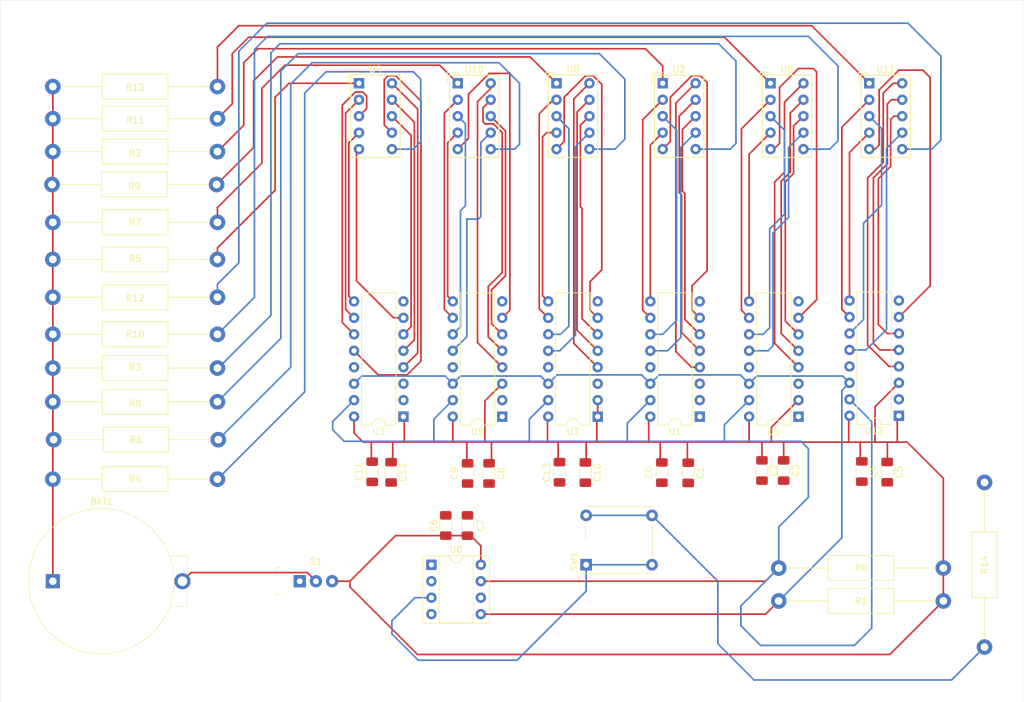
<source format=kicad_pcb>
(kicad_pcb (version 20171130) (host pcbnew 5.1.7+dfsg1-1)

  (general
    (thickness 1.6)
    (drawings 8)
    (tracks 482)
    (zones 0)
    (modules 45)
    (nets 72)
  )

  (page A4)
  (layers
    (0 F.Cu signal)
    (31 B.Cu signal)
    (32 B.Adhes user hide)
    (33 F.Adhes user hide)
    (34 B.Paste user hide)
    (35 F.Paste user hide)
    (36 B.SilkS user)
    (37 F.SilkS user)
    (38 B.Mask user)
    (39 F.Mask user)
    (40 Dwgs.User user hide)
    (41 Cmts.User user)
    (42 Eco1.User user hide)
    (43 Eco2.User user hide)
    (44 Edge.Cuts user)
    (45 Margin user hide)
    (46 B.CrtYd user hide)
    (47 F.CrtYd user hide)
    (48 B.Fab user hide)
    (49 F.Fab user hide)
  )

  (setup
    (last_trace_width 0.254)
    (trace_clearance 0.254)
    (zone_clearance 0.508)
    (zone_45_only no)
    (trace_min 0.1524)
    (via_size 0.762)
    (via_drill 0.381)
    (via_min_size 0.6858)
    (via_min_drill 0.3302)
    (uvia_size 0.762)
    (uvia_drill 0.381)
    (uvias_allowed no)
    (uvia_min_size 0.6858)
    (uvia_min_drill 0.3302)
    (edge_width 0.05)
    (segment_width 0.2)
    (pcb_text_width 0.3)
    (pcb_text_size 1.5 1.5)
    (mod_edge_width 0.12)
    (mod_text_size 1 1)
    (mod_text_width 0.15)
    (pad_size 1.524 1.524)
    (pad_drill 0.762)
    (pad_to_mask_clearance 0.0508)
    (aux_axis_origin 0 0)
    (visible_elements FFFFFFFF)
    (pcbplotparams
      (layerselection 0x010f0_ffffffff)
      (usegerberextensions true)
      (usegerberattributes true)
      (usegerberadvancedattributes true)
      (creategerberjobfile true)
      (excludeedgelayer true)
      (linewidth 0.100000)
      (plotframeref false)
      (viasonmask false)
      (mode 1)
      (useauxorigin false)
      (hpglpennumber 1)
      (hpglpenspeed 20)
      (hpglpendiameter 15.000000)
      (psnegative false)
      (psa4output false)
      (plotreference true)
      (plotvalue false)
      (plotinvisibletext false)
      (padsonsilk false)
      (subtractmaskfromsilk false)
      (outputformat 1)
      (mirror false)
      (drillshape 0)
      (scaleselection 1)
      (outputdirectory "/home/brd/Work/cap_pcb/cap_pcb/"))
  )

  (net 0 "")
  (net 1 GND)
  (net 2 "Net-(BAT1-PadPos)")
  (net 3 VCC)
  (net 4 "Net-(R0-Pad2)")
  (net 5 "Net-(R1-Pad2)")
  (net 6 "Net-(R2-Pad1)")
  (net 7 "Net-(R3-Pad1)")
  (net 8 "Net-(R4-Pad2)")
  (net 9 "Net-(R5-Pad2)")
  (net 10 "Net-(R6-Pad2)")
  (net 11 "Net-(R7-Pad2)")
  (net 12 "Net-(R8-Pad1)")
  (net 13 "Net-(R9-Pad1)")
  (net 14 "Net-(R10-Pad1)")
  (net 15 "Net-(R11-Pad1)")
  (net 16 "Net-(R12-Pad1)")
  (net 17 "Net-(R13-Pad1)")
  (net 18 "Net-(S1-Pad1)")
  (net 19 "Net-(U0-Pad1)")
  (net 20 "Net-(U0-Pad2)")
  (net 21 "Net-(U0-Pad6)")
  (net 22 "Net-(U1-Pad7)")
  (net 23 "Net-(U1-Pad6)")
  (net 24 "Net-(U1-Pad5)")
  (net 25 "Net-(U1-Pad12)")
  (net 26 "Net-(U1-Pad4)")
  (net 27 "Net-(U1-Pad11)")
  (net 28 "Net-(U1-Pad10)")
  (net 29 "Net-(U1-Pad9)")
  (net 30 "Net-(U3-Pad7)")
  (net 31 "Net-(U3-Pad6)")
  (net 32 "Net-(U3-Pad5)")
  (net 33 "Net-(U3-Pad12)")
  (net 34 "Net-(U3-Pad4)")
  (net 35 "Net-(U3-Pad11)")
  (net 36 "Net-(U3-Pad10)")
  (net 37 "Net-(U3-Pad9)")
  (net 38 "Net-(U5-Pad7)")
  (net 39 "Net-(U5-Pad6)")
  (net 40 "Net-(U5-Pad5)")
  (net 41 "Net-(U5-Pad12)")
  (net 42 "Net-(U5-Pad4)")
  (net 43 "Net-(U5-Pad11)")
  (net 44 "Net-(U5-Pad10)")
  (net 45 "Net-(U5-Pad9)")
  (net 46 "Net-(U7-Pad9)")
  (net 47 "Net-(U7-Pad10)")
  (net 48 "Net-(U7-Pad11)")
  (net 49 "Net-(U7-Pad4)")
  (net 50 "Net-(U7-Pad12)")
  (net 51 "Net-(U7-Pad5)")
  (net 52 "Net-(U7-Pad6)")
  (net 53 "Net-(U7-Pad7)")
  (net 54 "Net-(U10-Pad4)")
  (net 55 "Net-(U10-Pad2)")
  (net 56 "Net-(U10-Pad3)")
  (net 57 "Net-(U10-Pad10)")
  (net 58 "Net-(U10-Pad7)")
  (net 59 "Net-(U10-Pad9)")
  (net 60 "Net-(U10-Pad8)")
  (net 61 "Net-(U10-Pad5)")
  (net 62 "Net-(U11-Pad2)")
  (net 63 "Net-(U11-Pad3)")
  (net 64 "Net-(U11-Pad4)")
  (net 65 "Net-(U11-Pad5)")
  (net 66 "Net-(U11-Pad7)")
  (net 67 "Net-(U11-Pad8)")
  (net 68 "Net-(U11-Pad9)")
  (net 69 "Net-(U11-Pad10)")
  (net 70 "Net-(R14-Pad1)")
  (net 71 "Net-(SW1-Pad1)")

  (net_class Default "This is the default net class."
    (clearance 0.254)
    (trace_width 0.254)
    (via_dia 0.762)
    (via_drill 0.381)
    (uvia_dia 0.762)
    (uvia_drill 0.381)
    (add_net GND)
    (add_net "Net-(BAT1-PadPos)")
    (add_net "Net-(R0-Pad2)")
    (add_net "Net-(R1-Pad2)")
    (add_net "Net-(R10-Pad1)")
    (add_net "Net-(R11-Pad1)")
    (add_net "Net-(R12-Pad1)")
    (add_net "Net-(R13-Pad1)")
    (add_net "Net-(R14-Pad1)")
    (add_net "Net-(R2-Pad1)")
    (add_net "Net-(R3-Pad1)")
    (add_net "Net-(R4-Pad2)")
    (add_net "Net-(R5-Pad2)")
    (add_net "Net-(R6-Pad2)")
    (add_net "Net-(R7-Pad2)")
    (add_net "Net-(R8-Pad1)")
    (add_net "Net-(R9-Pad1)")
    (add_net "Net-(S1-Pad1)")
    (add_net "Net-(SW1-Pad1)")
    (add_net "Net-(U0-Pad1)")
    (add_net "Net-(U0-Pad2)")
    (add_net "Net-(U0-Pad6)")
    (add_net "Net-(U1-Pad10)")
    (add_net "Net-(U1-Pad11)")
    (add_net "Net-(U1-Pad12)")
    (add_net "Net-(U1-Pad4)")
    (add_net "Net-(U1-Pad5)")
    (add_net "Net-(U1-Pad6)")
    (add_net "Net-(U1-Pad7)")
    (add_net "Net-(U1-Pad9)")
    (add_net "Net-(U10-Pad10)")
    (add_net "Net-(U10-Pad2)")
    (add_net "Net-(U10-Pad3)")
    (add_net "Net-(U10-Pad4)")
    (add_net "Net-(U10-Pad5)")
    (add_net "Net-(U10-Pad7)")
    (add_net "Net-(U10-Pad8)")
    (add_net "Net-(U10-Pad9)")
    (add_net "Net-(U11-Pad10)")
    (add_net "Net-(U11-Pad2)")
    (add_net "Net-(U11-Pad3)")
    (add_net "Net-(U11-Pad4)")
    (add_net "Net-(U11-Pad5)")
    (add_net "Net-(U11-Pad7)")
    (add_net "Net-(U11-Pad8)")
    (add_net "Net-(U11-Pad9)")
    (add_net "Net-(U3-Pad10)")
    (add_net "Net-(U3-Pad11)")
    (add_net "Net-(U3-Pad12)")
    (add_net "Net-(U3-Pad4)")
    (add_net "Net-(U3-Pad5)")
    (add_net "Net-(U3-Pad6)")
    (add_net "Net-(U3-Pad7)")
    (add_net "Net-(U3-Pad9)")
    (add_net "Net-(U5-Pad10)")
    (add_net "Net-(U5-Pad11)")
    (add_net "Net-(U5-Pad12)")
    (add_net "Net-(U5-Pad4)")
    (add_net "Net-(U5-Pad5)")
    (add_net "Net-(U5-Pad6)")
    (add_net "Net-(U5-Pad7)")
    (add_net "Net-(U5-Pad9)")
    (add_net "Net-(U7-Pad10)")
    (add_net "Net-(U7-Pad11)")
    (add_net "Net-(U7-Pad12)")
    (add_net "Net-(U7-Pad4)")
    (add_net "Net-(U7-Pad5)")
    (add_net "Net-(U7-Pad6)")
    (add_net "Net-(U7-Pad7)")
    (add_net "Net-(U7-Pad9)")
    (add_net VCC)
  )

  (module Button_Switch_THT:SW_MEC_5GTH9 (layer F.Cu) (tedit 5B8669AC) (tstamp 5FA190BD)
    (at 163.576 106.68 90)
    (descr "MEC 5G single pole normally-open tactile switch https://cdn.sos.sk/productdata/80/f6/aabf7be6/5gth9358222.pdf")
    (tags "switch normally-open pushbutton push-button")
    (path /5FA2A652)
    (fp_text reference SW1 (at 0.475 -1.85 270) (layer F.SilkS)
      (effects (font (size 1 1) (thickness 0.15)))
    )
    (fp_text value SW_MEC_5E (at 3.8 13 270) (layer F.Fab)
      (effects (font (size 1 1) (thickness 0.15)))
    )
    (fp_text user %R (at 3.76 5.03 270) (layer F.Fab)
      (effects (font (size 1 1) (thickness 0.15)))
    )
    (fp_line (start -1.49 -1.15) (end 9.11 -1.15) (layer F.CrtYd) (width 0.05))
    (fp_line (start 9.11 -1.15) (end 9.11 11.31) (layer F.CrtYd) (width 0.05))
    (fp_line (start 9.11 11.31) (end -1.49 11.31) (layer F.CrtYd) (width 0.05))
    (fp_line (start -1.49 11.3) (end -1.49 -1.15) (layer F.CrtYd) (width 0.05))
    (fp_line (start 8.97 0.04) (end 8.97 10.12) (layer F.SilkS) (width 0.12))
    (fp_line (start 1.16 10.24) (end 6.46 10.24) (layer F.SilkS) (width 0.12))
    (fp_line (start 6.46 -0.08) (end 3.81 -0.08) (layer F.SilkS) (width 0.12))
    (fp_line (start -1.24 10.13) (end -1.24 1.03) (layer F.Fab) (width 0.1))
    (fp_line (start -0.24 0.03) (end 8.86 0.03) (layer F.Fab) (width 0.1))
    (fp_line (start 8.86 0.03) (end 8.86 10.13) (layer F.Fab) (width 0.1))
    (fp_line (start 8.86 10.13) (end -1.240004 10.13) (layer F.Fab) (width 0.1))
    (fp_line (start -1.35 -0.9) (end -1.35 10.11) (layer F.SilkS) (width 0.12))
    (fp_line (start -0.24 0.03) (end -1.24 1.03) (layer F.Fab) (width 0.1))
    (pad 1 thru_hole circle (at 0 10.16 180) (size 1.8 1.8) (drill 0.9) (layers *.Cu *.Mask)
      (net 71 "Net-(SW1-Pad1)"))
    (pad 1 thru_hole rect (at 0 0 180) (size 1.8 1.8) (drill 0.9) (layers *.Cu *.Mask)
      (net 71 "Net-(SW1-Pad1)"))
    (pad 2 thru_hole circle (at 7.62 10.16 180) (size 1.8 1.8) (drill 0.9) (layers *.Cu *.Mask)
      (net 70 "Net-(R14-Pad1)"))
    (pad 2 thru_hole circle (at 7.62 0 180) (size 1.8 1.8) (drill 0.9) (layers *.Cu *.Mask)
      (net 70 "Net-(R14-Pad1)"))
    (model ${KISYS3DMOD}/Button_Switch_THT.3dshapes/SW_MEC_5GTH9.wrl
      (at (xyz 0 0 0))
      (scale (xyz 1 1 1))
      (rotate (xyz 0 0 0))
    )
  )

  (module Resistor_THT:R_Axial_DIN0411_L9.9mm_D3.6mm_P25.40mm_Horizontal (layer F.Cu) (tedit 5AE5139B) (tstamp 5FA177D6)
    (at 225.044 119.38 90)
    (descr "Resistor, Axial_DIN0411 series, Axial, Horizontal, pin pitch=25.4mm, 1W, length*diameter=9.9*3.6mm^2")
    (tags "Resistor Axial_DIN0411 series Axial Horizontal pin pitch 25.4mm 1W length 9.9mm diameter 3.6mm")
    (path /5FA3D2A3)
    (fp_text reference R14 (at 12.7 0 90) (layer F.SilkS)
      (effects (font (size 1 1) (thickness 0.15)))
    )
    (fp_text value 10k (at 12.7 2.92 90) (layer F.Fab)
      (effects (font (size 1 1) (thickness 0.15)))
    )
    (fp_text user %R (at 12.7 0 90) (layer F.Fab)
      (effects (font (size 1 1) (thickness 0.15)))
    )
    (fp_line (start 7.75 -1.8) (end 7.75 1.8) (layer F.Fab) (width 0.1))
    (fp_line (start 7.75 1.8) (end 17.65 1.8) (layer F.Fab) (width 0.1))
    (fp_line (start 17.65 1.8) (end 17.65 -1.8) (layer F.Fab) (width 0.1))
    (fp_line (start 17.65 -1.8) (end 7.75 -1.8) (layer F.Fab) (width 0.1))
    (fp_line (start 0 0) (end 7.75 0) (layer F.Fab) (width 0.1))
    (fp_line (start 25.4 0) (end 17.65 0) (layer F.Fab) (width 0.1))
    (fp_line (start 7.63 -1.92) (end 7.63 1.92) (layer F.SilkS) (width 0.12))
    (fp_line (start 7.63 1.92) (end 17.77 1.92) (layer F.SilkS) (width 0.12))
    (fp_line (start 17.77 1.92) (end 17.77 -1.92) (layer F.SilkS) (width 0.12))
    (fp_line (start 17.77 -1.92) (end 7.63 -1.92) (layer F.SilkS) (width 0.12))
    (fp_line (start 1.44 0) (end 7.63 0) (layer F.SilkS) (width 0.12))
    (fp_line (start 23.96 0) (end 17.77 0) (layer F.SilkS) (width 0.12))
    (fp_line (start -1.45 -2.05) (end -1.45 2.05) (layer F.CrtYd) (width 0.05))
    (fp_line (start -1.45 2.05) (end 26.85 2.05) (layer F.CrtYd) (width 0.05))
    (fp_line (start 26.85 2.05) (end 26.85 -2.05) (layer F.CrtYd) (width 0.05))
    (fp_line (start 26.85 -2.05) (end -1.45 -2.05) (layer F.CrtYd) (width 0.05))
    (pad 2 thru_hole oval (at 25.4 0 90) (size 2.4 2.4) (drill 1.2) (layers *.Cu *.Mask)
      (net 1 GND))
    (pad 1 thru_hole circle (at 0 0 90) (size 2.4 2.4) (drill 1.2) (layers *.Cu *.Mask)
      (net 70 "Net-(R14-Pad1)"))
    (model ${KISYS3DMOD}/Resistor_THT.3dshapes/R_Axial_DIN0411_L9.9mm_D3.6mm_P25.40mm_Horizontal.wrl
      (at (xyz 0 0 0))
      (scale (xyz 1 1 1))
      (rotate (xyz 0 0 0))
    )
  )

  (module digikey-footprints:Battery_Holder_Coin_2032_BS-7 (layer F.Cu) (tedit 5ACD0859) (tstamp 5FA0A3F6)
    (at 81.28 109.22)
    (descr http://www.memoryprotectiondevices.com/datasheets/BS-7-datasheet.pdf)
    (path /5FA004FA)
    (fp_text reference BAT1 (at 7.52856 -12.3063) (layer F.SilkS)
      (effects (font (size 1 1) (thickness 0.15)))
    )
    (fp_text value BS-7 (at 7.4676 13.56) (layer F.Fab)
      (effects (font (size 1 1) (thickness 0.15)))
    )
    (fp_line (start -3.9624 11.43) (end 21.5138 11.43) (layer F.CrtYd) (width 0.05))
    (fp_line (start -3.9624 -11.43) (end 21.5138 -11.43) (layer F.CrtYd) (width 0.05))
    (fp_line (start 21.5138 -11.43) (end 21.5138 11.43) (layer F.CrtYd) (width 0.05))
    (fp_line (start -3.9624 -11.43) (end -3.9624 11.43) (layer F.CrtYd) (width 0.05))
    (fp_line (start 20.7772 3.9116) (end 20.7772 1.0668) (layer F.SilkS) (width 0.1))
    (fp_line (start 20.7772 -3.9116) (end 20.7772 -1.0668) (layer F.SilkS) (width 0.1))
    (fp_line (start 18.034 3.9116) (end 20.7772 3.9116) (layer F.SilkS) (width 0.1))
    (fp_line (start 18.034 -3.9116) (end 20.7772 -3.9116) (layer F.SilkS) (width 0.1))
    (fp_line (start 20.6756 -3.81) (end 20.6756 3.81) (layer F.Fab) (width 0.1))
    (fp_line (start 17.9832 3.81) (end 20.6756 3.81) (layer F.Fab) (width 0.1))
    (fp_line (start 17.9832 -3.81) (end 20.6756 -3.81) (layer F.Fab) (width 0.1))
    (fp_circle (center 7.4676 0) (end -3.7592 0) (layer F.SilkS) (width 0.1))
    (fp_circle (center 7.4676 0) (end -3.7084 0) (layer F.Fab) (width 0.1))
    (fp_text user %R (at 7.4676 0) (layer F.Fab)
      (effects (font (size 1 1) (thickness 0.15)))
    )
    (pad Neg thru_hole rect (at 0 0) (size 2.17 2.17) (drill 1.17) (layers *.Cu *.Mask)
      (net 1 GND))
    (pad Pos thru_hole circle (at 20 0) (size 2.5 2.5) (drill 1.5) (layers *.Cu *.Mask)
      (net 2 "Net-(BAT1-PadPos)"))
  )

  (module Capacitor_SMD:C_1206_3216Metric_Pad1.33x1.80mm_HandSolder (layer F.Cu) (tedit 5F68FEEF) (tstamp 5FA0A407)
    (at 175.26 92.456 270)
    (descr "Capacitor SMD 1206 (3216 Metric), square (rectangular) end terminal, IPC_7351 nominal with elongated pad for handsoldering. (Body size source: IPC-SM-782 page 76, https://www.pcb-3d.com/wordpress/wp-content/uploads/ipc-sm-782a_amendment_1_and_2.pdf), generated with kicad-footprint-generator")
    (tags "capacitor handsolder")
    (path /5FACA692)
    (attr smd)
    (fp_text reference C0 (at 0 2.032 90) (layer F.SilkS)
      (effects (font (size 1 1) (thickness 0.15)))
    )
    (fp_text value 10u (at 0 1.85 90) (layer F.Fab)
      (effects (font (size 1 1) (thickness 0.15)))
    )
    (fp_line (start 2.48 1.15) (end -2.48 1.15) (layer F.CrtYd) (width 0.05))
    (fp_line (start 2.48 -1.15) (end 2.48 1.15) (layer F.CrtYd) (width 0.05))
    (fp_line (start -2.48 -1.15) (end 2.48 -1.15) (layer F.CrtYd) (width 0.05))
    (fp_line (start -2.48 1.15) (end -2.48 -1.15) (layer F.CrtYd) (width 0.05))
    (fp_line (start -0.711252 0.91) (end 0.711252 0.91) (layer F.SilkS) (width 0.12))
    (fp_line (start -0.711252 -0.91) (end 0.711252 -0.91) (layer F.SilkS) (width 0.12))
    (fp_line (start 1.6 0.8) (end -1.6 0.8) (layer F.Fab) (width 0.1))
    (fp_line (start 1.6 -0.8) (end 1.6 0.8) (layer F.Fab) (width 0.1))
    (fp_line (start -1.6 -0.8) (end 1.6 -0.8) (layer F.Fab) (width 0.1))
    (fp_line (start -1.6 0.8) (end -1.6 -0.8) (layer F.Fab) (width 0.1))
    (fp_text user %R (at 0 0 90) (layer F.Fab)
      (effects (font (size 0.8 0.8) (thickness 0.12)))
    )
    (pad 2 smd roundrect (at 1.5625 0 270) (size 1.325 1.8) (layers F.Cu F.Paste F.Mask) (roundrect_rratio 0.1886784905660377)
      (net 1 GND))
    (pad 1 smd roundrect (at -1.5625 0 270) (size 1.325 1.8) (layers F.Cu F.Paste F.Mask) (roundrect_rratio 0.1886784905660377)
      (net 3 VCC))
    (model ${KISYS3DMOD}/Capacitor_SMD.3dshapes/C_1206_3216Metric.wrl
      (at (xyz 0 0 0))
      (scale (xyz 1 1 1))
      (rotate (xyz 0 0 0))
    )
  )

  (module Capacitor_SMD:C_1206_3216Metric_Pad1.33x1.80mm_HandSolder (layer F.Cu) (tedit 5F68FEEF) (tstamp 5FA0A418)
    (at 179.324 92.4945 270)
    (descr "Capacitor SMD 1206 (3216 Metric), square (rectangular) end terminal, IPC_7351 nominal with elongated pad for handsoldering. (Body size source: IPC-SM-782 page 76, https://www.pcb-3d.com/wordpress/wp-content/uploads/ipc-sm-782a_amendment_1_and_2.pdf), generated with kicad-footprint-generator")
    (tags "capacitor handsolder")
    (path /5FAA8BFF)
    (attr smd)
    (fp_text reference C1 (at 0 -1.85 90) (layer F.SilkS)
      (effects (font (size 1 1) (thickness 0.15)))
    )
    (fp_text value 0.1u (at 0 1.85 90) (layer F.Fab)
      (effects (font (size 1 1) (thickness 0.15)))
    )
    (fp_line (start -1.6 0.8) (end -1.6 -0.8) (layer F.Fab) (width 0.1))
    (fp_line (start -1.6 -0.8) (end 1.6 -0.8) (layer F.Fab) (width 0.1))
    (fp_line (start 1.6 -0.8) (end 1.6 0.8) (layer F.Fab) (width 0.1))
    (fp_line (start 1.6 0.8) (end -1.6 0.8) (layer F.Fab) (width 0.1))
    (fp_line (start -0.711252 -0.91) (end 0.711252 -0.91) (layer F.SilkS) (width 0.12))
    (fp_line (start -0.711252 0.91) (end 0.711252 0.91) (layer F.SilkS) (width 0.12))
    (fp_line (start -2.48 1.15) (end -2.48 -1.15) (layer F.CrtYd) (width 0.05))
    (fp_line (start -2.48 -1.15) (end 2.48 -1.15) (layer F.CrtYd) (width 0.05))
    (fp_line (start 2.48 -1.15) (end 2.48 1.15) (layer F.CrtYd) (width 0.05))
    (fp_line (start 2.48 1.15) (end -2.48 1.15) (layer F.CrtYd) (width 0.05))
    (fp_text user %R (at 0 0 90) (layer F.Fab)
      (effects (font (size 0.8 0.8) (thickness 0.12)))
    )
    (pad 1 smd roundrect (at -1.5625 0 270) (size 1.325 1.8) (layers F.Cu F.Paste F.Mask) (roundrect_rratio 0.1886784905660377)
      (net 3 VCC))
    (pad 2 smd roundrect (at 1.5625 0 270) (size 1.325 1.8) (layers F.Cu F.Paste F.Mask) (roundrect_rratio 0.1886784905660377)
      (net 1 GND))
    (model ${KISYS3DMOD}/Capacitor_SMD.3dshapes/C_1206_3216Metric.wrl
      (at (xyz 0 0 0))
      (scale (xyz 1 1 1))
      (rotate (xyz 0 0 0))
    )
  )

  (module Capacitor_SMD:C_1206_3216Metric_Pad1.33x1.80mm_HandSolder (layer F.Cu) (tedit 5F68FEEF) (tstamp 5FA0A429)
    (at 190.704999 92.134001 270)
    (descr "Capacitor SMD 1206 (3216 Metric), square (rectangular) end terminal, IPC_7351 nominal with elongated pad for handsoldering. (Body size source: IPC-SM-782 page 76, https://www.pcb-3d.com/wordpress/wp-content/uploads/ipc-sm-782a_amendment_1_and_2.pdf), generated with kicad-footprint-generator")
    (tags "capacitor handsolder")
    (path /5FB40DC8)
    (attr smd)
    (fp_text reference C2 (at 0 -1.85 90) (layer F.SilkS)
      (effects (font (size 1 1) (thickness 0.15)))
    )
    (fp_text value 10u (at 0 1.85 90) (layer F.Fab)
      (effects (font (size 1 1) (thickness 0.15)))
    )
    (fp_line (start 2.48 1.15) (end -2.48 1.15) (layer F.CrtYd) (width 0.05))
    (fp_line (start 2.48 -1.15) (end 2.48 1.15) (layer F.CrtYd) (width 0.05))
    (fp_line (start -2.48 -1.15) (end 2.48 -1.15) (layer F.CrtYd) (width 0.05))
    (fp_line (start -2.48 1.15) (end -2.48 -1.15) (layer F.CrtYd) (width 0.05))
    (fp_line (start -0.711252 0.91) (end 0.711252 0.91) (layer F.SilkS) (width 0.12))
    (fp_line (start -0.711252 -0.91) (end 0.711252 -0.91) (layer F.SilkS) (width 0.12))
    (fp_line (start 1.6 0.8) (end -1.6 0.8) (layer F.Fab) (width 0.1))
    (fp_line (start 1.6 -0.8) (end 1.6 0.8) (layer F.Fab) (width 0.1))
    (fp_line (start -1.6 -0.8) (end 1.6 -0.8) (layer F.Fab) (width 0.1))
    (fp_line (start -1.6 0.8) (end -1.6 -0.8) (layer F.Fab) (width 0.1))
    (fp_text user %R (at 0 0 90) (layer F.Fab)
      (effects (font (size 0.8 0.8) (thickness 0.12)))
    )
    (pad 2 smd roundrect (at 1.5625 0 270) (size 1.325 1.8) (layers F.Cu F.Paste F.Mask) (roundrect_rratio 0.1886784905660377)
      (net 1 GND))
    (pad 1 smd roundrect (at -1.5625 0 270) (size 1.325 1.8) (layers F.Cu F.Paste F.Mask) (roundrect_rratio 0.1886784905660377)
      (net 3 VCC))
    (model ${KISYS3DMOD}/Capacitor_SMD.3dshapes/C_1206_3216Metric.wrl
      (at (xyz 0 0 0))
      (scale (xyz 1 1 1))
      (rotate (xyz 0 0 0))
    )
  )

  (module Capacitor_SMD:C_1206_3216Metric_Pad1.33x1.80mm_HandSolder (layer F.Cu) (tedit 5F68FEEF) (tstamp 5FA0A43A)
    (at 194.054999 92.134001 270)
    (descr "Capacitor SMD 1206 (3216 Metric), square (rectangular) end terminal, IPC_7351 nominal with elongated pad for handsoldering. (Body size source: IPC-SM-782 page 76, https://www.pcb-3d.com/wordpress/wp-content/uploads/ipc-sm-782a_amendment_1_and_2.pdf), generated with kicad-footprint-generator")
    (tags "capacitor handsolder")
    (path /5FB40DC2)
    (attr smd)
    (fp_text reference C3 (at 0 -1.85 90) (layer F.SilkS)
      (effects (font (size 1 1) (thickness 0.15)))
    )
    (fp_text value 0.1u (at 0 1.85 90) (layer F.Fab)
      (effects (font (size 1 1) (thickness 0.15)))
    )
    (fp_line (start -1.6 0.8) (end -1.6 -0.8) (layer F.Fab) (width 0.1))
    (fp_line (start -1.6 -0.8) (end 1.6 -0.8) (layer F.Fab) (width 0.1))
    (fp_line (start 1.6 -0.8) (end 1.6 0.8) (layer F.Fab) (width 0.1))
    (fp_line (start 1.6 0.8) (end -1.6 0.8) (layer F.Fab) (width 0.1))
    (fp_line (start -0.711252 -0.91) (end 0.711252 -0.91) (layer F.SilkS) (width 0.12))
    (fp_line (start -0.711252 0.91) (end 0.711252 0.91) (layer F.SilkS) (width 0.12))
    (fp_line (start -2.48 1.15) (end -2.48 -1.15) (layer F.CrtYd) (width 0.05))
    (fp_line (start -2.48 -1.15) (end 2.48 -1.15) (layer F.CrtYd) (width 0.05))
    (fp_line (start 2.48 -1.15) (end 2.48 1.15) (layer F.CrtYd) (width 0.05))
    (fp_line (start 2.48 1.15) (end -2.48 1.15) (layer F.CrtYd) (width 0.05))
    (fp_text user %R (at 0 0 90) (layer F.Fab)
      (effects (font (size 0.8 0.8) (thickness 0.12)))
    )
    (pad 1 smd roundrect (at -1.5625 0 270) (size 1.325 1.8) (layers F.Cu F.Paste F.Mask) (roundrect_rratio 0.1886784905660377)
      (net 3 VCC))
    (pad 2 smd roundrect (at 1.5625 0 270) (size 1.325 1.8) (layers F.Cu F.Paste F.Mask) (roundrect_rratio 0.1886784905660377)
      (net 1 GND))
    (model ${KISYS3DMOD}/Capacitor_SMD.3dshapes/C_1206_3216Metric.wrl
      (at (xyz 0 0 0))
      (scale (xyz 1 1 1))
      (rotate (xyz 0 0 0))
    )
  )

  (module Capacitor_SMD:C_1206_3216Metric_Pad1.33x1.80mm_HandSolder (layer F.Cu) (tedit 5F68FEEF) (tstamp 5FA0BD2A)
    (at 206.121 92.2905 270)
    (descr "Capacitor SMD 1206 (3216 Metric), square (rectangular) end terminal, IPC_7351 nominal with elongated pad for handsoldering. (Body size source: IPC-SM-782 page 76, https://www.pcb-3d.com/wordpress/wp-content/uploads/ipc-sm-782a_amendment_1_and_2.pdf), generated with kicad-footprint-generator")
    (tags "capacitor handsolder")
    (path /5FB4A6DE)
    (attr smd)
    (fp_text reference C4 (at 0 -1.85 90) (layer F.SilkS)
      (effects (font (size 1 1) (thickness 0.15)))
    )
    (fp_text value 10u (at 0 1.85 90) (layer F.Fab)
      (effects (font (size 1 1) (thickness 0.15)))
    )
    (fp_line (start 2.48 1.15) (end -2.48 1.15) (layer F.CrtYd) (width 0.05))
    (fp_line (start 2.48 -1.15) (end 2.48 1.15) (layer F.CrtYd) (width 0.05))
    (fp_line (start -2.48 -1.15) (end 2.48 -1.15) (layer F.CrtYd) (width 0.05))
    (fp_line (start -2.48 1.15) (end -2.48 -1.15) (layer F.CrtYd) (width 0.05))
    (fp_line (start -0.711252 0.91) (end 0.711252 0.91) (layer F.SilkS) (width 0.12))
    (fp_line (start -0.711252 -0.91) (end 0.711252 -0.91) (layer F.SilkS) (width 0.12))
    (fp_line (start 1.6 0.8) (end -1.6 0.8) (layer F.Fab) (width 0.1))
    (fp_line (start 1.6 -0.8) (end 1.6 0.8) (layer F.Fab) (width 0.1))
    (fp_line (start -1.6 -0.8) (end 1.6 -0.8) (layer F.Fab) (width 0.1))
    (fp_line (start -1.6 0.8) (end -1.6 -0.8) (layer F.Fab) (width 0.1))
    (fp_text user %R (at 0 0 90) (layer F.Fab)
      (effects (font (size 0.8 0.8) (thickness 0.12)))
    )
    (pad 2 smd roundrect (at 1.5625 0 270) (size 1.325 1.8) (layers F.Cu F.Paste F.Mask) (roundrect_rratio 0.1886784905660377)
      (net 1 GND))
    (pad 1 smd roundrect (at -1.5625 0 270) (size 1.325 1.8) (layers F.Cu F.Paste F.Mask) (roundrect_rratio 0.1886784905660377)
      (net 3 VCC))
    (model ${KISYS3DMOD}/Capacitor_SMD.3dshapes/C_1206_3216Metric.wrl
      (at (xyz 0 0 0))
      (scale (xyz 1 1 1))
      (rotate (xyz 0 0 0))
    )
  )

  (module Capacitor_SMD:C_1206_3216Metric_Pad1.33x1.80mm_HandSolder (layer F.Cu) (tedit 5F68FEEF) (tstamp 5FA0A45C)
    (at 210.025999 92.388001 270)
    (descr "Capacitor SMD 1206 (3216 Metric), square (rectangular) end terminal, IPC_7351 nominal with elongated pad for handsoldering. (Body size source: IPC-SM-782 page 76, https://www.pcb-3d.com/wordpress/wp-content/uploads/ipc-sm-782a_amendment_1_and_2.pdf), generated with kicad-footprint-generator")
    (tags "capacitor handsolder")
    (path /5FB4A6D8)
    (attr smd)
    (fp_text reference C5 (at 0 -1.85 90) (layer F.SilkS)
      (effects (font (size 1 1) (thickness 0.15)))
    )
    (fp_text value 0.1u (at 0 1.85 90) (layer F.Fab)
      (effects (font (size 1 1) (thickness 0.15)))
    )
    (fp_line (start -1.6 0.8) (end -1.6 -0.8) (layer F.Fab) (width 0.1))
    (fp_line (start -1.6 -0.8) (end 1.6 -0.8) (layer F.Fab) (width 0.1))
    (fp_line (start 1.6 -0.8) (end 1.6 0.8) (layer F.Fab) (width 0.1))
    (fp_line (start 1.6 0.8) (end -1.6 0.8) (layer F.Fab) (width 0.1))
    (fp_line (start -0.711252 -0.91) (end 0.711252 -0.91) (layer F.SilkS) (width 0.12))
    (fp_line (start -0.711252 0.91) (end 0.711252 0.91) (layer F.SilkS) (width 0.12))
    (fp_line (start -2.48 1.15) (end -2.48 -1.15) (layer F.CrtYd) (width 0.05))
    (fp_line (start -2.48 -1.15) (end 2.48 -1.15) (layer F.CrtYd) (width 0.05))
    (fp_line (start 2.48 -1.15) (end 2.48 1.15) (layer F.CrtYd) (width 0.05))
    (fp_line (start 2.48 1.15) (end -2.48 1.15) (layer F.CrtYd) (width 0.05))
    (fp_text user %R (at 0 0 90) (layer F.Fab)
      (effects (font (size 0.8 0.8) (thickness 0.12)))
    )
    (pad 1 smd roundrect (at -1.5625 0 270) (size 1.325 1.8) (layers F.Cu F.Paste F.Mask) (roundrect_rratio 0.1886784905660377)
      (net 3 VCC))
    (pad 2 smd roundrect (at 1.5625 0 270) (size 1.325 1.8) (layers F.Cu F.Paste F.Mask) (roundrect_rratio 0.1886784905660377)
      (net 1 GND))
    (model ${KISYS3DMOD}/Capacitor_SMD.3dshapes/C_1206_3216Metric.wrl
      (at (xyz 0 0 0))
      (scale (xyz 1 1 1))
      (rotate (xyz 0 0 0))
    )
  )

  (module Capacitor_SMD:C_1206_3216Metric_Pad1.33x1.80mm_HandSolder (layer F.Cu) (tedit 5F68FEEF) (tstamp 5FA0A46D)
    (at 141.917001 100.622999 90)
    (descr "Capacitor SMD 1206 (3216 Metric), square (rectangular) end terminal, IPC_7351 nominal with elongated pad for handsoldering. (Body size source: IPC-SM-782 page 76, https://www.pcb-3d.com/wordpress/wp-content/uploads/ipc-sm-782a_amendment_1_and_2.pdf), generated with kicad-footprint-generator")
    (tags "capacitor handsolder")
    (path /5FB685B0)
    (attr smd)
    (fp_text reference C6 (at 0 -1.85 90) (layer F.SilkS)
      (effects (font (size 1 1) (thickness 0.15)))
    )
    (fp_text value 10u (at 0 1.85 90) (layer F.Fab)
      (effects (font (size 1 1) (thickness 0.15)))
    )
    (fp_line (start -1.6 0.8) (end -1.6 -0.8) (layer F.Fab) (width 0.1))
    (fp_line (start -1.6 -0.8) (end 1.6 -0.8) (layer F.Fab) (width 0.1))
    (fp_line (start 1.6 -0.8) (end 1.6 0.8) (layer F.Fab) (width 0.1))
    (fp_line (start 1.6 0.8) (end -1.6 0.8) (layer F.Fab) (width 0.1))
    (fp_line (start -0.711252 -0.91) (end 0.711252 -0.91) (layer F.SilkS) (width 0.12))
    (fp_line (start -0.711252 0.91) (end 0.711252 0.91) (layer F.SilkS) (width 0.12))
    (fp_line (start -2.48 1.15) (end -2.48 -1.15) (layer F.CrtYd) (width 0.05))
    (fp_line (start -2.48 -1.15) (end 2.48 -1.15) (layer F.CrtYd) (width 0.05))
    (fp_line (start 2.48 -1.15) (end 2.48 1.15) (layer F.CrtYd) (width 0.05))
    (fp_line (start 2.48 1.15) (end -2.48 1.15) (layer F.CrtYd) (width 0.05))
    (fp_text user %R (at 0 0 90) (layer F.Fab)
      (effects (font (size 0.8 0.8) (thickness 0.12)))
    )
    (pad 1 smd roundrect (at -1.5625 0 90) (size 1.325 1.8) (layers F.Cu F.Paste F.Mask) (roundrect_rratio 0.1886784905660377)
      (net 3 VCC))
    (pad 2 smd roundrect (at 1.5625 0 90) (size 1.325 1.8) (layers F.Cu F.Paste F.Mask) (roundrect_rratio 0.1886784905660377)
      (net 1 GND))
    (model ${KISYS3DMOD}/Capacitor_SMD.3dshapes/C_1206_3216Metric.wrl
      (at (xyz 0 0 0))
      (scale (xyz 1 1 1))
      (rotate (xyz 0 0 0))
    )
  )

  (module Capacitor_SMD:C_1206_3216Metric_Pad1.33x1.80mm_HandSolder (layer F.Cu) (tedit 5F68FEEF) (tstamp 5FA0A47E)
    (at 145.267001 100.622999 90)
    (descr "Capacitor SMD 1206 (3216 Metric), square (rectangular) end terminal, IPC_7351 nominal with elongated pad for handsoldering. (Body size source: IPC-SM-782 page 76, https://www.pcb-3d.com/wordpress/wp-content/uploads/ipc-sm-782a_amendment_1_and_2.pdf), generated with kicad-footprint-generator")
    (tags "capacitor handsolder")
    (path /5FB685AA)
    (attr smd)
    (fp_text reference C7 (at 0.038999 2.052999 90) (layer F.SilkS)
      (effects (font (size 1 1) (thickness 0.15)))
    )
    (fp_text value 0.1u (at 0 1.85 90) (layer F.Fab)
      (effects (font (size 1 1) (thickness 0.15)))
    )
    (fp_line (start 2.48 1.15) (end -2.48 1.15) (layer F.CrtYd) (width 0.05))
    (fp_line (start 2.48 -1.15) (end 2.48 1.15) (layer F.CrtYd) (width 0.05))
    (fp_line (start -2.48 -1.15) (end 2.48 -1.15) (layer F.CrtYd) (width 0.05))
    (fp_line (start -2.48 1.15) (end -2.48 -1.15) (layer F.CrtYd) (width 0.05))
    (fp_line (start -0.711252 0.91) (end 0.711252 0.91) (layer F.SilkS) (width 0.12))
    (fp_line (start -0.711252 -0.91) (end 0.711252 -0.91) (layer F.SilkS) (width 0.12))
    (fp_line (start 1.6 0.8) (end -1.6 0.8) (layer F.Fab) (width 0.1))
    (fp_line (start 1.6 -0.8) (end 1.6 0.8) (layer F.Fab) (width 0.1))
    (fp_line (start -1.6 -0.8) (end 1.6 -0.8) (layer F.Fab) (width 0.1))
    (fp_line (start -1.6 0.8) (end -1.6 -0.8) (layer F.Fab) (width 0.1))
    (fp_text user %R (at 0 0 90) (layer F.Fab)
      (effects (font (size 0.8 0.8) (thickness 0.12)))
    )
    (pad 2 smd roundrect (at 1.5625 0 90) (size 1.325 1.8) (layers F.Cu F.Paste F.Mask) (roundrect_rratio 0.1886784905660377)
      (net 1 GND))
    (pad 1 smd roundrect (at -1.5625 0 90) (size 1.325 1.8) (layers F.Cu F.Paste F.Mask) (roundrect_rratio 0.1886784905660377)
      (net 3 VCC))
    (model ${KISYS3DMOD}/Capacitor_SMD.3dshapes/C_1206_3216Metric.wrl
      (at (xyz 0 0 0))
      (scale (xyz 1 1 1))
      (rotate (xyz 0 0 0))
    )
  )

  (module Capacitor_SMD:C_1206_3216Metric_Pad1.33x1.80mm_HandSolder (layer F.Cu) (tedit 5F68FEEF) (tstamp 5FA0A48F)
    (at 148.59 92.583 270)
    (descr "Capacitor SMD 1206 (3216 Metric), square (rectangular) end terminal, IPC_7351 nominal with elongated pad for handsoldering. (Body size source: IPC-SM-782 page 76, https://www.pcb-3d.com/wordpress/wp-content/uploads/ipc-sm-782a_amendment_1_and_2.pdf), generated with kicad-footprint-generator")
    (tags "capacitor handsolder")
    (path /5FB7E648)
    (attr smd)
    (fp_text reference C8 (at 0 -1.85 90) (layer F.SilkS)
      (effects (font (size 1 1) (thickness 0.15)))
    )
    (fp_text value 10u (at 0 1.85 90) (layer F.Fab)
      (effects (font (size 1 1) (thickness 0.15)))
    )
    (fp_line (start 2.48 1.15) (end -2.48 1.15) (layer F.CrtYd) (width 0.05))
    (fp_line (start 2.48 -1.15) (end 2.48 1.15) (layer F.CrtYd) (width 0.05))
    (fp_line (start -2.48 -1.15) (end 2.48 -1.15) (layer F.CrtYd) (width 0.05))
    (fp_line (start -2.48 1.15) (end -2.48 -1.15) (layer F.CrtYd) (width 0.05))
    (fp_line (start -0.711252 0.91) (end 0.711252 0.91) (layer F.SilkS) (width 0.12))
    (fp_line (start -0.711252 -0.91) (end 0.711252 -0.91) (layer F.SilkS) (width 0.12))
    (fp_line (start 1.6 0.8) (end -1.6 0.8) (layer F.Fab) (width 0.1))
    (fp_line (start 1.6 -0.8) (end 1.6 0.8) (layer F.Fab) (width 0.1))
    (fp_line (start -1.6 -0.8) (end 1.6 -0.8) (layer F.Fab) (width 0.1))
    (fp_line (start -1.6 0.8) (end -1.6 -0.8) (layer F.Fab) (width 0.1))
    (fp_text user %R (at 0 0 90) (layer F.Fab)
      (effects (font (size 0.8 0.8) (thickness 0.12)))
    )
    (pad 2 smd roundrect (at 1.5625 0 270) (size 1.325 1.8) (layers F.Cu F.Paste F.Mask) (roundrect_rratio 0.1886784905660377)
      (net 1 GND))
    (pad 1 smd roundrect (at -1.5625 0 270) (size 1.325 1.8) (layers F.Cu F.Paste F.Mask) (roundrect_rratio 0.1886784905660377)
      (net 3 VCC))
    (model ${KISYS3DMOD}/Capacitor_SMD.3dshapes/C_1206_3216Metric.wrl
      (at (xyz 0 0 0))
      (scale (xyz 1 1 1))
      (rotate (xyz 0 0 0))
    )
  )

  (module Capacitor_SMD:C_1206_3216Metric_Pad1.33x1.80mm_HandSolder (layer F.Cu) (tedit 5F68FEEF) (tstamp 5FA0A4A0)
    (at 145.288 92.583 270)
    (descr "Capacitor SMD 1206 (3216 Metric), square (rectangular) end terminal, IPC_7351 nominal with elongated pad for handsoldering. (Body size source: IPC-SM-782 page 76, https://www.pcb-3d.com/wordpress/wp-content/uploads/ipc-sm-782a_amendment_1_and_2.pdf), generated with kicad-footprint-generator")
    (tags "capacitor handsolder")
    (path /5FB7E642)
    (attr smd)
    (fp_text reference C9 (at 0 2.032 90) (layer F.SilkS)
      (effects (font (size 1 1) (thickness 0.15)))
    )
    (fp_text value 0.1u (at 0 1.85 90) (layer F.Fab)
      (effects (font (size 1 1) (thickness 0.15)))
    )
    (fp_line (start -1.6 0.8) (end -1.6 -0.8) (layer F.Fab) (width 0.1))
    (fp_line (start -1.6 -0.8) (end 1.6 -0.8) (layer F.Fab) (width 0.1))
    (fp_line (start 1.6 -0.8) (end 1.6 0.8) (layer F.Fab) (width 0.1))
    (fp_line (start 1.6 0.8) (end -1.6 0.8) (layer F.Fab) (width 0.1))
    (fp_line (start -0.711252 -0.91) (end 0.711252 -0.91) (layer F.SilkS) (width 0.12))
    (fp_line (start -0.711252 0.91) (end 0.711252 0.91) (layer F.SilkS) (width 0.12))
    (fp_line (start -2.48 1.15) (end -2.48 -1.15) (layer F.CrtYd) (width 0.05))
    (fp_line (start -2.48 -1.15) (end 2.48 -1.15) (layer F.CrtYd) (width 0.05))
    (fp_line (start 2.48 -1.15) (end 2.48 1.15) (layer F.CrtYd) (width 0.05))
    (fp_line (start 2.48 1.15) (end -2.48 1.15) (layer F.CrtYd) (width 0.05))
    (fp_text user %R (at 0 0 90) (layer F.Fab)
      (effects (font (size 0.8 0.8) (thickness 0.12)))
    )
    (pad 1 smd roundrect (at -1.5625 0 270) (size 1.325 1.8) (layers F.Cu F.Paste F.Mask) (roundrect_rratio 0.1886784905660377)
      (net 3 VCC))
    (pad 2 smd roundrect (at 1.5625 0 270) (size 1.325 1.8) (layers F.Cu F.Paste F.Mask) (roundrect_rratio 0.1886784905660377)
      (net 1 GND))
    (model ${KISYS3DMOD}/Capacitor_SMD.3dshapes/C_1206_3216Metric.wrl
      (at (xyz 0 0 0))
      (scale (xyz 1 1 1))
      (rotate (xyz 0 0 0))
    )
  )

  (module Capacitor_SMD:C_1206_3216Metric_Pad1.33x1.80mm_HandSolder (layer F.Cu) (tedit 5F68FEEF) (tstamp 5FA0A4B1)
    (at 163.449 92.456 270)
    (descr "Capacitor SMD 1206 (3216 Metric), square (rectangular) end terminal, IPC_7351 nominal with elongated pad for handsoldering. (Body size source: IPC-SM-782 page 76, https://www.pcb-3d.com/wordpress/wp-content/uploads/ipc-sm-782a_amendment_1_and_2.pdf), generated with kicad-footprint-generator")
    (tags "capacitor handsolder")
    (path /5FB89AFE)
    (attr smd)
    (fp_text reference C10 (at 0 -1.85 90) (layer F.SilkS)
      (effects (font (size 1 1) (thickness 0.15)))
    )
    (fp_text value 10u (at 0 1.85 90) (layer F.Fab)
      (effects (font (size 1 1) (thickness 0.15)))
    )
    (fp_line (start 2.48 1.15) (end -2.48 1.15) (layer F.CrtYd) (width 0.05))
    (fp_line (start 2.48 -1.15) (end 2.48 1.15) (layer F.CrtYd) (width 0.05))
    (fp_line (start -2.48 -1.15) (end 2.48 -1.15) (layer F.CrtYd) (width 0.05))
    (fp_line (start -2.48 1.15) (end -2.48 -1.15) (layer F.CrtYd) (width 0.05))
    (fp_line (start -0.711252 0.91) (end 0.711252 0.91) (layer F.SilkS) (width 0.12))
    (fp_line (start -0.711252 -0.91) (end 0.711252 -0.91) (layer F.SilkS) (width 0.12))
    (fp_line (start 1.6 0.8) (end -1.6 0.8) (layer F.Fab) (width 0.1))
    (fp_line (start 1.6 -0.8) (end 1.6 0.8) (layer F.Fab) (width 0.1))
    (fp_line (start -1.6 -0.8) (end 1.6 -0.8) (layer F.Fab) (width 0.1))
    (fp_line (start -1.6 0.8) (end -1.6 -0.8) (layer F.Fab) (width 0.1))
    (fp_text user %R (at 0 0 90) (layer F.Fab)
      (effects (font (size 0.8 0.8) (thickness 0.12)))
    )
    (pad 2 smd roundrect (at 1.5625 0 270) (size 1.325 1.8) (layers F.Cu F.Paste F.Mask) (roundrect_rratio 0.1886784905660377)
      (net 1 GND))
    (pad 1 smd roundrect (at -1.5625 0 270) (size 1.325 1.8) (layers F.Cu F.Paste F.Mask) (roundrect_rratio 0.1886784905660377)
      (net 3 VCC))
    (model ${KISYS3DMOD}/Capacitor_SMD.3dshapes/C_1206_3216Metric.wrl
      (at (xyz 0 0 0))
      (scale (xyz 1 1 1))
      (rotate (xyz 0 0 0))
    )
  )

  (module Capacitor_SMD:C_1206_3216Metric_Pad1.33x1.80mm_HandSolder (layer F.Cu) (tedit 5F68FEEF) (tstamp 5FA0A4C2)
    (at 130.556 92.329 270)
    (descr "Capacitor SMD 1206 (3216 Metric), square (rectangular) end terminal, IPC_7351 nominal with elongated pad for handsoldering. (Body size source: IPC-SM-782 page 76, https://www.pcb-3d.com/wordpress/wp-content/uploads/ipc-sm-782a_amendment_1_and_2.pdf), generated with kicad-footprint-generator")
    (tags "capacitor handsolder")
    (path /5FB89AF8)
    (attr smd)
    (fp_text reference C11 (at 0 2.032 90) (layer F.SilkS)
      (effects (font (size 1 1) (thickness 0.15)))
    )
    (fp_text value 0.1u (at 0 1.85 90) (layer F.Fab)
      (effects (font (size 1 1) (thickness 0.15)))
    )
    (fp_line (start -1.6 0.8) (end -1.6 -0.8) (layer F.Fab) (width 0.1))
    (fp_line (start -1.6 -0.8) (end 1.6 -0.8) (layer F.Fab) (width 0.1))
    (fp_line (start 1.6 -0.8) (end 1.6 0.8) (layer F.Fab) (width 0.1))
    (fp_line (start 1.6 0.8) (end -1.6 0.8) (layer F.Fab) (width 0.1))
    (fp_line (start -0.711252 -0.91) (end 0.711252 -0.91) (layer F.SilkS) (width 0.12))
    (fp_line (start -0.711252 0.91) (end 0.711252 0.91) (layer F.SilkS) (width 0.12))
    (fp_line (start -2.48 1.15) (end -2.48 -1.15) (layer F.CrtYd) (width 0.05))
    (fp_line (start -2.48 -1.15) (end 2.48 -1.15) (layer F.CrtYd) (width 0.05))
    (fp_line (start 2.48 -1.15) (end 2.48 1.15) (layer F.CrtYd) (width 0.05))
    (fp_line (start 2.48 1.15) (end -2.48 1.15) (layer F.CrtYd) (width 0.05))
    (fp_text user %R (at 0 0 90) (layer F.Fab)
      (effects (font (size 0.8 0.8) (thickness 0.12)))
    )
    (pad 1 smd roundrect (at -1.5625 0 270) (size 1.325 1.8) (layers F.Cu F.Paste F.Mask) (roundrect_rratio 0.1886784905660377)
      (net 3 VCC))
    (pad 2 smd roundrect (at 1.5625 0 270) (size 1.325 1.8) (layers F.Cu F.Paste F.Mask) (roundrect_rratio 0.1886784905660377)
      (net 1 GND))
    (model ${KISYS3DMOD}/Capacitor_SMD.3dshapes/C_1206_3216Metric.wrl
      (at (xyz 0 0 0))
      (scale (xyz 1 1 1))
      (rotate (xyz 0 0 0))
    )
  )

  (module Capacitor_SMD:C_1206_3216Metric_Pad1.33x1.80mm_HandSolder (layer F.Cu) (tedit 5F68FEEF) (tstamp 5F9F8CCF)
    (at 133.477 92.4175 270)
    (descr "Capacitor SMD 1206 (3216 Metric), square (rectangular) end terminal, IPC_7351 nominal with elongated pad for handsoldering. (Body size source: IPC-SM-782 page 76, https://www.pcb-3d.com/wordpress/wp-content/uploads/ipc-sm-782a_amendment_1_and_2.pdf), generated with kicad-footprint-generator")
    (tags "capacitor handsolder")
    (path /5FB72DB9)
    (attr smd)
    (fp_text reference C12 (at 0 -1.85 90) (layer F.SilkS)
      (effects (font (size 1 1) (thickness 0.15)))
    )
    (fp_text value 10u (at 0 1.85 90) (layer F.Fab)
      (effects (font (size 1 1) (thickness 0.15)))
    )
    (fp_line (start 2.48 1.15) (end -2.48 1.15) (layer F.CrtYd) (width 0.05))
    (fp_line (start 2.48 -1.15) (end 2.48 1.15) (layer F.CrtYd) (width 0.05))
    (fp_line (start -2.48 -1.15) (end 2.48 -1.15) (layer F.CrtYd) (width 0.05))
    (fp_line (start -2.48 1.15) (end -2.48 -1.15) (layer F.CrtYd) (width 0.05))
    (fp_line (start -0.711252 0.91) (end 0.711252 0.91) (layer F.SilkS) (width 0.12))
    (fp_line (start -0.711252 -0.91) (end 0.711252 -0.91) (layer F.SilkS) (width 0.12))
    (fp_line (start 1.6 0.8) (end -1.6 0.8) (layer F.Fab) (width 0.1))
    (fp_line (start 1.6 -0.8) (end 1.6 0.8) (layer F.Fab) (width 0.1))
    (fp_line (start -1.6 -0.8) (end 1.6 -0.8) (layer F.Fab) (width 0.1))
    (fp_line (start -1.6 0.8) (end -1.6 -0.8) (layer F.Fab) (width 0.1))
    (fp_text user %R (at 0 0 90) (layer F.Fab)
      (effects (font (size 0.8 0.8) (thickness 0.12)))
    )
    (pad 2 smd roundrect (at 1.5625 0 270) (size 1.325 1.8) (layers F.Cu F.Paste F.Mask) (roundrect_rratio 0.1886784905660377)
      (net 1 GND))
    (pad 1 smd roundrect (at -1.5625 0 270) (size 1.325 1.8) (layers F.Cu F.Paste F.Mask) (roundrect_rratio 0.1886784905660377)
      (net 3 VCC))
    (model ${KISYS3DMOD}/Capacitor_SMD.3dshapes/C_1206_3216Metric.wrl
      (at (xyz 0 0 0))
      (scale (xyz 1 1 1))
      (rotate (xyz 0 0 0))
    )
  )

  (module Capacitor_SMD:C_1206_3216Metric_Pad1.33x1.80mm_HandSolder (layer F.Cu) (tedit 5F68FEEF) (tstamp 5FA0A4E4)
    (at 159.465999 92.407001 270)
    (descr "Capacitor SMD 1206 (3216 Metric), square (rectangular) end terminal, IPC_7351 nominal with elongated pad for handsoldering. (Body size source: IPC-SM-782 page 76, https://www.pcb-3d.com/wordpress/wp-content/uploads/ipc-sm-782a_amendment_1_and_2.pdf), generated with kicad-footprint-generator")
    (tags "capacitor handsolder")
    (path /5FB72DB3)
    (attr smd)
    (fp_text reference C13 (at 0.048999 1.985999 90) (layer F.SilkS)
      (effects (font (size 1 1) (thickness 0.15)))
    )
    (fp_text value 0.1u (at 0 1.85 90) (layer F.Fab)
      (effects (font (size 1 1) (thickness 0.15)))
    )
    (fp_line (start -1.6 0.8) (end -1.6 -0.8) (layer F.Fab) (width 0.1))
    (fp_line (start -1.6 -0.8) (end 1.6 -0.8) (layer F.Fab) (width 0.1))
    (fp_line (start 1.6 -0.8) (end 1.6 0.8) (layer F.Fab) (width 0.1))
    (fp_line (start 1.6 0.8) (end -1.6 0.8) (layer F.Fab) (width 0.1))
    (fp_line (start -0.711252 -0.91) (end 0.711252 -0.91) (layer F.SilkS) (width 0.12))
    (fp_line (start -0.711252 0.91) (end 0.711252 0.91) (layer F.SilkS) (width 0.12))
    (fp_line (start -2.48 1.15) (end -2.48 -1.15) (layer F.CrtYd) (width 0.05))
    (fp_line (start -2.48 -1.15) (end 2.48 -1.15) (layer F.CrtYd) (width 0.05))
    (fp_line (start 2.48 -1.15) (end 2.48 1.15) (layer F.CrtYd) (width 0.05))
    (fp_line (start 2.48 1.15) (end -2.48 1.15) (layer F.CrtYd) (width 0.05))
    (fp_text user %R (at 0 0 90) (layer F.Fab)
      (effects (font (size 0.8 0.8) (thickness 0.12)))
    )
    (pad 1 smd roundrect (at -1.5625 0 270) (size 1.325 1.8) (layers F.Cu F.Paste F.Mask) (roundrect_rratio 0.1886784905660377)
      (net 3 VCC))
    (pad 2 smd roundrect (at 1.5625 0 270) (size 1.325 1.8) (layers F.Cu F.Paste F.Mask) (roundrect_rratio 0.1886784905660377)
      (net 1 GND))
    (model ${KISYS3DMOD}/Capacitor_SMD.3dshapes/C_1206_3216Metric.wrl
      (at (xyz 0 0 0))
      (scale (xyz 1 1 1))
      (rotate (xyz 0 0 0))
    )
  )

  (module Resistor_THT:R_Axial_DIN0411_L9.9mm_D3.6mm_P25.40mm_Horizontal (layer F.Cu) (tedit 5AE5139B) (tstamp 5FA0A4FB)
    (at 218.694 107.188 180)
    (descr "Resistor, Axial_DIN0411 series, Axial, Horizontal, pin pitch=25.4mm, 1W, length*diameter=9.9*3.6mm^2")
    (tags "Resistor Axial_DIN0411 series Axial Horizontal pin pitch 25.4mm 1W length 9.9mm diameter 3.6mm")
    (path /5F88EEB0)
    (fp_text reference R0 (at 12.7 0) (layer F.SilkS)
      (effects (font (size 1 1) (thickness 0.15)))
    )
    (fp_text value 10k (at 12.7 2.92) (layer F.Fab)
      (effects (font (size 1 1) (thickness 0.15)))
    )
    (fp_line (start 26.85 -2.05) (end -1.45 -2.05) (layer F.CrtYd) (width 0.05))
    (fp_line (start 26.85 2.05) (end 26.85 -2.05) (layer F.CrtYd) (width 0.05))
    (fp_line (start -1.45 2.05) (end 26.85 2.05) (layer F.CrtYd) (width 0.05))
    (fp_line (start -1.45 -2.05) (end -1.45 2.05) (layer F.CrtYd) (width 0.05))
    (fp_line (start 23.96 0) (end 17.77 0) (layer F.SilkS) (width 0.12))
    (fp_line (start 1.44 0) (end 7.63 0) (layer F.SilkS) (width 0.12))
    (fp_line (start 17.77 -1.92) (end 7.63 -1.92) (layer F.SilkS) (width 0.12))
    (fp_line (start 17.77 1.92) (end 17.77 -1.92) (layer F.SilkS) (width 0.12))
    (fp_line (start 7.63 1.92) (end 17.77 1.92) (layer F.SilkS) (width 0.12))
    (fp_line (start 7.63 -1.92) (end 7.63 1.92) (layer F.SilkS) (width 0.12))
    (fp_line (start 25.4 0) (end 17.65 0) (layer F.Fab) (width 0.1))
    (fp_line (start 0 0) (end 7.75 0) (layer F.Fab) (width 0.1))
    (fp_line (start 17.65 -1.8) (end 7.75 -1.8) (layer F.Fab) (width 0.1))
    (fp_line (start 17.65 1.8) (end 17.65 -1.8) (layer F.Fab) (width 0.1))
    (fp_line (start 7.75 1.8) (end 17.65 1.8) (layer F.Fab) (width 0.1))
    (fp_line (start 7.75 -1.8) (end 7.75 1.8) (layer F.Fab) (width 0.1))
    (fp_text user %R (at 12.7 0) (layer F.Fab)
      (effects (font (size 1 1) (thickness 0.15)))
    )
    (pad 2 thru_hole oval (at 25.4 0 180) (size 2.4 2.4) (drill 1.2) (layers *.Cu *.Mask)
      (net 4 "Net-(R0-Pad2)"))
    (pad 1 thru_hole circle (at 0 0 180) (size 2.4 2.4) (drill 1.2) (layers *.Cu *.Mask)
      (net 3 VCC))
    (model ${KISYS3DMOD}/Resistor_THT.3dshapes/R_Axial_DIN0411_L9.9mm_D3.6mm_P25.40mm_Horizontal.wrl
      (at (xyz 0 0 0))
      (scale (xyz 1 1 1))
      (rotate (xyz 0 0 0))
    )
  )

  (module Resistor_THT:R_Axial_DIN0411_L9.9mm_D3.6mm_P25.40mm_Horizontal (layer F.Cu) (tedit 5AE5139B) (tstamp 5FA0A512)
    (at 218.694 112.268 180)
    (descr "Resistor, Axial_DIN0411 series, Axial, Horizontal, pin pitch=25.4mm, 1W, length*diameter=9.9*3.6mm^2")
    (tags "Resistor Axial_DIN0411 series Axial Horizontal pin pitch 25.4mm 1W length 9.9mm diameter 3.6mm")
    (path /5F88E614)
    (fp_text reference R1 (at 12.7 0) (layer F.SilkS)
      (effects (font (size 1 1) (thickness 0.15)))
    )
    (fp_text value 10k (at 12.7 2.92) (layer F.Fab)
      (effects (font (size 1 1) (thickness 0.15)))
    )
    (fp_line (start 7.75 -1.8) (end 7.75 1.8) (layer F.Fab) (width 0.1))
    (fp_line (start 7.75 1.8) (end 17.65 1.8) (layer F.Fab) (width 0.1))
    (fp_line (start 17.65 1.8) (end 17.65 -1.8) (layer F.Fab) (width 0.1))
    (fp_line (start 17.65 -1.8) (end 7.75 -1.8) (layer F.Fab) (width 0.1))
    (fp_line (start 0 0) (end 7.75 0) (layer F.Fab) (width 0.1))
    (fp_line (start 25.4 0) (end 17.65 0) (layer F.Fab) (width 0.1))
    (fp_line (start 7.63 -1.92) (end 7.63 1.92) (layer F.SilkS) (width 0.12))
    (fp_line (start 7.63 1.92) (end 17.77 1.92) (layer F.SilkS) (width 0.12))
    (fp_line (start 17.77 1.92) (end 17.77 -1.92) (layer F.SilkS) (width 0.12))
    (fp_line (start 17.77 -1.92) (end 7.63 -1.92) (layer F.SilkS) (width 0.12))
    (fp_line (start 1.44 0) (end 7.63 0) (layer F.SilkS) (width 0.12))
    (fp_line (start 23.96 0) (end 17.77 0) (layer F.SilkS) (width 0.12))
    (fp_line (start -1.45 -2.05) (end -1.45 2.05) (layer F.CrtYd) (width 0.05))
    (fp_line (start -1.45 2.05) (end 26.85 2.05) (layer F.CrtYd) (width 0.05))
    (fp_line (start 26.85 2.05) (end 26.85 -2.05) (layer F.CrtYd) (width 0.05))
    (fp_line (start 26.85 -2.05) (end -1.45 -2.05) (layer F.CrtYd) (width 0.05))
    (fp_text user %R (at 12.7 0) (layer F.Fab)
      (effects (font (size 1 1) (thickness 0.15)))
    )
    (pad 1 thru_hole circle (at 0 0 180) (size 2.4 2.4) (drill 1.2) (layers *.Cu *.Mask)
      (net 3 VCC))
    (pad 2 thru_hole oval (at 25.4 0 180) (size 2.4 2.4) (drill 1.2) (layers *.Cu *.Mask)
      (net 5 "Net-(R1-Pad2)"))
    (model ${KISYS3DMOD}/Resistor_THT.3dshapes/R_Axial_DIN0411_L9.9mm_D3.6mm_P25.40mm_Horizontal.wrl
      (at (xyz 0 0 0))
      (scale (xyz 1 1 1))
      (rotate (xyz 0 0 0))
    )
  )

  (module Resistor_THT:R_Axial_DIN0411_L9.9mm_D3.6mm_P25.40mm_Horizontal (layer F.Cu) (tedit 5AE5139B) (tstamp 5FA0A529)
    (at 106.68 42.926 180)
    (descr "Resistor, Axial_DIN0411 series, Axial, Horizontal, pin pitch=25.4mm, 1W, length*diameter=9.9*3.6mm^2")
    (tags "Resistor Axial_DIN0411 series Axial Horizontal pin pitch 25.4mm 1W length 9.9mm diameter 3.6mm")
    (path /5F9C9E5D)
    (fp_text reference R2 (at 12.7 -0.254) (layer F.SilkS)
      (effects (font (size 1 1) (thickness 0.15)))
    )
    (fp_text value 5k (at 12.7 2.92) (layer F.Fab)
      (effects (font (size 1 1) (thickness 0.15)))
    )
    (fp_line (start 26.85 -2.05) (end -1.45 -2.05) (layer F.CrtYd) (width 0.05))
    (fp_line (start 26.85 2.05) (end 26.85 -2.05) (layer F.CrtYd) (width 0.05))
    (fp_line (start -1.45 2.05) (end 26.85 2.05) (layer F.CrtYd) (width 0.05))
    (fp_line (start -1.45 -2.05) (end -1.45 2.05) (layer F.CrtYd) (width 0.05))
    (fp_line (start 23.96 0) (end 17.77 0) (layer F.SilkS) (width 0.12))
    (fp_line (start 1.44 0) (end 7.63 0) (layer F.SilkS) (width 0.12))
    (fp_line (start 17.77 -1.92) (end 7.63 -1.92) (layer F.SilkS) (width 0.12))
    (fp_line (start 17.77 1.92) (end 17.77 -1.92) (layer F.SilkS) (width 0.12))
    (fp_line (start 7.63 1.92) (end 17.77 1.92) (layer F.SilkS) (width 0.12))
    (fp_line (start 7.63 -1.92) (end 7.63 1.92) (layer F.SilkS) (width 0.12))
    (fp_line (start 25.4 0) (end 17.65 0) (layer F.Fab) (width 0.1))
    (fp_line (start 0 0) (end 7.75 0) (layer F.Fab) (width 0.1))
    (fp_line (start 17.65 -1.8) (end 7.75 -1.8) (layer F.Fab) (width 0.1))
    (fp_line (start 17.65 1.8) (end 17.65 -1.8) (layer F.Fab) (width 0.1))
    (fp_line (start 7.75 1.8) (end 17.65 1.8) (layer F.Fab) (width 0.1))
    (fp_line (start 7.75 -1.8) (end 7.75 1.8) (layer F.Fab) (width 0.1))
    (fp_text user %R (at 12.7 0) (layer F.Fab)
      (effects (font (size 1 1) (thickness 0.15)))
    )
    (pad 2 thru_hole oval (at 25.4 0 180) (size 2.4 2.4) (drill 1.2) (layers *.Cu *.Mask)
      (net 1 GND))
    (pad 1 thru_hole circle (at 0 0 180) (size 2.4 2.4) (drill 1.2) (layers *.Cu *.Mask)
      (net 6 "Net-(R2-Pad1)"))
    (model ${KISYS3DMOD}/Resistor_THT.3dshapes/R_Axial_DIN0411_L9.9mm_D3.6mm_P25.40mm_Horizontal.wrl
      (at (xyz 0 0 0))
      (scale (xyz 1 1 1))
      (rotate (xyz 0 0 0))
    )
  )

  (module Resistor_THT:R_Axial_DIN0411_L9.9mm_D3.6mm_P25.40mm_Horizontal (layer F.Cu) (tedit 5AE5139B) (tstamp 5FA0A540)
    (at 106.68 76.327 180)
    (descr "Resistor, Axial_DIN0411 series, Axial, Horizontal, pin pitch=25.4mm, 1W, length*diameter=9.9*3.6mm^2")
    (tags "Resistor Axial_DIN0411 series Axial Horizontal pin pitch 25.4mm 1W length 9.9mm diameter 3.6mm")
    (path /5F9C3E14)
    (fp_text reference R3 (at 12.7 0.127) (layer F.SilkS)
      (effects (font (size 1 1) (thickness 0.15)))
    )
    (fp_text value 5k (at 12.7 2.92) (layer F.Fab)
      (effects (font (size 1 1) (thickness 0.15)))
    )
    (fp_line (start 7.75 -1.8) (end 7.75 1.8) (layer F.Fab) (width 0.1))
    (fp_line (start 7.75 1.8) (end 17.65 1.8) (layer F.Fab) (width 0.1))
    (fp_line (start 17.65 1.8) (end 17.65 -1.8) (layer F.Fab) (width 0.1))
    (fp_line (start 17.65 -1.8) (end 7.75 -1.8) (layer F.Fab) (width 0.1))
    (fp_line (start 0 0) (end 7.75 0) (layer F.Fab) (width 0.1))
    (fp_line (start 25.4 0) (end 17.65 0) (layer F.Fab) (width 0.1))
    (fp_line (start 7.63 -1.92) (end 7.63 1.92) (layer F.SilkS) (width 0.12))
    (fp_line (start 7.63 1.92) (end 17.77 1.92) (layer F.SilkS) (width 0.12))
    (fp_line (start 17.77 1.92) (end 17.77 -1.92) (layer F.SilkS) (width 0.12))
    (fp_line (start 17.77 -1.92) (end 7.63 -1.92) (layer F.SilkS) (width 0.12))
    (fp_line (start 1.44 0) (end 7.63 0) (layer F.SilkS) (width 0.12))
    (fp_line (start 23.96 0) (end 17.77 0) (layer F.SilkS) (width 0.12))
    (fp_line (start -1.45 -2.05) (end -1.45 2.05) (layer F.CrtYd) (width 0.05))
    (fp_line (start -1.45 2.05) (end 26.85 2.05) (layer F.CrtYd) (width 0.05))
    (fp_line (start 26.85 2.05) (end 26.85 -2.05) (layer F.CrtYd) (width 0.05))
    (fp_line (start 26.85 -2.05) (end -1.45 -2.05) (layer F.CrtYd) (width 0.05))
    (fp_text user %R (at 12.7 0) (layer F.Fab)
      (effects (font (size 1 1) (thickness 0.15)))
    )
    (pad 1 thru_hole circle (at 0 0 180) (size 2.4 2.4) (drill 1.2) (layers *.Cu *.Mask)
      (net 7 "Net-(R3-Pad1)"))
    (pad 2 thru_hole oval (at 25.4 0 180) (size 2.4 2.4) (drill 1.2) (layers *.Cu *.Mask)
      (net 1 GND))
    (model ${KISYS3DMOD}/Resistor_THT.3dshapes/R_Axial_DIN0411_L9.9mm_D3.6mm_P25.40mm_Horizontal.wrl
      (at (xyz 0 0 0))
      (scale (xyz 1 1 1))
      (rotate (xyz 0 0 0))
    )
  )

  (module Resistor_THT:R_Axial_DIN0411_L9.9mm_D3.6mm_P25.40mm_Horizontal (layer F.Cu) (tedit 5AE5139B) (tstamp 5F9F7A3B)
    (at 81.28 93.472)
    (descr "Resistor, Axial_DIN0411 series, Axial, Horizontal, pin pitch=25.4mm, 1W, length*diameter=9.9*3.6mm^2")
    (tags "Resistor Axial_DIN0411 series Axial Horizontal pin pitch 25.4mm 1W length 9.9mm diameter 3.6mm")
    (path /5F9D4C7B)
    (fp_text reference R4 (at 12.7 0) (layer F.SilkS)
      (effects (font (size 1 1) (thickness 0.15)))
    )
    (fp_text value 5k (at 12.7 2.92) (layer F.Fab)
      (effects (font (size 1 1) (thickness 0.15)))
    )
    (fp_text user %R (at 12.7 0) (layer F.Fab)
      (effects (font (size 1 1) (thickness 0.15)))
    )
    (fp_line (start 26.85 -2.05) (end -1.45 -2.05) (layer F.CrtYd) (width 0.05))
    (fp_line (start 26.85 2.05) (end 26.85 -2.05) (layer F.CrtYd) (width 0.05))
    (fp_line (start -1.45 2.05) (end 26.85 2.05) (layer F.CrtYd) (width 0.05))
    (fp_line (start -1.45 -2.05) (end -1.45 2.05) (layer F.CrtYd) (width 0.05))
    (fp_line (start 23.96 0) (end 17.77 0) (layer F.SilkS) (width 0.12))
    (fp_line (start 1.44 0) (end 7.63 0) (layer F.SilkS) (width 0.12))
    (fp_line (start 17.77 -1.92) (end 7.63 -1.92) (layer F.SilkS) (width 0.12))
    (fp_line (start 17.77 1.92) (end 17.77 -1.92) (layer F.SilkS) (width 0.12))
    (fp_line (start 7.63 1.92) (end 17.77 1.92) (layer F.SilkS) (width 0.12))
    (fp_line (start 7.63 -1.92) (end 7.63 1.92) (layer F.SilkS) (width 0.12))
    (fp_line (start 25.4 0) (end 17.65 0) (layer F.Fab) (width 0.1))
    (fp_line (start 0 0) (end 7.75 0) (layer F.Fab) (width 0.1))
    (fp_line (start 17.65 -1.8) (end 7.75 -1.8) (layer F.Fab) (width 0.1))
    (fp_line (start 17.65 1.8) (end 17.65 -1.8) (layer F.Fab) (width 0.1))
    (fp_line (start 7.75 1.8) (end 17.65 1.8) (layer F.Fab) (width 0.1))
    (fp_line (start 7.75 -1.8) (end 7.75 1.8) (layer F.Fab) (width 0.1))
    (pad 2 thru_hole oval (at 25.4 0) (size 2.4 2.4) (drill 1.2) (layers *.Cu *.Mask)
      (net 8 "Net-(R4-Pad2)"))
    (pad 1 thru_hole circle (at 0 0) (size 2.4 2.4) (drill 1.2) (layers *.Cu *.Mask)
      (net 1 GND))
    (model ${KISYS3DMOD}/Resistor_THT.3dshapes/R_Axial_DIN0411_L9.9mm_D3.6mm_P25.40mm_Horizontal.wrl
      (at (xyz 0 0 0))
      (scale (xyz 1 1 1))
      (rotate (xyz 0 0 0))
    )
  )

  (module Resistor_THT:R_Axial_DIN0411_L9.9mm_D3.6mm_P25.40mm_Horizontal (layer F.Cu) (tedit 5AE5139B) (tstamp 5FA0A56E)
    (at 81.28 59.563)
    (descr "Resistor, Axial_DIN0411 series, Axial, Horizontal, pin pitch=25.4mm, 1W, length*diameter=9.9*3.6mm^2")
    (tags "Resistor Axial_DIN0411 series Axial Horizontal pin pitch 25.4mm 1W length 9.9mm diameter 3.6mm")
    (path /5F9DA923)
    (fp_text reference R5 (at 12.7 -0.127) (layer F.SilkS)
      (effects (font (size 1 1) (thickness 0.15)))
    )
    (fp_text value 5k (at 12.7 2.92) (layer F.Fab)
      (effects (font (size 1 1) (thickness 0.15)))
    )
    (fp_line (start 26.85 -2.05) (end -1.45 -2.05) (layer F.CrtYd) (width 0.05))
    (fp_line (start 26.85 2.05) (end 26.85 -2.05) (layer F.CrtYd) (width 0.05))
    (fp_line (start -1.45 2.05) (end 26.85 2.05) (layer F.CrtYd) (width 0.05))
    (fp_line (start -1.45 -2.05) (end -1.45 2.05) (layer F.CrtYd) (width 0.05))
    (fp_line (start 23.96 0) (end 17.77 0) (layer F.SilkS) (width 0.12))
    (fp_line (start 1.44 0) (end 7.63 0) (layer F.SilkS) (width 0.12))
    (fp_line (start 17.77 -1.92) (end 7.63 -1.92) (layer F.SilkS) (width 0.12))
    (fp_line (start 17.77 1.92) (end 17.77 -1.92) (layer F.SilkS) (width 0.12))
    (fp_line (start 7.63 1.92) (end 17.77 1.92) (layer F.SilkS) (width 0.12))
    (fp_line (start 7.63 -1.92) (end 7.63 1.92) (layer F.SilkS) (width 0.12))
    (fp_line (start 25.4 0) (end 17.65 0) (layer F.Fab) (width 0.1))
    (fp_line (start 0 0) (end 7.75 0) (layer F.Fab) (width 0.1))
    (fp_line (start 17.65 -1.8) (end 7.75 -1.8) (layer F.Fab) (width 0.1))
    (fp_line (start 17.65 1.8) (end 17.65 -1.8) (layer F.Fab) (width 0.1))
    (fp_line (start 7.75 1.8) (end 17.65 1.8) (layer F.Fab) (width 0.1))
    (fp_line (start 7.75 -1.8) (end 7.75 1.8) (layer F.Fab) (width 0.1))
    (fp_text user %R (at 12.7 0) (layer F.Fab)
      (effects (font (size 1 1) (thickness 0.15)))
    )
    (pad 2 thru_hole oval (at 25.4 0) (size 2.4 2.4) (drill 1.2) (layers *.Cu *.Mask)
      (net 9 "Net-(R5-Pad2)"))
    (pad 1 thru_hole circle (at 0 0) (size 2.4 2.4) (drill 1.2) (layers *.Cu *.Mask)
      (net 1 GND))
    (model ${KISYS3DMOD}/Resistor_THT.3dshapes/R_Axial_DIN0411_L9.9mm_D3.6mm_P25.40mm_Horizontal.wrl
      (at (xyz 0 0 0))
      (scale (xyz 1 1 1))
      (rotate (xyz 0 0 0))
    )
  )

  (module Resistor_THT:R_Axial_DIN0411_L9.9mm_D3.6mm_P25.40mm_Horizontal (layer F.Cu) (tedit 5AE5139B) (tstamp 5FA1977B)
    (at 81.407 87.376)
    (descr "Resistor, Axial_DIN0411 series, Axial, Horizontal, pin pitch=25.4mm, 1W, length*diameter=9.9*3.6mm^2")
    (tags "Resistor Axial_DIN0411 series Axial Horizontal pin pitch 25.4mm 1W length 9.9mm diameter 3.6mm")
    (path /5F9E8044)
    (fp_text reference R6 (at 12.7 0) (layer F.SilkS)
      (effects (font (size 1 1) (thickness 0.15)))
    )
    (fp_text value 5k (at 12.7 2.92) (layer F.Fab)
      (effects (font (size 1 1) (thickness 0.15)))
    )
    (fp_line (start 26.85 -2.05) (end -1.45 -2.05) (layer F.CrtYd) (width 0.05))
    (fp_line (start 26.85 2.05) (end 26.85 -2.05) (layer F.CrtYd) (width 0.05))
    (fp_line (start -1.45 2.05) (end 26.85 2.05) (layer F.CrtYd) (width 0.05))
    (fp_line (start -1.45 -2.05) (end -1.45 2.05) (layer F.CrtYd) (width 0.05))
    (fp_line (start 23.96 0) (end 17.77 0) (layer F.SilkS) (width 0.12))
    (fp_line (start 1.44 0) (end 7.63 0) (layer F.SilkS) (width 0.12))
    (fp_line (start 17.77 -1.92) (end 7.63 -1.92) (layer F.SilkS) (width 0.12))
    (fp_line (start 17.77 1.92) (end 17.77 -1.92) (layer F.SilkS) (width 0.12))
    (fp_line (start 7.63 1.92) (end 17.77 1.92) (layer F.SilkS) (width 0.12))
    (fp_line (start 7.63 -1.92) (end 7.63 1.92) (layer F.SilkS) (width 0.12))
    (fp_line (start 25.4 0) (end 17.65 0) (layer F.Fab) (width 0.1))
    (fp_line (start 0 0) (end 7.75 0) (layer F.Fab) (width 0.1))
    (fp_line (start 17.65 -1.8) (end 7.75 -1.8) (layer F.Fab) (width 0.1))
    (fp_line (start 17.65 1.8) (end 17.65 -1.8) (layer F.Fab) (width 0.1))
    (fp_line (start 7.75 1.8) (end 17.65 1.8) (layer F.Fab) (width 0.1))
    (fp_line (start 7.75 -1.8) (end 7.75 1.8) (layer F.Fab) (width 0.1))
    (fp_text user %R (at 12.7 0) (layer F.Fab)
      (effects (font (size 1 1) (thickness 0.15)))
    )
    (pad 2 thru_hole oval (at 25.4 0) (size 2.4 2.4) (drill 1.2) (layers *.Cu *.Mask)
      (net 10 "Net-(R6-Pad2)"))
    (pad 1 thru_hole circle (at 0 0) (size 2.4 2.4) (drill 1.2) (layers *.Cu *.Mask)
      (net 1 GND))
    (model ${KISYS3DMOD}/Resistor_THT.3dshapes/R_Axial_DIN0411_L9.9mm_D3.6mm_P25.40mm_Horizontal.wrl
      (at (xyz 0 0 0))
      (scale (xyz 1 1 1))
      (rotate (xyz 0 0 0))
    )
  )

  (module Resistor_THT:R_Axial_DIN0411_L9.9mm_D3.6mm_P25.40mm_Horizontal (layer F.Cu) (tedit 5AE5139B) (tstamp 5F9F76F4)
    (at 81.28 53.848)
    (descr "Resistor, Axial_DIN0411 series, Axial, Horizontal, pin pitch=25.4mm, 1W, length*diameter=9.9*3.6mm^2")
    (tags "Resistor Axial_DIN0411 series Axial Horizontal pin pitch 25.4mm 1W length 9.9mm diameter 3.6mm")
    (path /5F9EDCF5)
    (fp_text reference R7 (at 12.7 0) (layer F.SilkS)
      (effects (font (size 1 1) (thickness 0.15)))
    )
    (fp_text value 5k (at 12.7 2.92) (layer F.Fab)
      (effects (font (size 1 1) (thickness 0.15)))
    )
    (fp_line (start 7.75 -1.8) (end 7.75 1.8) (layer F.Fab) (width 0.1))
    (fp_line (start 7.75 1.8) (end 17.65 1.8) (layer F.Fab) (width 0.1))
    (fp_line (start 17.65 1.8) (end 17.65 -1.8) (layer F.Fab) (width 0.1))
    (fp_line (start 17.65 -1.8) (end 7.75 -1.8) (layer F.Fab) (width 0.1))
    (fp_line (start 0 0) (end 7.75 0) (layer F.Fab) (width 0.1))
    (fp_line (start 25.4 0) (end 17.65 0) (layer F.Fab) (width 0.1))
    (fp_line (start 7.63 -1.92) (end 7.63 1.92) (layer F.SilkS) (width 0.12))
    (fp_line (start 7.63 1.92) (end 17.77 1.92) (layer F.SilkS) (width 0.12))
    (fp_line (start 17.77 1.92) (end 17.77 -1.92) (layer F.SilkS) (width 0.12))
    (fp_line (start 17.77 -1.92) (end 7.63 -1.92) (layer F.SilkS) (width 0.12))
    (fp_line (start 1.44 0) (end 7.63 0) (layer F.SilkS) (width 0.12))
    (fp_line (start 23.96 0) (end 17.77 0) (layer F.SilkS) (width 0.12))
    (fp_line (start -1.45 -2.05) (end -1.45 2.05) (layer F.CrtYd) (width 0.05))
    (fp_line (start -1.45 2.05) (end 26.85 2.05) (layer F.CrtYd) (width 0.05))
    (fp_line (start 26.85 2.05) (end 26.85 -2.05) (layer F.CrtYd) (width 0.05))
    (fp_line (start 26.85 -2.05) (end -1.45 -2.05) (layer F.CrtYd) (width 0.05))
    (fp_text user %R (at 12.7 0) (layer F.Fab)
      (effects (font (size 1 1) (thickness 0.15)))
    )
    (pad 1 thru_hole circle (at 0 0) (size 2.4 2.4) (drill 1.2) (layers *.Cu *.Mask)
      (net 1 GND))
    (pad 2 thru_hole oval (at 25.4 0) (size 2.4 2.4) (drill 1.2) (layers *.Cu *.Mask)
      (net 11 "Net-(R7-Pad2)"))
    (model ${KISYS3DMOD}/Resistor_THT.3dshapes/R_Axial_DIN0411_L9.9mm_D3.6mm_P25.40mm_Horizontal.wrl
      (at (xyz 0 0 0))
      (scale (xyz 1 1 1))
      (rotate (xyz 0 0 0))
    )
  )

  (module Resistor_THT:R_Axial_DIN0411_L9.9mm_D3.6mm_P25.40mm_Horizontal (layer F.Cu) (tedit 5AE5139B) (tstamp 5FA19A9F)
    (at 106.68 81.534 180)
    (descr "Resistor, Axial_DIN0411 series, Axial, Horizontal, pin pitch=25.4mm, 1W, length*diameter=9.9*3.6mm^2")
    (tags "Resistor Axial_DIN0411 series Axial Horizontal pin pitch 25.4mm 1W length 9.9mm diameter 3.6mm")
    (path /5F984182)
    (fp_text reference R8 (at 12.7 -0.254) (layer F.SilkS)
      (effects (font (size 1 1) (thickness 0.15)))
    )
    (fp_text value 5k (at 12.7 2.92) (layer F.Fab)
      (effects (font (size 1 1) (thickness 0.15)))
    )
    (fp_line (start 26.85 -2.05) (end -1.45 -2.05) (layer F.CrtYd) (width 0.05))
    (fp_line (start 26.85 2.05) (end 26.85 -2.05) (layer F.CrtYd) (width 0.05))
    (fp_line (start -1.45 2.05) (end 26.85 2.05) (layer F.CrtYd) (width 0.05))
    (fp_line (start -1.45 -2.05) (end -1.45 2.05) (layer F.CrtYd) (width 0.05))
    (fp_line (start 23.96 0) (end 17.77 0) (layer F.SilkS) (width 0.12))
    (fp_line (start 1.44 0) (end 7.63 0) (layer F.SilkS) (width 0.12))
    (fp_line (start 17.77 -1.92) (end 7.63 -1.92) (layer F.SilkS) (width 0.12))
    (fp_line (start 17.77 1.92) (end 17.77 -1.92) (layer F.SilkS) (width 0.12))
    (fp_line (start 7.63 1.92) (end 17.77 1.92) (layer F.SilkS) (width 0.12))
    (fp_line (start 7.63 -1.92) (end 7.63 1.92) (layer F.SilkS) (width 0.12))
    (fp_line (start 25.4 0) (end 17.65 0) (layer F.Fab) (width 0.1))
    (fp_line (start 0 0) (end 7.75 0) (layer F.Fab) (width 0.1))
    (fp_line (start 17.65 -1.8) (end 7.75 -1.8) (layer F.Fab) (width 0.1))
    (fp_line (start 17.65 1.8) (end 17.65 -1.8) (layer F.Fab) (width 0.1))
    (fp_line (start 7.75 1.8) (end 17.65 1.8) (layer F.Fab) (width 0.1))
    (fp_line (start 7.75 -1.8) (end 7.75 1.8) (layer F.Fab) (width 0.1))
    (fp_text user %R (at 12.7 0) (layer F.Fab)
      (effects (font (size 1 1) (thickness 0.15)))
    )
    (pad 2 thru_hole oval (at 25.4 0 180) (size 2.4 2.4) (drill 1.2) (layers *.Cu *.Mask)
      (net 1 GND))
    (pad 1 thru_hole circle (at 0 0 180) (size 2.4 2.4) (drill 1.2) (layers *.Cu *.Mask)
      (net 12 "Net-(R8-Pad1)"))
    (model ${KISYS3DMOD}/Resistor_THT.3dshapes/R_Axial_DIN0411_L9.9mm_D3.6mm_P25.40mm_Horizontal.wrl
      (at (xyz 0 0 0))
      (scale (xyz 1 1 1))
      (rotate (xyz 0 0 0))
    )
  )

  (module Resistor_THT:R_Axial_DIN0411_L9.9mm_D3.6mm_P25.40mm_Horizontal (layer F.Cu) (tedit 5AE5139B) (tstamp 5FA199BC)
    (at 106.553 48.006 180)
    (descr "Resistor, Axial_DIN0411 series, Axial, Horizontal, pin pitch=25.4mm, 1W, length*diameter=9.9*3.6mm^2")
    (tags "Resistor Axial_DIN0411 series Axial Horizontal pin pitch 25.4mm 1W length 9.9mm diameter 3.6mm")
    (path /5F989D19)
    (fp_text reference R9 (at 12.7 -0.254) (layer F.SilkS)
      (effects (font (size 1 1) (thickness 0.15)))
    )
    (fp_text value 5k (at 12.7 2.92) (layer F.Fab)
      (effects (font (size 1 1) (thickness 0.15)))
    )
    (fp_line (start 7.75 -1.8) (end 7.75 1.8) (layer F.Fab) (width 0.1))
    (fp_line (start 7.75 1.8) (end 17.65 1.8) (layer F.Fab) (width 0.1))
    (fp_line (start 17.65 1.8) (end 17.65 -1.8) (layer F.Fab) (width 0.1))
    (fp_line (start 17.65 -1.8) (end 7.75 -1.8) (layer F.Fab) (width 0.1))
    (fp_line (start 0 0) (end 7.75 0) (layer F.Fab) (width 0.1))
    (fp_line (start 25.4 0) (end 17.65 0) (layer F.Fab) (width 0.1))
    (fp_line (start 7.63 -1.92) (end 7.63 1.92) (layer F.SilkS) (width 0.12))
    (fp_line (start 7.63 1.92) (end 17.77 1.92) (layer F.SilkS) (width 0.12))
    (fp_line (start 17.77 1.92) (end 17.77 -1.92) (layer F.SilkS) (width 0.12))
    (fp_line (start 17.77 -1.92) (end 7.63 -1.92) (layer F.SilkS) (width 0.12))
    (fp_line (start 1.44 0) (end 7.63 0) (layer F.SilkS) (width 0.12))
    (fp_line (start 23.96 0) (end 17.77 0) (layer F.SilkS) (width 0.12))
    (fp_line (start -1.45 -2.05) (end -1.45 2.05) (layer F.CrtYd) (width 0.05))
    (fp_line (start -1.45 2.05) (end 26.85 2.05) (layer F.CrtYd) (width 0.05))
    (fp_line (start 26.85 2.05) (end 26.85 -2.05) (layer F.CrtYd) (width 0.05))
    (fp_line (start 26.85 -2.05) (end -1.45 -2.05) (layer F.CrtYd) (width 0.05))
    (fp_text user %R (at 12.7 0) (layer F.Fab)
      (effects (font (size 1 1) (thickness 0.15)))
    )
    (pad 1 thru_hole circle (at 0 0 180) (size 2.4 2.4) (drill 1.2) (layers *.Cu *.Mask)
      (net 13 "Net-(R9-Pad1)"))
    (pad 2 thru_hole oval (at 25.4 0 180) (size 2.4 2.4) (drill 1.2) (layers *.Cu *.Mask)
      (net 1 GND))
    (model ${KISYS3DMOD}/Resistor_THT.3dshapes/R_Axial_DIN0411_L9.9mm_D3.6mm_P25.40mm_Horizontal.wrl
      (at (xyz 0 0 0))
      (scale (xyz 1 1 1))
      (rotate (xyz 0 0 0))
    )
  )

  (module Resistor_THT:R_Axial_DIN0411_L9.9mm_D3.6mm_P25.40mm_Horizontal (layer F.Cu) (tedit 5AE5139B) (tstamp 5F9F7C11)
    (at 106.68 71.12 180)
    (descr "Resistor, Axial_DIN0411 series, Axial, Horizontal, pin pitch=25.4mm, 1W, length*diameter=9.9*3.6mm^2")
    (tags "Resistor Axial_DIN0411 series Axial Horizontal pin pitch 25.4mm 1W length 9.9mm diameter 3.6mm")
    (path /5F97CE28)
    (fp_text reference R10 (at 12.7 0) (layer F.SilkS)
      (effects (font (size 1 1) (thickness 0.15)))
    )
    (fp_text value 5k (at 12.7 2.92) (layer F.Fab)
      (effects (font (size 1 1) (thickness 0.15)))
    )
    (fp_line (start 26.85 -2.05) (end -1.45 -2.05) (layer F.CrtYd) (width 0.05))
    (fp_line (start 26.85 2.05) (end 26.85 -2.05) (layer F.CrtYd) (width 0.05))
    (fp_line (start -1.45 2.05) (end 26.85 2.05) (layer F.CrtYd) (width 0.05))
    (fp_line (start -1.45 -2.05) (end -1.45 2.05) (layer F.CrtYd) (width 0.05))
    (fp_line (start 23.96 0) (end 17.77 0) (layer F.SilkS) (width 0.12))
    (fp_line (start 1.44 0) (end 7.63 0) (layer F.SilkS) (width 0.12))
    (fp_line (start 17.77 -1.92) (end 7.63 -1.92) (layer F.SilkS) (width 0.12))
    (fp_line (start 17.77 1.92) (end 17.77 -1.92) (layer F.SilkS) (width 0.12))
    (fp_line (start 7.63 1.92) (end 17.77 1.92) (layer F.SilkS) (width 0.12))
    (fp_line (start 7.63 -1.92) (end 7.63 1.92) (layer F.SilkS) (width 0.12))
    (fp_line (start 25.4 0) (end 17.65 0) (layer F.Fab) (width 0.1))
    (fp_line (start 0 0) (end 7.75 0) (layer F.Fab) (width 0.1))
    (fp_line (start 17.65 -1.8) (end 7.75 -1.8) (layer F.Fab) (width 0.1))
    (fp_line (start 17.65 1.8) (end 17.65 -1.8) (layer F.Fab) (width 0.1))
    (fp_line (start 7.75 1.8) (end 17.65 1.8) (layer F.Fab) (width 0.1))
    (fp_line (start 7.75 -1.8) (end 7.75 1.8) (layer F.Fab) (width 0.1))
    (fp_text user %R (at 12.7 0) (layer F.Fab)
      (effects (font (size 1 1) (thickness 0.15)))
    )
    (pad 2 thru_hole oval (at 25.4 0 180) (size 2.4 2.4) (drill 1.2) (layers *.Cu *.Mask)
      (net 1 GND))
    (pad 1 thru_hole circle (at 0 0 180) (size 2.4 2.4) (drill 1.2) (layers *.Cu *.Mask)
      (net 14 "Net-(R10-Pad1)"))
    (model ${KISYS3DMOD}/Resistor_THT.3dshapes/R_Axial_DIN0411_L9.9mm_D3.6mm_P25.40mm_Horizontal.wrl
      (at (xyz 0 0 0))
      (scale (xyz 1 1 1))
      (rotate (xyz 0 0 0))
    )
  )

  (module Resistor_THT:R_Axial_DIN0411_L9.9mm_D3.6mm_P25.40mm_Horizontal (layer F.Cu) (tedit 5AE5139B) (tstamp 5FA0A5F8)
    (at 106.68 37.846 180)
    (descr "Resistor, Axial_DIN0411 series, Axial, Horizontal, pin pitch=25.4mm, 1W, length*diameter=9.9*3.6mm^2")
    (tags "Resistor Axial_DIN0411 series Axial Horizontal pin pitch 25.4mm 1W length 9.9mm diameter 3.6mm")
    (path /5F97DF18)
    (fp_text reference R11 (at 12.7 -0.254) (layer F.SilkS)
      (effects (font (size 1 1) (thickness 0.15)))
    )
    (fp_text value 5k (at 12.7 2.92) (layer F.Fab)
      (effects (font (size 1 1) (thickness 0.15)))
    )
    (fp_text user %R (at 12.7 0) (layer F.Fab)
      (effects (font (size 1 1) (thickness 0.15)))
    )
    (fp_line (start 26.85 -2.05) (end -1.45 -2.05) (layer F.CrtYd) (width 0.05))
    (fp_line (start 26.85 2.05) (end 26.85 -2.05) (layer F.CrtYd) (width 0.05))
    (fp_line (start -1.45 2.05) (end 26.85 2.05) (layer F.CrtYd) (width 0.05))
    (fp_line (start -1.45 -2.05) (end -1.45 2.05) (layer F.CrtYd) (width 0.05))
    (fp_line (start 23.96 0) (end 17.77 0) (layer F.SilkS) (width 0.12))
    (fp_line (start 1.44 0) (end 7.63 0) (layer F.SilkS) (width 0.12))
    (fp_line (start 17.77 -1.92) (end 7.63 -1.92) (layer F.SilkS) (width 0.12))
    (fp_line (start 17.77 1.92) (end 17.77 -1.92) (layer F.SilkS) (width 0.12))
    (fp_line (start 7.63 1.92) (end 17.77 1.92) (layer F.SilkS) (width 0.12))
    (fp_line (start 7.63 -1.92) (end 7.63 1.92) (layer F.SilkS) (width 0.12))
    (fp_line (start 25.4 0) (end 17.65 0) (layer F.Fab) (width 0.1))
    (fp_line (start 0 0) (end 7.75 0) (layer F.Fab) (width 0.1))
    (fp_line (start 17.65 -1.8) (end 7.75 -1.8) (layer F.Fab) (width 0.1))
    (fp_line (start 17.65 1.8) (end 17.65 -1.8) (layer F.Fab) (width 0.1))
    (fp_line (start 7.75 1.8) (end 17.65 1.8) (layer F.Fab) (width 0.1))
    (fp_line (start 7.75 -1.8) (end 7.75 1.8) (layer F.Fab) (width 0.1))
    (pad 2 thru_hole oval (at 25.4 0 180) (size 2.4 2.4) (drill 1.2) (layers *.Cu *.Mask)
      (net 1 GND))
    (pad 1 thru_hole circle (at 0 0 180) (size 2.4 2.4) (drill 1.2) (layers *.Cu *.Mask)
      (net 15 "Net-(R11-Pad1)"))
    (model ${KISYS3DMOD}/Resistor_THT.3dshapes/R_Axial_DIN0411_L9.9mm_D3.6mm_P25.40mm_Horizontal.wrl
      (at (xyz 0 0 0))
      (scale (xyz 1 1 1))
      (rotate (xyz 0 0 0))
    )
  )

  (module Resistor_THT:R_Axial_DIN0411_L9.9mm_D3.6mm_P25.40mm_Horizontal (layer F.Cu) (tedit 5AE5139B) (tstamp 5FA0A60F)
    (at 106.68 65.405 180)
    (descr "Resistor, Axial_DIN0411 series, Axial, Horizontal, pin pitch=25.4mm, 1W, length*diameter=9.9*3.6mm^2")
    (tags "Resistor Axial_DIN0411 series Axial Horizontal pin pitch 25.4mm 1W length 9.9mm diameter 3.6mm")
    (path /5F98FFD9)
    (fp_text reference R12 (at 12.7 -0.127) (layer F.SilkS)
      (effects (font (size 1 1) (thickness 0.15)))
    )
    (fp_text value 5k (at 12.7 2.92) (layer F.Fab)
      (effects (font (size 1 1) (thickness 0.15)))
    )
    (fp_line (start 26.85 -2.05) (end -1.45 -2.05) (layer F.CrtYd) (width 0.05))
    (fp_line (start 26.85 2.05) (end 26.85 -2.05) (layer F.CrtYd) (width 0.05))
    (fp_line (start -1.45 2.05) (end 26.85 2.05) (layer F.CrtYd) (width 0.05))
    (fp_line (start -1.45 -2.05) (end -1.45 2.05) (layer F.CrtYd) (width 0.05))
    (fp_line (start 23.96 0) (end 17.77 0) (layer F.SilkS) (width 0.12))
    (fp_line (start 1.44 0) (end 7.63 0) (layer F.SilkS) (width 0.12))
    (fp_line (start 17.77 -1.92) (end 7.63 -1.92) (layer F.SilkS) (width 0.12))
    (fp_line (start 17.77 1.92) (end 17.77 -1.92) (layer F.SilkS) (width 0.12))
    (fp_line (start 7.63 1.92) (end 17.77 1.92) (layer F.SilkS) (width 0.12))
    (fp_line (start 7.63 -1.92) (end 7.63 1.92) (layer F.SilkS) (width 0.12))
    (fp_line (start 25.4 0) (end 17.65 0) (layer F.Fab) (width 0.1))
    (fp_line (start 0 0) (end 7.75 0) (layer F.Fab) (width 0.1))
    (fp_line (start 17.65 -1.8) (end 7.75 -1.8) (layer F.Fab) (width 0.1))
    (fp_line (start 17.65 1.8) (end 17.65 -1.8) (layer F.Fab) (width 0.1))
    (fp_line (start 7.75 1.8) (end 17.65 1.8) (layer F.Fab) (width 0.1))
    (fp_line (start 7.75 -1.8) (end 7.75 1.8) (layer F.Fab) (width 0.1))
    (fp_text user %R (at 12.7 0) (layer F.Fab)
      (effects (font (size 1 1) (thickness 0.15)))
    )
    (pad 2 thru_hole oval (at 25.4 0 180) (size 2.4 2.4) (drill 1.2) (layers *.Cu *.Mask)
      (net 1 GND))
    (pad 1 thru_hole circle (at 0 0 180) (size 2.4 2.4) (drill 1.2) (layers *.Cu *.Mask)
      (net 16 "Net-(R12-Pad1)"))
    (model ${KISYS3DMOD}/Resistor_THT.3dshapes/R_Axial_DIN0411_L9.9mm_D3.6mm_P25.40mm_Horizontal.wrl
      (at (xyz 0 0 0))
      (scale (xyz 1 1 1))
      (rotate (xyz 0 0 0))
    )
  )

  (module Resistor_THT:R_Axial_DIN0411_L9.9mm_D3.6mm_P25.40mm_Horizontal (layer F.Cu) (tedit 5AE5139B) (tstamp 5FA0A626)
    (at 106.68 32.893 180)
    (descr "Resistor, Axial_DIN0411 series, Axial, Horizontal, pin pitch=25.4mm, 1W, length*diameter=9.9*3.6mm^2")
    (tags "Resistor Axial_DIN0411 series Axial Horizontal pin pitch 25.4mm 1W length 9.9mm diameter 3.6mm")
    (path /5F995998)
    (fp_text reference R13 (at 12.7 -0.127) (layer F.SilkS)
      (effects (font (size 1 1) (thickness 0.15)))
    )
    (fp_text value 5k (at 12.7 2.92) (layer F.Fab)
      (effects (font (size 1 1) (thickness 0.15)))
    )
    (fp_text user %R (at 12.7 0) (layer F.Fab)
      (effects (font (size 1 1) (thickness 0.15)))
    )
    (fp_line (start 26.85 -2.05) (end -1.45 -2.05) (layer F.CrtYd) (width 0.05))
    (fp_line (start 26.85 2.05) (end 26.85 -2.05) (layer F.CrtYd) (width 0.05))
    (fp_line (start -1.45 2.05) (end 26.85 2.05) (layer F.CrtYd) (width 0.05))
    (fp_line (start -1.45 -2.05) (end -1.45 2.05) (layer F.CrtYd) (width 0.05))
    (fp_line (start 23.96 0) (end 17.77 0) (layer F.SilkS) (width 0.12))
    (fp_line (start 1.44 0) (end 7.63 0) (layer F.SilkS) (width 0.12))
    (fp_line (start 17.77 -1.92) (end 7.63 -1.92) (layer F.SilkS) (width 0.12))
    (fp_line (start 17.77 1.92) (end 17.77 -1.92) (layer F.SilkS) (width 0.12))
    (fp_line (start 7.63 1.92) (end 17.77 1.92) (layer F.SilkS) (width 0.12))
    (fp_line (start 7.63 -1.92) (end 7.63 1.92) (layer F.SilkS) (width 0.12))
    (fp_line (start 25.4 0) (end 17.65 0) (layer F.Fab) (width 0.1))
    (fp_line (start 0 0) (end 7.75 0) (layer F.Fab) (width 0.1))
    (fp_line (start 17.65 -1.8) (end 7.75 -1.8) (layer F.Fab) (width 0.1))
    (fp_line (start 17.65 1.8) (end 17.65 -1.8) (layer F.Fab) (width 0.1))
    (fp_line (start 7.75 1.8) (end 17.65 1.8) (layer F.Fab) (width 0.1))
    (fp_line (start 7.75 -1.8) (end 7.75 1.8) (layer F.Fab) (width 0.1))
    (pad 2 thru_hole oval (at 25.4 0 180) (size 2.4 2.4) (drill 1.2) (layers *.Cu *.Mask)
      (net 1 GND))
    (pad 1 thru_hole circle (at 0 0 180) (size 2.4 2.4) (drill 1.2) (layers *.Cu *.Mask)
      (net 17 "Net-(R13-Pad1)"))
    (model ${KISYS3DMOD}/Resistor_THT.3dshapes/R_Axial_DIN0411_L9.9mm_D3.6mm_P25.40mm_Horizontal.wrl
      (at (xyz 0 0 0))
      (scale (xyz 1 1 1))
      (rotate (xyz 0 0 0))
    )
  )

  (module digikey-footprints:Switch_Slide_11.6x4mm_EG1218 (layer F.Cu) (tedit 5A1EC915) (tstamp 5FA0A63E)
    (at 119.38 109.22)
    (descr http://spec_sheets.e-switch.com/specs/P040040.pdf)
    (path /5FA0F7D2)
    (fp_text reference S1 (at 2.49 -3.02) (layer F.SilkS)
      (effects (font (size 1 1) (thickness 0.15)))
    )
    (fp_text value EG1218 (at 2.11 3.14) (layer F.Fab)
      (effects (font (size 1 1) (thickness 0.15)))
    )
    (fp_line (start -3.67 2.25) (end -3.67 -2.25) (layer F.CrtYd) (width 0.05))
    (fp_line (start -3.67 2.25) (end 8.43 2.25) (layer F.CrtYd) (width 0.05))
    (fp_line (start 8.43 2.25) (end 8.43 -2.25) (layer F.CrtYd) (width 0.05))
    (fp_line (start -3.67 -2.25) (end 8.43 -2.25) (layer F.CrtYd) (width 0.05))
    (fp_line (start 8.3 2.1) (end 7.8 2.1) (layer F.SilkS) (width 0.1))
    (fp_line (start 8.3 2.1) (end 8.3 1.6) (layer F.SilkS) (width 0.1))
    (fp_line (start -3.6 2.1) (end -3.1 2.1) (layer F.SilkS) (width 0.1))
    (fp_line (start -3.6 2.1) (end -3.6 1.6) (layer F.SilkS) (width 0.1))
    (fp_line (start -3.6 -2.1) (end -3.1 -2.1) (layer F.SilkS) (width 0.1))
    (fp_line (start -3.6 -2.1) (end -3.6 -1.6) (layer F.SilkS) (width 0.1))
    (fp_line (start 8.3 -2.1) (end 8.3 -1.6) (layer F.SilkS) (width 0.1))
    (fp_line (start 8.3 -2.1) (end 7.8 -2.1) (layer F.SilkS) (width 0.1))
    (fp_line (start -3.42 2) (end 8.18 2) (layer F.Fab) (width 0.1))
    (fp_line (start 8.18 2) (end 8.18 -2) (layer F.Fab) (width 0.1))
    (fp_line (start -3.42 2) (end -3.42 -2) (layer F.Fab) (width 0.1))
    (fp_line (start -3.42 -2) (end 8.18 -2) (layer F.Fab) (width 0.1))
    (fp_text user %R (at 2.5 0) (layer F.Fab)
      (effects (font (size 1 1) (thickness 0.15)))
    )
    (pad 1 thru_hole rect (at 0 0) (size 1.9 1.9) (drill 0.9) (layers *.Cu *.Mask)
      (net 18 "Net-(S1-Pad1)"))
    (pad 2 thru_hole circle (at 2.5 0) (size 1.9 1.9) (drill 0.9) (layers *.Cu *.Mask)
      (net 2 "Net-(BAT1-PadPos)"))
    (pad 3 thru_hole circle (at 5 0) (size 1.9 1.9) (drill 0.9) (layers *.Cu *.Mask)
      (net 3 VCC))
  )

  (module Package_DIP:DIP-8_W7.62mm_Socket (layer F.Cu) (tedit 5A02E8C5) (tstamp 5FA0A662)
    (at 139.7 106.68)
    (descr "8-lead though-hole mounted DIP package, row spacing 7.62 mm (300 mils), Socket")
    (tags "THT DIP DIL PDIP 2.54mm 7.62mm 300mil Socket")
    (path /5F8876C2)
    (fp_text reference U0 (at 3.81 -2.33) (layer F.SilkS)
      (effects (font (size 1 1) (thickness 0.15)))
    )
    (fp_text value ATtiny85-20PU (at 3.81 9.95) (layer F.Fab)
      (effects (font (size 1 1) (thickness 0.15)))
    )
    (fp_line (start 1.635 -1.27) (end 6.985 -1.27) (layer F.Fab) (width 0.1))
    (fp_line (start 6.985 -1.27) (end 6.985 8.89) (layer F.Fab) (width 0.1))
    (fp_line (start 6.985 8.89) (end 0.635 8.89) (layer F.Fab) (width 0.1))
    (fp_line (start 0.635 8.89) (end 0.635 -0.27) (layer F.Fab) (width 0.1))
    (fp_line (start 0.635 -0.27) (end 1.635 -1.27) (layer F.Fab) (width 0.1))
    (fp_line (start -1.27 -1.33) (end -1.27 8.95) (layer F.Fab) (width 0.1))
    (fp_line (start -1.27 8.95) (end 8.89 8.95) (layer F.Fab) (width 0.1))
    (fp_line (start 8.89 8.95) (end 8.89 -1.33) (layer F.Fab) (width 0.1))
    (fp_line (start 8.89 -1.33) (end -1.27 -1.33) (layer F.Fab) (width 0.1))
    (fp_line (start 2.81 -1.33) (end 1.16 -1.33) (layer F.SilkS) (width 0.12))
    (fp_line (start 1.16 -1.33) (end 1.16 8.95) (layer F.SilkS) (width 0.12))
    (fp_line (start 1.16 8.95) (end 6.46 8.95) (layer F.SilkS) (width 0.12))
    (fp_line (start 6.46 8.95) (end 6.46 -1.33) (layer F.SilkS) (width 0.12))
    (fp_line (start 6.46 -1.33) (end 4.81 -1.33) (layer F.SilkS) (width 0.12))
    (fp_line (start -1.33 -1.39) (end -1.33 9.01) (layer F.SilkS) (width 0.12))
    (fp_line (start -1.33 9.01) (end 8.95 9.01) (layer F.SilkS) (width 0.12))
    (fp_line (start 8.95 9.01) (end 8.95 -1.39) (layer F.SilkS) (width 0.12))
    (fp_line (start 8.95 -1.39) (end -1.33 -1.39) (layer F.SilkS) (width 0.12))
    (fp_line (start -1.55 -1.6) (end -1.55 9.2) (layer F.CrtYd) (width 0.05))
    (fp_line (start -1.55 9.2) (end 9.15 9.2) (layer F.CrtYd) (width 0.05))
    (fp_line (start 9.15 9.2) (end 9.15 -1.6) (layer F.CrtYd) (width 0.05))
    (fp_line (start 9.15 -1.6) (end -1.55 -1.6) (layer F.CrtYd) (width 0.05))
    (fp_arc (start 3.81 -1.33) (end 2.81 -1.33) (angle -180) (layer F.SilkS) (width 0.12))
    (fp_text user %R (at 3.81 3.81) (layer F.Fab)
      (effects (font (size 1 1) (thickness 0.15)))
    )
    (pad 1 thru_hole rect (at 0 0) (size 1.6 1.6) (drill 0.8) (layers *.Cu *.Mask)
      (net 19 "Net-(U0-Pad1)"))
    (pad 5 thru_hole oval (at 7.62 7.62) (size 1.6 1.6) (drill 0.8) (layers *.Cu *.Mask)
      (net 5 "Net-(R1-Pad2)"))
    (pad 2 thru_hole oval (at 0 2.54) (size 1.6 1.6) (drill 0.8) (layers *.Cu *.Mask)
      (net 20 "Net-(U0-Pad2)"))
    (pad 6 thru_hole oval (at 7.62 5.08) (size 1.6 1.6) (drill 0.8) (layers *.Cu *.Mask)
      (net 21 "Net-(U0-Pad6)"))
    (pad 3 thru_hole oval (at 0 5.08) (size 1.6 1.6) (drill 0.8) (layers *.Cu *.Mask)
      (net 71 "Net-(SW1-Pad1)"))
    (pad 7 thru_hole oval (at 7.62 2.54) (size 1.6 1.6) (drill 0.8) (layers *.Cu *.Mask)
      (net 4 "Net-(R0-Pad2)"))
    (pad 4 thru_hole oval (at 0 7.62) (size 1.6 1.6) (drill 0.8) (layers *.Cu *.Mask)
      (net 1 GND))
    (pad 8 thru_hole oval (at 7.62 0) (size 1.6 1.6) (drill 0.8) (layers *.Cu *.Mask)
      (net 3 VCC))
    (model ${KISYS3DMOD}/Package_DIP.3dshapes/DIP-8_W7.62mm_Socket.wrl
      (at (xyz 0 0 0))
      (scale (xyz 1 1 1))
      (rotate (xyz 0 0 0))
    )
  )

  (module Package_DIP:DIP-16_W7.62mm (layer F.Cu) (tedit 5A02E8C5) (tstamp 5FA0A686)
    (at 181.102 83.82 180)
    (descr "16-lead though-hole mounted DIP package, row spacing 7.62 mm (300 mils)")
    (tags "THT DIP DIL PDIP 2.54mm 7.62mm 300mil")
    (path /5F88B011)
    (fp_text reference U1 (at 3.81 -2.33) (layer F.SilkS)
      (effects (font (size 1 1) (thickness 0.15)))
    )
    (fp_text value PCF8574 (at 3.81 20.11) (layer F.Fab)
      (effects (font (size 1 1) (thickness 0.15)))
    )
    (fp_line (start 1.635 -1.27) (end 6.985 -1.27) (layer F.Fab) (width 0.1))
    (fp_line (start 6.985 -1.27) (end 6.985 19.05) (layer F.Fab) (width 0.1))
    (fp_line (start 6.985 19.05) (end 0.635 19.05) (layer F.Fab) (width 0.1))
    (fp_line (start 0.635 19.05) (end 0.635 -0.27) (layer F.Fab) (width 0.1))
    (fp_line (start 0.635 -0.27) (end 1.635 -1.27) (layer F.Fab) (width 0.1))
    (fp_line (start 2.81 -1.33) (end 1.16 -1.33) (layer F.SilkS) (width 0.12))
    (fp_line (start 1.16 -1.33) (end 1.16 19.11) (layer F.SilkS) (width 0.12))
    (fp_line (start 1.16 19.11) (end 6.46 19.11) (layer F.SilkS) (width 0.12))
    (fp_line (start 6.46 19.11) (end 6.46 -1.33) (layer F.SilkS) (width 0.12))
    (fp_line (start 6.46 -1.33) (end 4.81 -1.33) (layer F.SilkS) (width 0.12))
    (fp_line (start -1.1 -1.55) (end -1.1 19.3) (layer F.CrtYd) (width 0.05))
    (fp_line (start -1.1 19.3) (end 8.7 19.3) (layer F.CrtYd) (width 0.05))
    (fp_line (start 8.7 19.3) (end 8.7 -1.55) (layer F.CrtYd) (width 0.05))
    (fp_line (start 8.7 -1.55) (end -1.1 -1.55) (layer F.CrtYd) (width 0.05))
    (fp_arc (start 3.81 -1.33) (end 2.81 -1.33) (angle -180) (layer F.SilkS) (width 0.12))
    (fp_text user %R (at 3.81 8.89) (layer F.Fab)
      (effects (font (size 1 1) (thickness 0.15)))
    )
    (pad 1 thru_hole rect (at 0 0 180) (size 1.6 1.6) (drill 0.8) (layers *.Cu *.Mask)
      (net 1 GND))
    (pad 9 thru_hole oval (at 7.62 17.78 180) (size 1.6 1.6) (drill 0.8) (layers *.Cu *.Mask)
      (net 29 "Net-(U1-Pad9)"))
    (pad 2 thru_hole oval (at 0 2.54 180) (size 1.6 1.6) (drill 0.8) (layers *.Cu *.Mask)
      (net 1 GND))
    (pad 10 thru_hole oval (at 7.62 15.24 180) (size 1.6 1.6) (drill 0.8) (layers *.Cu *.Mask)
      (net 28 "Net-(U1-Pad10)"))
    (pad 3 thru_hole oval (at 0 5.08 180) (size 1.6 1.6) (drill 0.8) (layers *.Cu *.Mask)
      (net 1 GND))
    (pad 11 thru_hole oval (at 7.62 12.7 180) (size 1.6 1.6) (drill 0.8) (layers *.Cu *.Mask)
      (net 27 "Net-(U1-Pad11)"))
    (pad 4 thru_hole oval (at 0 7.62 180) (size 1.6 1.6) (drill 0.8) (layers *.Cu *.Mask)
      (net 26 "Net-(U1-Pad4)"))
    (pad 12 thru_hole oval (at 7.62 10.16 180) (size 1.6 1.6) (drill 0.8) (layers *.Cu *.Mask)
      (net 25 "Net-(U1-Pad12)"))
    (pad 5 thru_hole oval (at 0 10.16 180) (size 1.6 1.6) (drill 0.8) (layers *.Cu *.Mask)
      (net 24 "Net-(U1-Pad5)"))
    (pad 13 thru_hole oval (at 7.62 7.62 180) (size 1.6 1.6) (drill 0.8) (layers *.Cu *.Mask)
      (net 1 GND))
    (pad 6 thru_hole oval (at 0 12.7 180) (size 1.6 1.6) (drill 0.8) (layers *.Cu *.Mask)
      (net 23 "Net-(U1-Pad6)"))
    (pad 14 thru_hole oval (at 7.62 5.08 180) (size 1.6 1.6) (drill 0.8) (layers *.Cu *.Mask)
      (net 5 "Net-(R1-Pad2)"))
    (pad 7 thru_hole oval (at 0 15.24 180) (size 1.6 1.6) (drill 0.8) (layers *.Cu *.Mask)
      (net 22 "Net-(U1-Pad7)"))
    (pad 15 thru_hole oval (at 7.62 2.54 180) (size 1.6 1.6) (drill 0.8) (layers *.Cu *.Mask)
      (net 4 "Net-(R0-Pad2)"))
    (pad 8 thru_hole oval (at 0 17.78 180) (size 1.6 1.6) (drill 0.8) (layers *.Cu *.Mask)
      (net 1 GND))
    (pad 16 thru_hole oval (at 7.62 0 180) (size 1.6 1.6) (drill 0.8) (layers *.Cu *.Mask)
      (net 3 VCC))
    (model ${KISYS3DMOD}/Package_DIP.3dshapes/DIP-16_W7.62mm.wrl
      (at (xyz 0 0 0))
      (scale (xyz 1 1 1))
      (rotate (xyz 0 0 0))
    )
  )

  (module Display_7Segment:HDSP-7801 (layer F.Cu) (tedit 5A9EC78F) (tstamp 5FA0B1D9)
    (at 175.387 32.385)
    (descr "One digit 7 segment green, https://docs.broadcom.com/docs/AV02-2553EN")
    (tags "One digit 7 segment green")
    (path /5F89FA42)
    (fp_text reference U2 (at 2.54 -2.159) (layer F.SilkS)
      (effects (font (size 1 1) (thickness 0.15)))
    )
    (fp_text value HDSP-7803 (at 2.54 12.7) (layer F.Fab)
      (effects (font (size 1 1) (thickness 0.15)))
    )
    (fp_line (start 6.35 -1.27) (end -1.27 -1.27) (layer F.SilkS) (width 0.15))
    (fp_line (start -1.27 -1.27) (end -1.27 11.43) (layer F.SilkS) (width 0.15))
    (fp_line (start -1.27 11.43) (end 6.35 11.43) (layer F.SilkS) (width 0.15))
    (fp_line (start 6.35 11.43) (end 6.35 -1.27) (layer F.SilkS) (width 0.15))
    (fp_line (start 6.2 -1.1) (end 6.2 11.3) (layer F.Fab) (width 0.1))
    (fp_line (start 6.2 11.3) (end -1.1 11.3) (layer F.Fab) (width 0.1))
    (fp_line (start -1.1 11.3) (end -1.1 -0.1) (layer F.Fab) (width 0.1))
    (fp_line (start -1.1 -0.1) (end -0.1 -1.1) (layer F.Fab) (width 0.1))
    (fp_line (start -0.1 -1.1) (end 6.2 -1.1) (layer F.Fab) (width 0.1))
    (fp_line (start 6.6 -1.5) (end 6.6 11.7) (layer F.CrtYd) (width 0.05))
    (fp_line (start 6.6 11.7) (end -1.5 11.7) (layer F.CrtYd) (width 0.05))
    (fp_line (start -1.5 11.7) (end -1.5 -1.5) (layer F.CrtYd) (width 0.05))
    (fp_line (start -1.5 -1.5) (end 6.6 -1.5) (layer F.CrtYd) (width 0.05))
    (fp_line (start -1.63 0) (end -1.63 -1.63) (layer F.SilkS) (width 0.12))
    (fp_line (start -1.63 -1.63) (end 0 -1.63) (layer F.SilkS) (width 0.12))
    (fp_text user %R (at 2.573 5.08) (layer F.Fab)
      (effects (font (size 1 1) (thickness 0.15)))
    )
    (pad 1 thru_hole rect (at 0 0) (size 1.6 1.6) (drill 0.8) (layers *.Cu *.Mask)
      (net 6 "Net-(R2-Pad1)"))
    (pad 2 thru_hole circle (at 0 2.54) (size 1.6 1.6) (drill 0.8) (layers *.Cu *.Mask)
      (net 28 "Net-(U1-Pad10)"))
    (pad 3 thru_hole circle (at 0 5.08) (size 1.6 1.6) (drill 0.8) (layers *.Cu *.Mask)
      (net 27 "Net-(U1-Pad11)"))
    (pad 4 thru_hole circle (at 0 7.62) (size 1.6 1.6) (drill 0.8) (layers *.Cu *.Mask)
      (net 29 "Net-(U1-Pad9)"))
    (pad 5 thru_hole circle (at 0 10.16) (size 1.6 1.6) (drill 0.8) (layers *.Cu *.Mask)
      (net 22 "Net-(U1-Pad7)"))
    (pad 6 thru_hole circle (at 5.08 10.16) (size 1.6 1.6) (drill 0.8) (layers *.Cu *.Mask)
      (net 7 "Net-(R3-Pad1)"))
    (pad 7 thru_hole circle (at 5.08 7.62) (size 1.6 1.6) (drill 0.8) (layers *.Cu *.Mask)
      (net 25 "Net-(U1-Pad12)"))
    (pad 8 thru_hole circle (at 5.08 5.08) (size 1.6 1.6) (drill 0.8) (layers *.Cu *.Mask)
      (net 23 "Net-(U1-Pad6)"))
    (pad 9 thru_hole circle (at 5.08 2.54) (size 1.6 1.6) (drill 0.8) (layers *.Cu *.Mask)
      (net 24 "Net-(U1-Pad5)"))
    (pad 10 thru_hole circle (at 5.08 0) (size 1.6 1.6) (drill 0.8) (layers *.Cu *.Mask)
      (net 26 "Net-(U1-Pad4)"))
    (model ${KISYS3DMOD}/Display_7Segment.3dshapes/HDSP-7801.wrl
      (at (xyz 0 0 0))
      (scale (xyz 1 1 1))
      (rotate (xyz 0 0 0))
    )
  )

  (module Package_DIP:DIP-16_W7.62mm (layer F.Cu) (tedit 5A02E8C5) (tstamp 5FA0A6C8)
    (at 135.382 83.82 180)
    (descr "16-lead though-hole mounted DIP package, row spacing 7.62 mm (300 mils)")
    (tags "THT DIP DIL PDIP 2.54mm 7.62mm 300mil")
    (path /5F8AF85C)
    (fp_text reference U3 (at 3.81 -2.33) (layer F.SilkS)
      (effects (font (size 1 1) (thickness 0.15)))
    )
    (fp_text value PCF8574 (at 3.81 20.11) (layer F.Fab)
      (effects (font (size 1 1) (thickness 0.15)))
    )
    (fp_line (start 1.635 -1.27) (end 6.985 -1.27) (layer F.Fab) (width 0.1))
    (fp_line (start 6.985 -1.27) (end 6.985 19.05) (layer F.Fab) (width 0.1))
    (fp_line (start 6.985 19.05) (end 0.635 19.05) (layer F.Fab) (width 0.1))
    (fp_line (start 0.635 19.05) (end 0.635 -0.27) (layer F.Fab) (width 0.1))
    (fp_line (start 0.635 -0.27) (end 1.635 -1.27) (layer F.Fab) (width 0.1))
    (fp_line (start 2.81 -1.33) (end 1.16 -1.33) (layer F.SilkS) (width 0.12))
    (fp_line (start 1.16 -1.33) (end 1.16 19.11) (layer F.SilkS) (width 0.12))
    (fp_line (start 1.16 19.11) (end 6.46 19.11) (layer F.SilkS) (width 0.12))
    (fp_line (start 6.46 19.11) (end 6.46 -1.33) (layer F.SilkS) (width 0.12))
    (fp_line (start 6.46 -1.33) (end 4.81 -1.33) (layer F.SilkS) (width 0.12))
    (fp_line (start -1.1 -1.55) (end -1.1 19.3) (layer F.CrtYd) (width 0.05))
    (fp_line (start -1.1 19.3) (end 8.7 19.3) (layer F.CrtYd) (width 0.05))
    (fp_line (start 8.7 19.3) (end 8.7 -1.55) (layer F.CrtYd) (width 0.05))
    (fp_line (start 8.7 -1.55) (end -1.1 -1.55) (layer F.CrtYd) (width 0.05))
    (fp_arc (start 3.81 -1.33) (end 2.81 -1.33) (angle -180) (layer F.SilkS) (width 0.12))
    (fp_text user %R (at 3.81 8.89) (layer F.Fab)
      (effects (font (size 1 1) (thickness 0.15)))
    )
    (pad 1 thru_hole rect (at 0 0 180) (size 1.6 1.6) (drill 0.8) (layers *.Cu *.Mask)
      (net 3 VCC))
    (pad 9 thru_hole oval (at 7.62 17.78 180) (size 1.6 1.6) (drill 0.8) (layers *.Cu *.Mask)
      (net 37 "Net-(U3-Pad9)"))
    (pad 2 thru_hole oval (at 0 2.54 180) (size 1.6 1.6) (drill 0.8) (layers *.Cu *.Mask)
      (net 1 GND))
    (pad 10 thru_hole oval (at 7.62 15.24 180) (size 1.6 1.6) (drill 0.8) (layers *.Cu *.Mask)
      (net 36 "Net-(U3-Pad10)"))
    (pad 3 thru_hole oval (at 0 5.08 180) (size 1.6 1.6) (drill 0.8) (layers *.Cu *.Mask)
      (net 1 GND))
    (pad 11 thru_hole oval (at 7.62 12.7 180) (size 1.6 1.6) (drill 0.8) (layers *.Cu *.Mask)
      (net 35 "Net-(U3-Pad11)"))
    (pad 4 thru_hole oval (at 0 7.62 180) (size 1.6 1.6) (drill 0.8) (layers *.Cu *.Mask)
      (net 34 "Net-(U3-Pad4)"))
    (pad 12 thru_hole oval (at 7.62 10.16 180) (size 1.6 1.6) (drill 0.8) (layers *.Cu *.Mask)
      (net 33 "Net-(U3-Pad12)"))
    (pad 5 thru_hole oval (at 0 10.16 180) (size 1.6 1.6) (drill 0.8) (layers *.Cu *.Mask)
      (net 32 "Net-(U3-Pad5)"))
    (pad 13 thru_hole oval (at 7.62 7.62 180) (size 1.6 1.6) (drill 0.8) (layers *.Cu *.Mask)
      (net 1 GND))
    (pad 6 thru_hole oval (at 0 12.7 180) (size 1.6 1.6) (drill 0.8) (layers *.Cu *.Mask)
      (net 31 "Net-(U3-Pad6)"))
    (pad 14 thru_hole oval (at 7.62 5.08 180) (size 1.6 1.6) (drill 0.8) (layers *.Cu *.Mask)
      (net 5 "Net-(R1-Pad2)"))
    (pad 7 thru_hole oval (at 0 15.24 180) (size 1.6 1.6) (drill 0.8) (layers *.Cu *.Mask)
      (net 30 "Net-(U3-Pad7)"))
    (pad 15 thru_hole oval (at 7.62 2.54 180) (size 1.6 1.6) (drill 0.8) (layers *.Cu *.Mask)
      (net 4 "Net-(R0-Pad2)"))
    (pad 8 thru_hole oval (at 0 17.78 180) (size 1.6 1.6) (drill 0.8) (layers *.Cu *.Mask)
      (net 1 GND))
    (pad 16 thru_hole oval (at 7.62 0 180) (size 1.6 1.6) (drill 0.8) (layers *.Cu *.Mask)
      (net 3 VCC))
    (model ${KISYS3DMOD}/Package_DIP.3dshapes/DIP-16_W7.62mm.wrl
      (at (xyz 0 0 0))
      (scale (xyz 1 1 1))
      (rotate (xyz 0 0 0))
    )
  )

  (module Display_7Segment:HDSP-7801 (layer F.Cu) (tedit 5A9EC78F) (tstamp 5F9F838F)
    (at 128.524 32.385)
    (descr "One digit 7 segment green, https://docs.broadcom.com/docs/AV02-2553EN")
    (tags "One digit 7 segment green")
    (path /5F89F00A)
    (fp_text reference U4 (at 2.54 -2.159) (layer F.SilkS)
      (effects (font (size 1 1) (thickness 0.15)))
    )
    (fp_text value HDSP-7803 (at 2.54 12.7) (layer F.Fab)
      (effects (font (size 1 1) (thickness 0.15)))
    )
    (fp_line (start 6.35 -1.27) (end -1.27 -1.27) (layer F.SilkS) (width 0.15))
    (fp_line (start -1.27 -1.27) (end -1.27 11.43) (layer F.SilkS) (width 0.15))
    (fp_line (start -1.27 11.43) (end 6.35 11.43) (layer F.SilkS) (width 0.15))
    (fp_line (start 6.35 11.43) (end 6.35 -1.27) (layer F.SilkS) (width 0.15))
    (fp_line (start 6.2 -1.1) (end 6.2 11.3) (layer F.Fab) (width 0.1))
    (fp_line (start 6.2 11.3) (end -1.1 11.3) (layer F.Fab) (width 0.1))
    (fp_line (start -1.1 11.3) (end -1.1 -0.1) (layer F.Fab) (width 0.1))
    (fp_line (start -1.1 -0.1) (end -0.1 -1.1) (layer F.Fab) (width 0.1))
    (fp_line (start -0.1 -1.1) (end 6.2 -1.1) (layer F.Fab) (width 0.1))
    (fp_line (start 6.6 -1.5) (end 6.6 11.7) (layer F.CrtYd) (width 0.05))
    (fp_line (start 6.6 11.7) (end -1.5 11.7) (layer F.CrtYd) (width 0.05))
    (fp_line (start -1.5 11.7) (end -1.5 -1.5) (layer F.CrtYd) (width 0.05))
    (fp_line (start -1.5 -1.5) (end 6.6 -1.5) (layer F.CrtYd) (width 0.05))
    (fp_line (start -1.63 0) (end -1.63 -1.63) (layer F.SilkS) (width 0.12))
    (fp_line (start -1.63 -1.63) (end 0 -1.63) (layer F.SilkS) (width 0.12))
    (fp_text user %R (at 2.573 5.08) (layer F.Fab)
      (effects (font (size 1 1) (thickness 0.15)))
    )
    (pad 1 thru_hole rect (at 0 0) (size 1.6 1.6) (drill 0.8) (layers *.Cu *.Mask)
      (net 9 "Net-(R5-Pad2)"))
    (pad 2 thru_hole circle (at 0 2.54) (size 1.6 1.6) (drill 0.8) (layers *.Cu *.Mask)
      (net 36 "Net-(U3-Pad10)"))
    (pad 3 thru_hole circle (at 0 5.08) (size 1.6 1.6) (drill 0.8) (layers *.Cu *.Mask)
      (net 35 "Net-(U3-Pad11)"))
    (pad 4 thru_hole circle (at 0 7.62) (size 1.6 1.6) (drill 0.8) (layers *.Cu *.Mask)
      (net 37 "Net-(U3-Pad9)"))
    (pad 5 thru_hole circle (at 0 10.16) (size 1.6 1.6) (drill 0.8) (layers *.Cu *.Mask)
      (net 30 "Net-(U3-Pad7)"))
    (pad 6 thru_hole circle (at 5.08 10.16) (size 1.6 1.6) (drill 0.8) (layers *.Cu *.Mask)
      (net 8 "Net-(R4-Pad2)"))
    (pad 7 thru_hole circle (at 5.08 7.62) (size 1.6 1.6) (drill 0.8) (layers *.Cu *.Mask)
      (net 33 "Net-(U3-Pad12)"))
    (pad 8 thru_hole circle (at 5.08 5.08) (size 1.6 1.6) (drill 0.8) (layers *.Cu *.Mask)
      (net 31 "Net-(U3-Pad6)"))
    (pad 9 thru_hole circle (at 5.08 2.54) (size 1.6 1.6) (drill 0.8) (layers *.Cu *.Mask)
      (net 32 "Net-(U3-Pad5)"))
    (pad 10 thru_hole circle (at 5.08 0) (size 1.6 1.6) (drill 0.8) (layers *.Cu *.Mask)
      (net 34 "Net-(U3-Pad4)"))
    (model ${KISYS3DMOD}/Display_7Segment.3dshapes/HDSP-7801.wrl
      (at (xyz 0 0 0))
      (scale (xyz 1 1 1))
      (rotate (xyz 0 0 0))
    )
  )

  (module Package_DIP:DIP-16_W7.62mm (layer F.Cu) (tedit 5A02E8C5) (tstamp 5FA0B781)
    (at 196.342 83.82 180)
    (descr "16-lead though-hole mounted DIP package, row spacing 7.62 mm (300 mils)")
    (tags "THT DIP DIL PDIP 2.54mm 7.62mm 300mil")
    (path /5F8B096B)
    (fp_text reference U5 (at 3.81 -2.33) (layer F.SilkS)
      (effects (font (size 1 1) (thickness 0.15)))
    )
    (fp_text value PCF8574 (at 3.81 20.11) (layer F.Fab)
      (effects (font (size 1 1) (thickness 0.15)))
    )
    (fp_line (start 1.635 -1.27) (end 6.985 -1.27) (layer F.Fab) (width 0.1))
    (fp_line (start 6.985 -1.27) (end 6.985 19.05) (layer F.Fab) (width 0.1))
    (fp_line (start 6.985 19.05) (end 0.635 19.05) (layer F.Fab) (width 0.1))
    (fp_line (start 0.635 19.05) (end 0.635 -0.27) (layer F.Fab) (width 0.1))
    (fp_line (start 0.635 -0.27) (end 1.635 -1.27) (layer F.Fab) (width 0.1))
    (fp_line (start 2.81 -1.33) (end 1.16 -1.33) (layer F.SilkS) (width 0.12))
    (fp_line (start 1.16 -1.33) (end 1.16 19.11) (layer F.SilkS) (width 0.12))
    (fp_line (start 1.16 19.11) (end 6.46 19.11) (layer F.SilkS) (width 0.12))
    (fp_line (start 6.46 19.11) (end 6.46 -1.33) (layer F.SilkS) (width 0.12))
    (fp_line (start 6.46 -1.33) (end 4.81 -1.33) (layer F.SilkS) (width 0.12))
    (fp_line (start -1.1 -1.55) (end -1.1 19.3) (layer F.CrtYd) (width 0.05))
    (fp_line (start -1.1 19.3) (end 8.7 19.3) (layer F.CrtYd) (width 0.05))
    (fp_line (start 8.7 19.3) (end 8.7 -1.55) (layer F.CrtYd) (width 0.05))
    (fp_line (start 8.7 -1.55) (end -1.1 -1.55) (layer F.CrtYd) (width 0.05))
    (fp_arc (start 3.81 -1.33) (end 2.81 -1.33) (angle -180) (layer F.SilkS) (width 0.12))
    (fp_text user %R (at 3.81 8.89) (layer F.Fab)
      (effects (font (size 1 1) (thickness 0.15)))
    )
    (pad 1 thru_hole rect (at 0 0 180) (size 1.6 1.6) (drill 0.8) (layers *.Cu *.Mask)
      (net 1 GND))
    (pad 9 thru_hole oval (at 7.62 17.78 180) (size 1.6 1.6) (drill 0.8) (layers *.Cu *.Mask)
      (net 45 "Net-(U5-Pad9)"))
    (pad 2 thru_hole oval (at 0 2.54 180) (size 1.6 1.6) (drill 0.8) (layers *.Cu *.Mask)
      (net 3 VCC))
    (pad 10 thru_hole oval (at 7.62 15.24 180) (size 1.6 1.6) (drill 0.8) (layers *.Cu *.Mask)
      (net 44 "Net-(U5-Pad10)"))
    (pad 3 thru_hole oval (at 0 5.08 180) (size 1.6 1.6) (drill 0.8) (layers *.Cu *.Mask)
      (net 1 GND))
    (pad 11 thru_hole oval (at 7.62 12.7 180) (size 1.6 1.6) (drill 0.8) (layers *.Cu *.Mask)
      (net 43 "Net-(U5-Pad11)"))
    (pad 4 thru_hole oval (at 0 7.62 180) (size 1.6 1.6) (drill 0.8) (layers *.Cu *.Mask)
      (net 42 "Net-(U5-Pad4)"))
    (pad 12 thru_hole oval (at 7.62 10.16 180) (size 1.6 1.6) (drill 0.8) (layers *.Cu *.Mask)
      (net 41 "Net-(U5-Pad12)"))
    (pad 5 thru_hole oval (at 0 10.16 180) (size 1.6 1.6) (drill 0.8) (layers *.Cu *.Mask)
      (net 40 "Net-(U5-Pad5)"))
    (pad 13 thru_hole oval (at 7.62 7.62 180) (size 1.6 1.6) (drill 0.8) (layers *.Cu *.Mask)
      (net 1 GND))
    (pad 6 thru_hole oval (at 0 12.7 180) (size 1.6 1.6) (drill 0.8) (layers *.Cu *.Mask)
      (net 39 "Net-(U5-Pad6)"))
    (pad 14 thru_hole oval (at 7.62 5.08 180) (size 1.6 1.6) (drill 0.8) (layers *.Cu *.Mask)
      (net 5 "Net-(R1-Pad2)"))
    (pad 7 thru_hole oval (at 0 15.24 180) (size 1.6 1.6) (drill 0.8) (layers *.Cu *.Mask)
      (net 38 "Net-(U5-Pad7)"))
    (pad 15 thru_hole oval (at 7.62 2.54 180) (size 1.6 1.6) (drill 0.8) (layers *.Cu *.Mask)
      (net 4 "Net-(R0-Pad2)"))
    (pad 8 thru_hole oval (at 0 17.78 180) (size 1.6 1.6) (drill 0.8) (layers *.Cu *.Mask)
      (net 1 GND))
    (pad 16 thru_hole oval (at 7.62 0 180) (size 1.6 1.6) (drill 0.8) (layers *.Cu *.Mask)
      (net 3 VCC))
    (model ${KISYS3DMOD}/Package_DIP.3dshapes/DIP-16_W7.62mm.wrl
      (at (xyz 0 0 0))
      (scale (xyz 1 1 1))
      (rotate (xyz 0 0 0))
    )
  )

  (module Display_7Segment:HDSP-7801 (layer F.Cu) (tedit 5A9EC78F) (tstamp 5FA0A728)
    (at 192.024 32.385)
    (descr "One digit 7 segment green, https://docs.broadcom.com/docs/AV02-2553EN")
    (tags "One digit 7 segment green")
    (path /5F8A0AC8)
    (fp_text reference U6 (at 2.54 -2.159) (layer F.SilkS)
      (effects (font (size 1 1) (thickness 0.15)))
    )
    (fp_text value HDSP-7803 (at 2.54 12.7) (layer F.Fab)
      (effects (font (size 1 1) (thickness 0.15)))
    )
    (fp_line (start -1.63 -1.63) (end 0 -1.63) (layer F.SilkS) (width 0.12))
    (fp_line (start -1.63 0) (end -1.63 -1.63) (layer F.SilkS) (width 0.12))
    (fp_line (start -1.5 -1.5) (end 6.6 -1.5) (layer F.CrtYd) (width 0.05))
    (fp_line (start -1.5 11.7) (end -1.5 -1.5) (layer F.CrtYd) (width 0.05))
    (fp_line (start 6.6 11.7) (end -1.5 11.7) (layer F.CrtYd) (width 0.05))
    (fp_line (start 6.6 -1.5) (end 6.6 11.7) (layer F.CrtYd) (width 0.05))
    (fp_line (start -0.1 -1.1) (end 6.2 -1.1) (layer F.Fab) (width 0.1))
    (fp_line (start -1.1 -0.1) (end -0.1 -1.1) (layer F.Fab) (width 0.1))
    (fp_line (start -1.1 11.3) (end -1.1 -0.1) (layer F.Fab) (width 0.1))
    (fp_line (start 6.2 11.3) (end -1.1 11.3) (layer F.Fab) (width 0.1))
    (fp_line (start 6.2 -1.1) (end 6.2 11.3) (layer F.Fab) (width 0.1))
    (fp_line (start 6.35 11.43) (end 6.35 -1.27) (layer F.SilkS) (width 0.15))
    (fp_line (start -1.27 11.43) (end 6.35 11.43) (layer F.SilkS) (width 0.15))
    (fp_line (start -1.27 -1.27) (end -1.27 11.43) (layer F.SilkS) (width 0.15))
    (fp_line (start 6.35 -1.27) (end -1.27 -1.27) (layer F.SilkS) (width 0.15))
    (fp_text user %R (at 2.573 5.08) (layer F.Fab)
      (effects (font (size 1 1) (thickness 0.15)))
    )
    (pad 10 thru_hole circle (at 5.08 0) (size 1.6 1.6) (drill 0.8) (layers *.Cu *.Mask)
      (net 42 "Net-(U5-Pad4)"))
    (pad 9 thru_hole circle (at 5.08 2.54) (size 1.6 1.6) (drill 0.8) (layers *.Cu *.Mask)
      (net 40 "Net-(U5-Pad5)"))
    (pad 8 thru_hole circle (at 5.08 5.08) (size 1.6 1.6) (drill 0.8) (layers *.Cu *.Mask)
      (net 39 "Net-(U5-Pad6)"))
    (pad 7 thru_hole circle (at 5.08 7.62) (size 1.6 1.6) (drill 0.8) (layers *.Cu *.Mask)
      (net 41 "Net-(U5-Pad12)"))
    (pad 6 thru_hole circle (at 5.08 10.16) (size 1.6 1.6) (drill 0.8) (layers *.Cu *.Mask)
      (net 14 "Net-(R10-Pad1)"))
    (pad 5 thru_hole circle (at 0 10.16) (size 1.6 1.6) (drill 0.8) (layers *.Cu *.Mask)
      (net 38 "Net-(U5-Pad7)"))
    (pad 4 thru_hole circle (at 0 7.62) (size 1.6 1.6) (drill 0.8) (layers *.Cu *.Mask)
      (net 45 "Net-(U5-Pad9)"))
    (pad 3 thru_hole circle (at 0 5.08) (size 1.6 1.6) (drill 0.8) (layers *.Cu *.Mask)
      (net 43 "Net-(U5-Pad11)"))
    (pad 2 thru_hole circle (at 0 2.54) (size 1.6 1.6) (drill 0.8) (layers *.Cu *.Mask)
      (net 44 "Net-(U5-Pad10)"))
    (pad 1 thru_hole rect (at 0 0) (size 1.6 1.6) (drill 0.8) (layers *.Cu *.Mask)
      (net 15 "Net-(R11-Pad1)"))
    (model ${KISYS3DMOD}/Display_7Segment.3dshapes/HDSP-7801.wrl
      (at (xyz 0 0 0))
      (scale (xyz 1 1 1))
      (rotate (xyz 0 0 0))
    )
  )

  (module Package_DIP:DIP-16_W7.62mm (layer F.Cu) (tedit 5A02E8C5) (tstamp 5FA0A74C)
    (at 165.354 83.82 180)
    (descr "16-lead though-hole mounted DIP package, row spacing 7.62 mm (300 mils)")
    (tags "THT DIP DIL PDIP 2.54mm 7.62mm 300mil")
    (path /5F8B1356)
    (fp_text reference U7 (at 3.81 -2.33) (layer F.SilkS)
      (effects (font (size 1 1) (thickness 0.15)))
    )
    (fp_text value PCF8574 (at 3.81 20.11) (layer F.Fab)
      (effects (font (size 1 1) (thickness 0.15)))
    )
    (fp_line (start 8.7 -1.55) (end -1.1 -1.55) (layer F.CrtYd) (width 0.05))
    (fp_line (start 8.7 19.3) (end 8.7 -1.55) (layer F.CrtYd) (width 0.05))
    (fp_line (start -1.1 19.3) (end 8.7 19.3) (layer F.CrtYd) (width 0.05))
    (fp_line (start -1.1 -1.55) (end -1.1 19.3) (layer F.CrtYd) (width 0.05))
    (fp_line (start 6.46 -1.33) (end 4.81 -1.33) (layer F.SilkS) (width 0.12))
    (fp_line (start 6.46 19.11) (end 6.46 -1.33) (layer F.SilkS) (width 0.12))
    (fp_line (start 1.16 19.11) (end 6.46 19.11) (layer F.SilkS) (width 0.12))
    (fp_line (start 1.16 -1.33) (end 1.16 19.11) (layer F.SilkS) (width 0.12))
    (fp_line (start 2.81 -1.33) (end 1.16 -1.33) (layer F.SilkS) (width 0.12))
    (fp_line (start 0.635 -0.27) (end 1.635 -1.27) (layer F.Fab) (width 0.1))
    (fp_line (start 0.635 19.05) (end 0.635 -0.27) (layer F.Fab) (width 0.1))
    (fp_line (start 6.985 19.05) (end 0.635 19.05) (layer F.Fab) (width 0.1))
    (fp_line (start 6.985 -1.27) (end 6.985 19.05) (layer F.Fab) (width 0.1))
    (fp_line (start 1.635 -1.27) (end 6.985 -1.27) (layer F.Fab) (width 0.1))
    (fp_text user %R (at 3.81 8.89) (layer F.Fab)
      (effects (font (size 1 1) (thickness 0.15)))
    )
    (fp_arc (start 3.81 -1.33) (end 2.81 -1.33) (angle -180) (layer F.SilkS) (width 0.12))
    (pad 16 thru_hole oval (at 7.62 0 180) (size 1.6 1.6) (drill 0.8) (layers *.Cu *.Mask)
      (net 3 VCC))
    (pad 8 thru_hole oval (at 0 17.78 180) (size 1.6 1.6) (drill 0.8) (layers *.Cu *.Mask)
      (net 1 GND))
    (pad 15 thru_hole oval (at 7.62 2.54 180) (size 1.6 1.6) (drill 0.8) (layers *.Cu *.Mask)
      (net 4 "Net-(R0-Pad2)"))
    (pad 7 thru_hole oval (at 0 15.24 180) (size 1.6 1.6) (drill 0.8) (layers *.Cu *.Mask)
      (net 53 "Net-(U7-Pad7)"))
    (pad 14 thru_hole oval (at 7.62 5.08 180) (size 1.6 1.6) (drill 0.8) (layers *.Cu *.Mask)
      (net 5 "Net-(R1-Pad2)"))
    (pad 6 thru_hole oval (at 0 12.7 180) (size 1.6 1.6) (drill 0.8) (layers *.Cu *.Mask)
      (net 52 "Net-(U7-Pad6)"))
    (pad 13 thru_hole oval (at 7.62 7.62 180) (size 1.6 1.6) (drill 0.8) (layers *.Cu *.Mask)
      (net 1 GND))
    (pad 5 thru_hole oval (at 0 10.16 180) (size 1.6 1.6) (drill 0.8) (layers *.Cu *.Mask)
      (net 51 "Net-(U7-Pad5)"))
    (pad 12 thru_hole oval (at 7.62 10.16 180) (size 1.6 1.6) (drill 0.8) (layers *.Cu *.Mask)
      (net 50 "Net-(U7-Pad12)"))
    (pad 4 thru_hole oval (at 0 7.62 180) (size 1.6 1.6) (drill 0.8) (layers *.Cu *.Mask)
      (net 49 "Net-(U7-Pad4)"))
    (pad 11 thru_hole oval (at 7.62 12.7 180) (size 1.6 1.6) (drill 0.8) (layers *.Cu *.Mask)
      (net 48 "Net-(U7-Pad11)"))
    (pad 3 thru_hole oval (at 0 5.08 180) (size 1.6 1.6) (drill 0.8) (layers *.Cu *.Mask)
      (net 1 GND))
    (pad 10 thru_hole oval (at 7.62 15.24 180) (size 1.6 1.6) (drill 0.8) (layers *.Cu *.Mask)
      (net 47 "Net-(U7-Pad10)"))
    (pad 2 thru_hole oval (at 0 2.54 180) (size 1.6 1.6) (drill 0.8) (layers *.Cu *.Mask)
      (net 3 VCC))
    (pad 9 thru_hole oval (at 7.62 17.78 180) (size 1.6 1.6) (drill 0.8) (layers *.Cu *.Mask)
      (net 46 "Net-(U7-Pad9)"))
    (pad 1 thru_hole rect (at 0 0 180) (size 1.6 1.6) (drill 0.8) (layers *.Cu *.Mask)
      (net 3 VCC))
    (model ${KISYS3DMOD}/Package_DIP.3dshapes/DIP-16_W7.62mm.wrl
      (at (xyz 0 0 0))
      (scale (xyz 1 1 1))
      (rotate (xyz 0 0 0))
    )
  )

  (module Display_7Segment:HDSP-7801 (layer F.Cu) (tedit 5A9EC78F) (tstamp 5FA0A76A)
    (at 159.004 32.385)
    (descr "One digit 7 segment green, https://docs.broadcom.com/docs/AV02-2553EN")
    (tags "One digit 7 segment green")
    (path /5F89B635)
    (fp_text reference U8 (at 2.54 -2.159) (layer F.SilkS)
      (effects (font (size 1 1) (thickness 0.15)))
    )
    (fp_text value HDSP-7803 (at 2.54 12.7) (layer F.Fab)
      (effects (font (size 1 1) (thickness 0.15)))
    )
    (fp_line (start -1.63 -1.63) (end 0 -1.63) (layer F.SilkS) (width 0.12))
    (fp_line (start -1.63 0) (end -1.63 -1.63) (layer F.SilkS) (width 0.12))
    (fp_line (start -1.5 -1.5) (end 6.6 -1.5) (layer F.CrtYd) (width 0.05))
    (fp_line (start -1.5 11.7) (end -1.5 -1.5) (layer F.CrtYd) (width 0.05))
    (fp_line (start 6.6 11.7) (end -1.5 11.7) (layer F.CrtYd) (width 0.05))
    (fp_line (start 6.6 -1.5) (end 6.6 11.7) (layer F.CrtYd) (width 0.05))
    (fp_line (start -0.1 -1.1) (end 6.2 -1.1) (layer F.Fab) (width 0.1))
    (fp_line (start -1.1 -0.1) (end -0.1 -1.1) (layer F.Fab) (width 0.1))
    (fp_line (start -1.1 11.3) (end -1.1 -0.1) (layer F.Fab) (width 0.1))
    (fp_line (start 6.2 11.3) (end -1.1 11.3) (layer F.Fab) (width 0.1))
    (fp_line (start 6.2 -1.1) (end 6.2 11.3) (layer F.Fab) (width 0.1))
    (fp_line (start 6.35 11.43) (end 6.35 -1.27) (layer F.SilkS) (width 0.15))
    (fp_line (start -1.27 11.43) (end 6.35 11.43) (layer F.SilkS) (width 0.15))
    (fp_line (start -1.27 -1.27) (end -1.27 11.43) (layer F.SilkS) (width 0.15))
    (fp_line (start 6.35 -1.27) (end -1.27 -1.27) (layer F.SilkS) (width 0.15))
    (fp_text user %R (at 2.573 5.08) (layer F.Fab)
      (effects (font (size 1 1) (thickness 0.15)))
    )
    (pad 10 thru_hole circle (at 5.08 0) (size 1.6 1.6) (drill 0.8) (layers *.Cu *.Mask)
      (net 49 "Net-(U7-Pad4)"))
    (pad 9 thru_hole circle (at 5.08 2.54) (size 1.6 1.6) (drill 0.8) (layers *.Cu *.Mask)
      (net 51 "Net-(U7-Pad5)"))
    (pad 8 thru_hole circle (at 5.08 5.08) (size 1.6 1.6) (drill 0.8) (layers *.Cu *.Mask)
      (net 52 "Net-(U7-Pad6)"))
    (pad 7 thru_hole circle (at 5.08 7.62) (size 1.6 1.6) (drill 0.8) (layers *.Cu *.Mask)
      (net 50 "Net-(U7-Pad12)"))
    (pad 6 thru_hole circle (at 5.08 10.16) (size 1.6 1.6) (drill 0.8) (layers *.Cu *.Mask)
      (net 12 "Net-(R8-Pad1)"))
    (pad 5 thru_hole circle (at 0 10.16) (size 1.6 1.6) (drill 0.8) (layers *.Cu *.Mask)
      (net 53 "Net-(U7-Pad7)"))
    (pad 4 thru_hole circle (at 0 7.62) (size 1.6 1.6) (drill 0.8) (layers *.Cu *.Mask)
      (net 46 "Net-(U7-Pad9)"))
    (pad 3 thru_hole circle (at 0 5.08) (size 1.6 1.6) (drill 0.8) (layers *.Cu *.Mask)
      (net 48 "Net-(U7-Pad11)"))
    (pad 2 thru_hole circle (at 0 2.54) (size 1.6 1.6) (drill 0.8) (layers *.Cu *.Mask)
      (net 47 "Net-(U7-Pad10)"))
    (pad 1 thru_hole rect (at 0 0) (size 1.6 1.6) (drill 0.8) (layers *.Cu *.Mask)
      (net 13 "Net-(R9-Pad1)"))
    (model ${KISYS3DMOD}/Display_7Segment.3dshapes/HDSP-7801.wrl
      (at (xyz 0 0 0))
      (scale (xyz 1 1 1))
      (rotate (xyz 0 0 0))
    )
  )

  (module Package_DIP:DIP-16_W7.62mm (layer F.Cu) (tedit 5A02E8C5) (tstamp 5FA0A78E)
    (at 150.622 83.82 180)
    (descr "16-lead though-hole mounted DIP package, row spacing 7.62 mm (300 mils)")
    (tags "THT DIP DIL PDIP 2.54mm 7.62mm 300mil")
    (path /5F8B19C9)
    (fp_text reference U9 (at 3.81 -2.33) (layer F.SilkS)
      (effects (font (size 1 1) (thickness 0.15)))
    )
    (fp_text value PCF8574 (at 3.81 20.11) (layer F.Fab)
      (effects (font (size 1 1) (thickness 0.15)))
    )
    (fp_line (start 8.7 -1.55) (end -1.1 -1.55) (layer F.CrtYd) (width 0.05))
    (fp_line (start 8.7 19.3) (end 8.7 -1.55) (layer F.CrtYd) (width 0.05))
    (fp_line (start -1.1 19.3) (end 8.7 19.3) (layer F.CrtYd) (width 0.05))
    (fp_line (start -1.1 -1.55) (end -1.1 19.3) (layer F.CrtYd) (width 0.05))
    (fp_line (start 6.46 -1.33) (end 4.81 -1.33) (layer F.SilkS) (width 0.12))
    (fp_line (start 6.46 19.11) (end 6.46 -1.33) (layer F.SilkS) (width 0.12))
    (fp_line (start 1.16 19.11) (end 6.46 19.11) (layer F.SilkS) (width 0.12))
    (fp_line (start 1.16 -1.33) (end 1.16 19.11) (layer F.SilkS) (width 0.12))
    (fp_line (start 2.81 -1.33) (end 1.16 -1.33) (layer F.SilkS) (width 0.12))
    (fp_line (start 0.635 -0.27) (end 1.635 -1.27) (layer F.Fab) (width 0.1))
    (fp_line (start 0.635 19.05) (end 0.635 -0.27) (layer F.Fab) (width 0.1))
    (fp_line (start 6.985 19.05) (end 0.635 19.05) (layer F.Fab) (width 0.1))
    (fp_line (start 6.985 -1.27) (end 6.985 19.05) (layer F.Fab) (width 0.1))
    (fp_line (start 1.635 -1.27) (end 6.985 -1.27) (layer F.Fab) (width 0.1))
    (fp_text user %R (at 3.81 8.89) (layer F.Fab)
      (effects (font (size 1 1) (thickness 0.15)))
    )
    (fp_arc (start 3.81 -1.33) (end 2.81 -1.33) (angle -180) (layer F.SilkS) (width 0.12))
    (pad 16 thru_hole oval (at 7.62 0 180) (size 1.6 1.6) (drill 0.8) (layers *.Cu *.Mask)
      (net 3 VCC))
    (pad 8 thru_hole oval (at 0 17.78 180) (size 1.6 1.6) (drill 0.8) (layers *.Cu *.Mask)
      (net 1 GND))
    (pad 15 thru_hole oval (at 7.62 2.54 180) (size 1.6 1.6) (drill 0.8) (layers *.Cu *.Mask)
      (net 4 "Net-(R0-Pad2)"))
    (pad 7 thru_hole oval (at 0 15.24 180) (size 1.6 1.6) (drill 0.8) (layers *.Cu *.Mask)
      (net 61 "Net-(U10-Pad5)"))
    (pad 14 thru_hole oval (at 7.62 5.08 180) (size 1.6 1.6) (drill 0.8) (layers *.Cu *.Mask)
      (net 5 "Net-(R1-Pad2)"))
    (pad 6 thru_hole oval (at 0 12.7 180) (size 1.6 1.6) (drill 0.8) (layers *.Cu *.Mask)
      (net 60 "Net-(U10-Pad8)"))
    (pad 13 thru_hole oval (at 7.62 7.62 180) (size 1.6 1.6) (drill 0.8) (layers *.Cu *.Mask)
      (net 1 GND))
    (pad 5 thru_hole oval (at 0 10.16 180) (size 1.6 1.6) (drill 0.8) (layers *.Cu *.Mask)
      (net 59 "Net-(U10-Pad9)"))
    (pad 12 thru_hole oval (at 7.62 10.16 180) (size 1.6 1.6) (drill 0.8) (layers *.Cu *.Mask)
      (net 58 "Net-(U10-Pad7)"))
    (pad 4 thru_hole oval (at 0 7.62 180) (size 1.6 1.6) (drill 0.8) (layers *.Cu *.Mask)
      (net 57 "Net-(U10-Pad10)"))
    (pad 11 thru_hole oval (at 7.62 12.7 180) (size 1.6 1.6) (drill 0.8) (layers *.Cu *.Mask)
      (net 56 "Net-(U10-Pad3)"))
    (pad 3 thru_hole oval (at 0 5.08 180) (size 1.6 1.6) (drill 0.8) (layers *.Cu *.Mask)
      (net 3 VCC))
    (pad 10 thru_hole oval (at 7.62 15.24 180) (size 1.6 1.6) (drill 0.8) (layers *.Cu *.Mask)
      (net 55 "Net-(U10-Pad2)"))
    (pad 2 thru_hole oval (at 0 2.54 180) (size 1.6 1.6) (drill 0.8) (layers *.Cu *.Mask)
      (net 1 GND))
    (pad 9 thru_hole oval (at 7.62 17.78 180) (size 1.6 1.6) (drill 0.8) (layers *.Cu *.Mask)
      (net 54 "Net-(U10-Pad4)"))
    (pad 1 thru_hole rect (at 0 0 180) (size 1.6 1.6) (drill 0.8) (layers *.Cu *.Mask)
      (net 1 GND))
    (model ${KISYS3DMOD}/Package_DIP.3dshapes/DIP-16_W7.62mm.wrl
      (at (xyz 0 0 0))
      (scale (xyz 1 1 1))
      (rotate (xyz 0 0 0))
    )
  )

  (module Display_7Segment:HDSP-7801 (layer F.Cu) (tedit 5A9EC78F) (tstamp 5FA0B2D6)
    (at 143.764 32.385)
    (descr "One digit 7 segment green, https://docs.broadcom.com/docs/AV02-2553EN")
    (tags "One digit 7 segment green")
    (path /5F89E84D)
    (fp_text reference U10 (at 2.54 -2.159) (layer F.SilkS)
      (effects (font (size 1 1) (thickness 0.15)))
    )
    (fp_text value HDSP-7803 (at 2.54 12.7) (layer F.Fab)
      (effects (font (size 1 1) (thickness 0.15)))
    )
    (fp_line (start -1.63 -1.63) (end 0 -1.63) (layer F.SilkS) (width 0.12))
    (fp_line (start -1.63 0) (end -1.63 -1.63) (layer F.SilkS) (width 0.12))
    (fp_line (start -1.5 -1.5) (end 6.6 -1.5) (layer F.CrtYd) (width 0.05))
    (fp_line (start -1.5 11.7) (end -1.5 -1.5) (layer F.CrtYd) (width 0.05))
    (fp_line (start 6.6 11.7) (end -1.5 11.7) (layer F.CrtYd) (width 0.05))
    (fp_line (start 6.6 -1.5) (end 6.6 11.7) (layer F.CrtYd) (width 0.05))
    (fp_line (start -0.1 -1.1) (end 6.2 -1.1) (layer F.Fab) (width 0.1))
    (fp_line (start -1.1 -0.1) (end -0.1 -1.1) (layer F.Fab) (width 0.1))
    (fp_line (start -1.1 11.3) (end -1.1 -0.1) (layer F.Fab) (width 0.1))
    (fp_line (start 6.2 11.3) (end -1.1 11.3) (layer F.Fab) (width 0.1))
    (fp_line (start 6.2 -1.1) (end 6.2 11.3) (layer F.Fab) (width 0.1))
    (fp_line (start 6.35 11.43) (end 6.35 -1.27) (layer F.SilkS) (width 0.15))
    (fp_line (start -1.27 11.43) (end 6.35 11.43) (layer F.SilkS) (width 0.15))
    (fp_line (start -1.27 -1.27) (end -1.27 11.43) (layer F.SilkS) (width 0.15))
    (fp_line (start 6.35 -1.27) (end -1.27 -1.27) (layer F.SilkS) (width 0.15))
    (fp_text user %R (at 2.573 5.08) (layer F.Fab)
      (effects (font (size 1 1) (thickness 0.15)))
    )
    (pad 10 thru_hole circle (at 5.08 0) (size 1.6 1.6) (drill 0.8) (layers *.Cu *.Mask)
      (net 57 "Net-(U10-Pad10)"))
    (pad 9 thru_hole circle (at 5.08 2.54) (size 1.6 1.6) (drill 0.8) (layers *.Cu *.Mask)
      (net 59 "Net-(U10-Pad9)"))
    (pad 8 thru_hole circle (at 5.08 5.08) (size 1.6 1.6) (drill 0.8) (layers *.Cu *.Mask)
      (net 60 "Net-(U10-Pad8)"))
    (pad 7 thru_hole circle (at 5.08 7.62) (size 1.6 1.6) (drill 0.8) (layers *.Cu *.Mask)
      (net 58 "Net-(U10-Pad7)"))
    (pad 6 thru_hole circle (at 5.08 10.16) (size 1.6 1.6) (drill 0.8) (layers *.Cu *.Mask)
      (net 10 "Net-(R6-Pad2)"))
    (pad 5 thru_hole circle (at 0 10.16) (size 1.6 1.6) (drill 0.8) (layers *.Cu *.Mask)
      (net 61 "Net-(U10-Pad5)"))
    (pad 4 thru_hole circle (at 0 7.62) (size 1.6 1.6) (drill 0.8) (layers *.Cu *.Mask)
      (net 54 "Net-(U10-Pad4)"))
    (pad 3 thru_hole circle (at 0 5.08) (size 1.6 1.6) (drill 0.8) (layers *.Cu *.Mask)
      (net 56 "Net-(U10-Pad3)"))
    (pad 2 thru_hole circle (at 0 2.54) (size 1.6 1.6) (drill 0.8) (layers *.Cu *.Mask)
      (net 55 "Net-(U10-Pad2)"))
    (pad 1 thru_hole rect (at 0 0) (size 1.6 1.6) (drill 0.8) (layers *.Cu *.Mask)
      (net 11 "Net-(R7-Pad2)"))
    (model ${KISYS3DMOD}/Display_7Segment.3dshapes/HDSP-7801.wrl
      (at (xyz 0 0 0))
      (scale (xyz 1 1 1))
      (rotate (xyz 0 0 0))
    )
  )

  (module Display_7Segment:HDSP-7801 (layer F.Cu) (tedit 5A9EC78F) (tstamp 5FA0A7CA)
    (at 207.264 32.385)
    (descr "One digit 7 segment green, https://docs.broadcom.com/docs/AV02-2553EN")
    (tags "One digit 7 segment green")
    (path /5F8A01F9)
    (fp_text reference U11 (at 2.54 -2.159) (layer F.SilkS)
      (effects (font (size 1 1) (thickness 0.15)))
    )
    (fp_text value HDSP-7803 (at 2.54 12.7) (layer F.Fab)
      (effects (font (size 1 1) (thickness 0.15)))
    )
    (fp_line (start 6.35 -1.27) (end -1.27 -1.27) (layer F.SilkS) (width 0.15))
    (fp_line (start -1.27 -1.27) (end -1.27 11.43) (layer F.SilkS) (width 0.15))
    (fp_line (start -1.27 11.43) (end 6.35 11.43) (layer F.SilkS) (width 0.15))
    (fp_line (start 6.35 11.43) (end 6.35 -1.27) (layer F.SilkS) (width 0.15))
    (fp_line (start 6.2 -1.1) (end 6.2 11.3) (layer F.Fab) (width 0.1))
    (fp_line (start 6.2 11.3) (end -1.1 11.3) (layer F.Fab) (width 0.1))
    (fp_line (start -1.1 11.3) (end -1.1 -0.1) (layer F.Fab) (width 0.1))
    (fp_line (start -1.1 -0.1) (end -0.1 -1.1) (layer F.Fab) (width 0.1))
    (fp_line (start -0.1 -1.1) (end 6.2 -1.1) (layer F.Fab) (width 0.1))
    (fp_line (start 6.6 -1.5) (end 6.6 11.7) (layer F.CrtYd) (width 0.05))
    (fp_line (start 6.6 11.7) (end -1.5 11.7) (layer F.CrtYd) (width 0.05))
    (fp_line (start -1.5 11.7) (end -1.5 -1.5) (layer F.CrtYd) (width 0.05))
    (fp_line (start -1.5 -1.5) (end 6.6 -1.5) (layer F.CrtYd) (width 0.05))
    (fp_line (start -1.63 0) (end -1.63 -1.63) (layer F.SilkS) (width 0.12))
    (fp_line (start -1.63 -1.63) (end 0 -1.63) (layer F.SilkS) (width 0.12))
    (fp_text user %R (at 2.573 5.299999) (layer F.Fab)
      (effects (font (size 1 1) (thickness 0.15)))
    )
    (pad 1 thru_hole rect (at 0 0) (size 1.6 1.6) (drill 0.8) (layers *.Cu *.Mask)
      (net 17 "Net-(R13-Pad1)"))
    (pad 2 thru_hole circle (at 0 2.54) (size 1.6 1.6) (drill 0.8) (layers *.Cu *.Mask)
      (net 62 "Net-(U11-Pad2)"))
    (pad 3 thru_hole circle (at 0 5.08) (size 1.6 1.6) (drill 0.8) (layers *.Cu *.Mask)
      (net 63 "Net-(U11-Pad3)"))
    (pad 4 thru_hole circle (at 0 7.62) (size 1.6 1.6) (drill 0.8) (layers *.Cu *.Mask)
      (net 64 "Net-(U11-Pad4)"))
    (pad 5 thru_hole circle (at 0 10.16) (size 1.6 1.6) (drill 0.8) (layers *.Cu *.Mask)
      (net 65 "Net-(U11-Pad5)"))
    (pad 6 thru_hole circle (at 5.08 10.16) (size 1.6 1.6) (drill 0.8) (layers *.Cu *.Mask)
      (net 16 "Net-(R12-Pad1)"))
    (pad 7 thru_hole circle (at 5.08 7.62) (size 1.6 1.6) (drill 0.8) (layers *.Cu *.Mask)
      (net 66 "Net-(U11-Pad7)"))
    (pad 8 thru_hole circle (at 5.08 5.08) (size 1.6 1.6) (drill 0.8) (layers *.Cu *.Mask)
      (net 67 "Net-(U11-Pad8)"))
    (pad 9 thru_hole circle (at 5.08 2.54) (size 1.6 1.6) (drill 0.8) (layers *.Cu *.Mask)
      (net 68 "Net-(U11-Pad9)"))
    (pad 10 thru_hole circle (at 5.08 0) (size 1.6 1.6) (drill 0.8) (layers *.Cu *.Mask)
      (net 69 "Net-(U11-Pad10)"))
    (model ${KISYS3DMOD}/Display_7Segment.3dshapes/HDSP-7801.wrl
      (at (xyz 0 0 0))
      (scale (xyz 1 1 1))
      (rotate (xyz 0 0 0))
    )
  )

  (module Package_DIP:DIP-16_W7.62mm (layer F.Cu) (tedit 5A02E8C5) (tstamp 5FA0A7EE)
    (at 211.836 83.693 180)
    (descr "16-lead though-hole mounted DIP package, row spacing 7.62 mm (300 mils)")
    (tags "THT DIP DIL PDIP 2.54mm 7.62mm 300mil")
    (path /5F8AF768)
    (fp_text reference U12 (at 3.81 -2.33) (layer F.SilkS)
      (effects (font (size 1 1) (thickness 0.15)))
    )
    (fp_text value PCF8574 (at 3.81 20.11) (layer F.Fab)
      (effects (font (size 1 1) (thickness 0.15)))
    )
    (fp_line (start 8.7 -1.55) (end -1.1 -1.55) (layer F.CrtYd) (width 0.05))
    (fp_line (start 8.7 19.3) (end 8.7 -1.55) (layer F.CrtYd) (width 0.05))
    (fp_line (start -1.1 19.3) (end 8.7 19.3) (layer F.CrtYd) (width 0.05))
    (fp_line (start -1.1 -1.55) (end -1.1 19.3) (layer F.CrtYd) (width 0.05))
    (fp_line (start 6.46 -1.33) (end 4.81 -1.33) (layer F.SilkS) (width 0.12))
    (fp_line (start 6.46 19.11) (end 6.46 -1.33) (layer F.SilkS) (width 0.12))
    (fp_line (start 1.16 19.11) (end 6.46 19.11) (layer F.SilkS) (width 0.12))
    (fp_line (start 1.16 -1.33) (end 1.16 19.11) (layer F.SilkS) (width 0.12))
    (fp_line (start 2.81 -1.33) (end 1.16 -1.33) (layer F.SilkS) (width 0.12))
    (fp_line (start 0.635 -0.27) (end 1.635 -1.27) (layer F.Fab) (width 0.1))
    (fp_line (start 0.635 19.05) (end 0.635 -0.27) (layer F.Fab) (width 0.1))
    (fp_line (start 6.985 19.05) (end 0.635 19.05) (layer F.Fab) (width 0.1))
    (fp_line (start 6.985 -1.27) (end 6.985 19.05) (layer F.Fab) (width 0.1))
    (fp_line (start 1.635 -1.27) (end 6.985 -1.27) (layer F.Fab) (width 0.1))
    (fp_text user %R (at 3.81 8.89) (layer F.Fab)
      (effects (font (size 1 1) (thickness 0.15)))
    )
    (fp_arc (start 3.81 -1.33) (end 2.81 -1.33) (angle -180) (layer F.SilkS) (width 0.12))
    (pad 16 thru_hole oval (at 7.62 0 180) (size 1.6 1.6) (drill 0.8) (layers *.Cu *.Mask)
      (net 3 VCC))
    (pad 8 thru_hole oval (at 0 17.78 180) (size 1.6 1.6) (drill 0.8) (layers *.Cu *.Mask)
      (net 1 GND))
    (pad 15 thru_hole oval (at 7.62 2.54 180) (size 1.6 1.6) (drill 0.8) (layers *.Cu *.Mask)
      (net 4 "Net-(R0-Pad2)"))
    (pad 7 thru_hole oval (at 0 15.24 180) (size 1.6 1.6) (drill 0.8) (layers *.Cu *.Mask)
      (net 65 "Net-(U11-Pad5)"))
    (pad 14 thru_hole oval (at 7.62 5.08 180) (size 1.6 1.6) (drill 0.8) (layers *.Cu *.Mask)
      (net 5 "Net-(R1-Pad2)"))
    (pad 6 thru_hole oval (at 0 12.7 180) (size 1.6 1.6) (drill 0.8) (layers *.Cu *.Mask)
      (net 67 "Net-(U11-Pad8)"))
    (pad 13 thru_hole oval (at 7.62 7.62 180) (size 1.6 1.6) (drill 0.8) (layers *.Cu *.Mask)
      (net 1 GND))
    (pad 5 thru_hole oval (at 0 10.16 180) (size 1.6 1.6) (drill 0.8) (layers *.Cu *.Mask)
      (net 68 "Net-(U11-Pad9)"))
    (pad 12 thru_hole oval (at 7.62 10.16 180) (size 1.6 1.6) (drill 0.8) (layers *.Cu *.Mask)
      (net 66 "Net-(U11-Pad7)"))
    (pad 4 thru_hole oval (at 0 7.62 180) (size 1.6 1.6) (drill 0.8) (layers *.Cu *.Mask)
      (net 69 "Net-(U11-Pad10)"))
    (pad 11 thru_hole oval (at 7.62 12.7 180) (size 1.6 1.6) (drill 0.8) (layers *.Cu *.Mask)
      (net 63 "Net-(U11-Pad3)"))
    (pad 3 thru_hole oval (at 0 5.08 180) (size 1.6 1.6) (drill 0.8) (layers *.Cu *.Mask)
      (net 3 VCC))
    (pad 10 thru_hole oval (at 7.62 15.24 180) (size 1.6 1.6) (drill 0.8) (layers *.Cu *.Mask)
      (net 62 "Net-(U11-Pad2)"))
    (pad 2 thru_hole oval (at 0 2.54 180) (size 1.6 1.6) (drill 0.8) (layers *.Cu *.Mask)
      (net 1 GND))
    (pad 9 thru_hole oval (at 7.62 17.78 180) (size 1.6 1.6) (drill 0.8) (layers *.Cu *.Mask)
      (net 64 "Net-(U11-Pad4)"))
    (pad 1 thru_hole rect (at 0 0 180) (size 1.6 1.6) (drill 0.8) (layers *.Cu *.Mask)
      (net 3 VCC))
    (model ${KISYS3DMOD}/Package_DIP.3dshapes/DIP-16_W7.62mm.wrl
      (at (xyz 0 0 0))
      (scale (xyz 1 1 1))
      (rotate (xyz 0 0 0))
    )
  )

  (gr_line (start 231.14 127.889) (end 73.152 127.889) (layer Edge.Cuts) (width 0.05) (tstamp 5F9F9D0F))
  (gr_line (start 231.14 19.558) (end 231.14 127.889) (layer Edge.Cuts) (width 0.05))
  (gr_line (start 73.152 19.558) (end 231.14 19.558) (layer Edge.Cuts) (width 0.05))
  (gr_line (start 73.152 127.889) (end 73.152 19.558) (layer Edge.Cuts) (width 0.05))
  (gr_line (start 40.64 -55.88) (end 40.64 172.72) (layer Dwgs.User) (width 0.15) (tstamp 5FA0B0CA))
  (gr_line (start 269.24 -55.88) (end 40.64 -55.88) (layer Dwgs.User) (width 0.15))
  (gr_line (start 269.24 172.72) (end 269.24 -55.88) (layer Dwgs.User) (width 0.15))
  (gr_line (start 40.64 172.72) (end 269.24 172.72) (layer Dwgs.User) (width 0.15))

  (segment (start 81.28 33.02) (end 81.28 38.1) (width 0.254) (layer F.Cu) (net 1))
  (segment (start 81.28 38.1) (end 81.28 43.18) (width 0.254) (layer F.Cu) (net 1))
  (segment (start 81.28 43.18) (end 81.28 109.22) (width 0.254) (layer F.Cu) (net 1))
  (segment (start 81.28 88.9) (end 81.28 83.82) (width 0.254) (layer F.Cu) (net 1))
  (segment (start 120.548999 107.888999) (end 121.88 109.22) (width 0.254) (layer F.Cu) (net 2))
  (segment (start 101.28 109.22) (end 102.611001 107.888999) (width 0.254) (layer F.Cu) (net 2))
  (segment (start 102.611001 107.888999) (end 120.548999 107.888999) (width 0.254) (layer F.Cu) (net 2))
  (segment (start 124.38 109.22) (end 124.46 109.22) (width 0.254) (layer F.Cu) (net 3))
  (segment (start 124.38 109.22) (end 127.127 109.22) (width 0.254) (layer F.Cu) (net 3))
  (segment (start 134.161501 102.185499) (end 141.917001 102.185499) (width 0.254) (layer F.Cu) (net 3))
  (segment (start 145.267001 102.185499) (end 141.917001 102.185499) (width 0.254) (layer F.Cu) (net 3))
  (segment (start 145.267001 102.185499) (end 145.746499 102.185499) (width 0.254) (layer F.Cu) (net 3))
  (segment (start 147.32 103.759) (end 147.32 106.68) (width 0.254) (layer F.Cu) (net 3))
  (segment (start 145.746499 102.185499) (end 147.32 103.759) (width 0.254) (layer F.Cu) (net 3))
  (segment (start 127.127 109.22) (end 127.127 110.109) (width 0.254) (layer F.Cu) (net 3))
  (segment (start 127.127 110.109) (end 137.541 120.523) (width 0.254) (layer F.Cu) (net 3))
  (segment (start 210.439 120.523) (end 218.694 112.268) (width 0.254) (layer F.Cu) (net 3))
  (segment (start 137.541 120.523) (end 210.439 120.523) (width 0.254) (layer F.Cu) (net 3))
  (segment (start 218.694 112.268) (end 218.694 107.188) (width 0.254) (layer F.Cu) (net 3))
  (segment (start 135.763 83.82) (end 135.382 83.82) (width 0.254) (layer F.Cu) (net 3))
  (segment (start 218.694 107.188) (end 218.694 93.345) (width 0.254) (layer F.Cu) (net 3))
  (segment (start 218.694 93.345) (end 213.106 87.757) (width 0.254) (layer F.Cu) (net 3))
  (segment (start 135.509 83.947) (end 135.382 83.82) (width 0.254) (layer F.Cu) (net 3))
  (segment (start 135.509 87.757) (end 135.509 83.947) (width 0.254) (layer F.Cu) (net 3))
  (segment (start 143.002 87.757) (end 143.002 83.82) (width 0.254) (layer F.Cu) (net 3))
  (segment (start 143.002 87.757) (end 135.509 87.757) (width 0.254) (layer F.Cu) (net 3))
  (segment (start 147.955 81.407) (end 150.622 78.74) (width 0.254) (layer F.Cu) (net 3))
  (segment (start 147.955 87.757) (end 147.955 81.407) (width 0.254) (layer F.Cu) (net 3))
  (segment (start 145.161 90.8935) (end 145.288 91.0205) (width 0.254) (layer F.Cu) (net 3))
  (segment (start 145.161 87.757) (end 145.161 90.8935) (width 0.254) (layer F.Cu) (net 3))
  (segment (start 147.955 87.757) (end 145.161 87.757) (width 0.254) (layer F.Cu) (net 3))
  (segment (start 145.161 87.757) (end 143.002 87.757) (width 0.254) (layer F.Cu) (net 3))
  (segment (start 148.971 90.6395) (end 148.59 91.0205) (width 0.254) (layer F.Cu) (net 3))
  (segment (start 148.971 87.757) (end 148.971 90.6395) (width 0.254) (layer F.Cu) (net 3))
  (segment (start 148.971 87.757) (end 147.955 87.757) (width 0.254) (layer F.Cu) (net 3))
  (segment (start 157.607 87.757) (end 157.607 83.947) (width 0.254) (layer F.Cu) (net 3))
  (segment (start 157.607 83.947) (end 157.734 83.82) (width 0.254) (layer F.Cu) (net 3))
  (segment (start 157.607 87.757) (end 148.971 87.757) (width 0.254) (layer F.Cu) (net 3))
  (segment (start 159.258 87.757) (end 159.258 90.636502) (width 0.254) (layer F.Cu) (net 3))
  (segment (start 159.258 90.636502) (end 159.465999 90.844501) (width 0.254) (layer F.Cu) (net 3))
  (segment (start 159.258 87.757) (end 157.607 87.757) (width 0.254) (layer F.Cu) (net 3))
  (segment (start 163.576 90.7665) (end 163.449 90.8935) (width 0.254) (layer F.Cu) (net 3))
  (segment (start 163.576 87.757) (end 163.576 90.7665) (width 0.254) (layer F.Cu) (net 3))
  (segment (start 163.576 87.757) (end 159.258 87.757) (width 0.254) (layer F.Cu) (net 3))
  (segment (start 165.227 83.947) (end 165.354 83.82) (width 0.254) (layer F.Cu) (net 3))
  (segment (start 165.227 87.757) (end 165.227 83.947) (width 0.254) (layer F.Cu) (net 3))
  (segment (start 165.227 87.757) (end 163.576 87.757) (width 0.254) (layer F.Cu) (net 3))
  (segment (start 165.354 83.82) (end 165.354 81.28) (width 0.254) (layer F.Cu) (net 3))
  (segment (start 173.228 84.074) (end 173.482 83.82) (width 0.254) (layer F.Cu) (net 3))
  (segment (start 173.228 87.757) (end 173.228 84.074) (width 0.254) (layer F.Cu) (net 3))
  (segment (start 173.228 87.757) (end 165.227 87.757) (width 0.254) (layer F.Cu) (net 3))
  (segment (start 175.006 90.6395) (end 175.26 90.8935) (width 0.254) (layer F.Cu) (net 3))
  (segment (start 175.006 87.757) (end 175.006 90.6395) (width 0.254) (layer F.Cu) (net 3))
  (segment (start 175.006 87.757) (end 173.228 87.757) (width 0.254) (layer F.Cu) (net 3))
  (segment (start 179.197 90.805) (end 179.324 90.932) (width 0.254) (layer F.Cu) (net 3))
  (segment (start 179.197 87.757) (end 179.197 90.805) (width 0.254) (layer F.Cu) (net 3))
  (segment (start 179.197 87.757) (end 175.006 87.757) (width 0.254) (layer F.Cu) (net 3))
  (segment (start 190.704999 87.933001) (end 190.881 87.757) (width 0.254) (layer F.Cu) (net 3))
  (segment (start 190.704999 90.571501) (end 190.704999 87.933001) (width 0.254) (layer F.Cu) (net 3))
  (segment (start 194.054999 87.882999) (end 193.929 87.757) (width 0.254) (layer F.Cu) (net 3))
  (segment (start 194.054999 90.571501) (end 194.054999 87.882999) (width 0.254) (layer F.Cu) (net 3))
  (segment (start 188.722 83.82) (end 188.722 87.757) (width 0.254) (layer F.Cu) (net 3))
  (segment (start 188.722 87.757) (end 179.197 87.757) (width 0.254) (layer F.Cu) (net 3))
  (segment (start 190.881 87.757) (end 188.722 87.757) (width 0.254) (layer F.Cu) (net 3))
  (segment (start 192.151 85.471) (end 192.151 87.757) (width 0.254) (layer F.Cu) (net 3))
  (segment (start 196.342 81.28) (end 192.151 85.471) (width 0.254) (layer F.Cu) (net 3))
  (segment (start 192.151 87.757) (end 190.881 87.757) (width 0.254) (layer F.Cu) (net 3))
  (segment (start 193.929 87.757) (end 192.151 87.757) (width 0.254) (layer F.Cu) (net 3))
  (segment (start 205.867 90.474) (end 206.121 90.728) (width 0.254) (layer F.Cu) (net 3))
  (segment (start 205.867 87.757) (end 205.867 90.474) (width 0.254) (layer F.Cu) (net 3))
  (segment (start 210.058 87.757) (end 210.058 90.7935) (width 0.254) (layer F.Cu) (net 3))
  (segment (start 210.058 90.7935) (end 210.025999 90.825501) (width 0.254) (layer F.Cu) (net 3))
  (segment (start 204.089 83.82) (end 204.216 83.693) (width 0.254) (layer F.Cu) (net 3))
  (segment (start 204.089 87.757) (end 204.089 83.82) (width 0.254) (layer F.Cu) (net 3))
  (segment (start 205.867 87.757) (end 204.089 87.757) (width 0.254) (layer F.Cu) (net 3))
  (segment (start 204.089 87.757) (end 193.929 87.757) (width 0.254) (layer F.Cu) (net 3))
  (segment (start 211.582 83.947) (end 211.836 83.693) (width 0.254) (layer F.Cu) (net 3))
  (segment (start 211.582 87.757) (end 211.582 83.947) (width 0.254) (layer F.Cu) (net 3))
  (segment (start 213.106 87.757) (end 211.582 87.757) (width 0.254) (layer F.Cu) (net 3))
  (segment (start 211.582 87.757) (end 210.058 87.757) (width 0.254) (layer F.Cu) (net 3))
  (segment (start 208.153 82.296) (end 211.836 78.613) (width 0.254) (layer F.Cu) (net 3))
  (segment (start 208.153 87.757) (end 208.153 82.296) (width 0.254) (layer F.Cu) (net 3))
  (segment (start 210.058 87.757) (end 208.153 87.757) (width 0.254) (layer F.Cu) (net 3))
  (segment (start 208.153 87.757) (end 205.867 87.757) (width 0.254) (layer F.Cu) (net 3))
  (segment (start 127.762 86.36) (end 127.762 83.82) (width 0.254) (layer F.Cu) (net 3))
  (segment (start 129.159 87.757) (end 127.762 86.36) (width 0.254) (layer F.Cu) (net 3))
  (segment (start 130.429 90.6395) (end 130.556 90.7665) (width 0.254) (layer F.Cu) (net 3))
  (segment (start 130.429 87.757) (end 130.429 90.6395) (width 0.254) (layer F.Cu) (net 3))
  (segment (start 130.429 87.757) (end 129.159 87.757) (width 0.254) (layer F.Cu) (net 3))
  (segment (start 133.731 90.601) (end 133.477 90.855) (width 0.254) (layer F.Cu) (net 3))
  (segment (start 133.731 87.757) (end 133.731 90.601) (width 0.254) (layer F.Cu) (net 3))
  (segment (start 135.509 87.757) (end 133.731 87.757) (width 0.254) (layer F.Cu) (net 3))
  (segment (start 133.731 87.757) (end 130.429 87.757) (width 0.254) (layer F.Cu) (net 3))
  (segment (start 127.127 109.22) (end 134.161501 102.185499) (width 0.254) (layer F.Cu) (net 3))
  (segment (start 191.262 109.22) (end 193.294 107.188) (width 0.254) (layer F.Cu) (net 4))
  (segment (start 147.32 109.22) (end 191.262 109.22) (width 0.254) (layer F.Cu) (net 4))
  (segment (start 193.294 107.188) (end 193.294 100.838) (width 0.254) (layer B.Cu) (net 4))
  (segment (start 193.294 100.838) (end 197.866 96.266) (width 0.254) (layer B.Cu) (net 4))
  (segment (start 197.866 96.266) (end 197.866 88.773) (width 0.254) (layer B.Cu) (net 4))
  (segment (start 197.866 88.773) (end 196.723 87.63) (width 0.254) (layer B.Cu) (net 4))
  (segment (start 126.238 87.63) (end 124.46 85.852) (width 0.254) (layer B.Cu) (net 4))
  (segment (start 124.46 84.582) (end 127.762 81.28) (width 0.254) (layer B.Cu) (net 4))
  (segment (start 124.46 85.852) (end 124.46 84.582) (width 0.254) (layer B.Cu) (net 4))
  (segment (start 140.081 84.201) (end 143.002 81.28) (width 0.254) (layer B.Cu) (net 4))
  (segment (start 140.081 87.63) (end 140.081 84.201) (width 0.254) (layer B.Cu) (net 4))
  (segment (start 140.081 87.63) (end 126.238 87.63) (width 0.254) (layer B.Cu) (net 4))
  (segment (start 154.813 84.201) (end 157.734 81.28) (width 0.254) (layer B.Cu) (net 4))
  (segment (start 154.813 87.63) (end 154.813 84.201) (width 0.254) (layer B.Cu) (net 4))
  (segment (start 154.813 87.63) (end 140.081 87.63) (width 0.254) (layer B.Cu) (net 4))
  (segment (start 169.926 87.63) (end 169.926 84.836) (width 0.254) (layer B.Cu) (net 4))
  (segment (start 169.926 84.836) (end 173.482 81.28) (width 0.254) (layer B.Cu) (net 4))
  (segment (start 169.926 87.63) (end 154.813 87.63) (width 0.254) (layer B.Cu) (net 4))
  (segment (start 184.912 85.09) (end 188.722 81.28) (width 0.254) (layer B.Cu) (net 4))
  (segment (start 184.912 87.63) (end 184.912 85.09) (width 0.254) (layer B.Cu) (net 4))
  (segment (start 196.723 87.63) (end 184.912 87.63) (width 0.254) (layer B.Cu) (net 4))
  (segment (start 184.912 87.63) (end 169.926 87.63) (width 0.254) (layer B.Cu) (net 4))
  (segment (start 187.452 113.03) (end 191.712999 108.769001) (width 0.254) (layer B.Cu) (net 4))
  (segment (start 187.452 116.078) (end 187.452 113.03) (width 0.254) (layer B.Cu) (net 4))
  (segment (start 190.5 119.126) (end 187.452 116.078) (width 0.254) (layer B.Cu) (net 4))
  (segment (start 207.645 116.459) (end 204.978 119.126) (width 0.254) (layer B.Cu) (net 4))
  (segment (start 207.645 84.582) (end 207.645 116.459) (width 0.254) (layer B.Cu) (net 4))
  (segment (start 191.712999 108.769001) (end 193.294 107.188) (width 0.254) (layer B.Cu) (net 4))
  (segment (start 204.978 119.126) (end 190.5 119.126) (width 0.254) (layer B.Cu) (net 4))
  (segment (start 204.216 81.153) (end 207.645 84.582) (width 0.254) (layer B.Cu) (net 4))
  (segment (start 191.262 114.3) (end 193.294 112.268) (width 0.254) (layer F.Cu) (net 5))
  (segment (start 147.32 114.3) (end 191.262 114.3) (width 0.254) (layer F.Cu) (net 5))
  (segment (start 143.002 78.74) (end 143.51 78.74) (width 0.254) (layer F.Cu) (net 5))
  (segment (start 141.820999 77.558999) (end 143.002 78.74) (width 0.254) (layer B.Cu) (net 5))
  (segment (start 128.943001 77.558999) (end 141.820999 77.558999) (width 0.254) (layer B.Cu) (net 5))
  (segment (start 127.762 78.74) (end 128.943001 77.558999) (width 0.254) (layer B.Cu) (net 5))
  (segment (start 156.552999 77.558999) (end 157.734 78.74) (width 0.254) (layer B.Cu) (net 5))
  (segment (start 144.183001 77.558999) (end 156.552999 77.558999) (width 0.254) (layer B.Cu) (net 5))
  (segment (start 143.002 78.74) (end 144.183001 77.558999) (width 0.254) (layer B.Cu) (net 5))
  (segment (start 172.123001 77.381001) (end 173.482 78.74) (width 0.254) (layer B.Cu) (net 5))
  (segment (start 159.092999 77.381001) (end 172.123001 77.381001) (width 0.254) (layer B.Cu) (net 5))
  (segment (start 157.734 78.74) (end 159.092999 77.381001) (width 0.254) (layer B.Cu) (net 5))
  (segment (start 187.363001 77.381001) (end 188.722 78.74) (width 0.254) (layer B.Cu) (net 5))
  (segment (start 174.840999 77.381001) (end 187.363001 77.381001) (width 0.254) (layer B.Cu) (net 5))
  (segment (start 173.482 78.74) (end 174.840999 77.381001) (width 0.254) (layer B.Cu) (net 5))
  (segment (start 189.903001 77.558999) (end 203.161999 77.558999) (width 0.254) (layer B.Cu) (net 5))
  (segment (start 203.161999 77.558999) (end 204.216 78.613) (width 0.254) (layer B.Cu) (net 5))
  (segment (start 188.722 78.74) (end 189.903001 77.558999) (width 0.254) (layer B.Cu) (net 5))
  (segment (start 203.034999 102.527001) (end 193.294 112.268) (width 0.254) (layer B.Cu) (net 5))
  (segment (start 203.034999 79.794001) (end 203.034999 102.527001) (width 0.254) (layer B.Cu) (net 5))
  (segment (start 204.216 78.613) (end 203.034999 79.794001) (width 0.254) (layer B.Cu) (net 5))
  (segment (start 175.387 29.718) (end 175.387 32.385) (width 0.254) (layer F.Cu) (net 6))
  (segment (start 172.72 27.051) (end 175.387 29.718) (width 0.254) (layer F.Cu) (net 6))
  (segment (start 110.744 29.21) (end 112.903 27.051) (width 0.254) (layer F.Cu) (net 6))
  (segment (start 110.744 38.862) (end 110.744 29.21) (width 0.254) (layer F.Cu) (net 6))
  (segment (start 112.903 27.051) (end 172.72 27.051) (width 0.254) (layer F.Cu) (net 6))
  (segment (start 106.68 42.926) (end 110.744 38.862) (width 0.254) (layer F.Cu) (net 6))
  (segment (start 106.807 76.327) (end 114.935 68.199) (width 0.254) (layer B.Cu) (net 7))
  (segment (start 114.935 68.199) (end 114.935 27.686) (width 0.254) (layer B.Cu) (net 7))
  (segment (start 114.935 27.686) (end 116.332 26.289) (width 0.254) (layer B.Cu) (net 7))
  (segment (start 116.332 26.289) (end 184.023 26.289) (width 0.254) (layer B.Cu) (net 7))
  (segment (start 184.023 26.289) (end 186.69 28.956) (width 0.254) (layer B.Cu) (net 7))
  (segment (start 186.69 28.956) (end 186.69 41.656) (width 0.254) (layer B.Cu) (net 7))
  (segment (start 185.801 42.545) (end 181.864 42.545) (width 0.254) (layer B.Cu) (net 7))
  (segment (start 186.69 41.656) (end 185.801 42.545) (width 0.254) (layer B.Cu) (net 7))
  (segment (start 181.864 42.545) (end 180.467 42.545) (width 0.254) (layer B.Cu) (net 7))
  (segment (start 106.68 93.472) (end 120.142 80.01) (width 0.254) (layer B.Cu) (net 8))
  (segment (start 120.142 33.909) (end 123.444 30.607) (width 0.254) (layer B.Cu) (net 8))
  (segment (start 120.142 80.01) (end 120.142 33.909) (width 0.254) (layer B.Cu) (net 8))
  (segment (start 123.444 30.607) (end 136.906 30.607) (width 0.254) (layer B.Cu) (net 8))
  (segment (start 136.906 30.607) (end 138.049 31.75) (width 0.254) (layer B.Cu) (net 8))
  (segment (start 138.049 31.75) (end 138.049 41.402) (width 0.254) (layer B.Cu) (net 8))
  (segment (start 136.906 42.545) (end 133.604 42.545) (width 0.254) (layer B.Cu) (net 8))
  (segment (start 138.049 41.402) (end 136.906 42.545) (width 0.254) (layer B.Cu) (net 8))
  (segment (start 106.68 59.563) (end 106.68 57.785) (width 0.254) (layer F.Cu) (net 9))
  (segment (start 106.68 57.785) (end 115.57 48.895) (width 0.254) (layer F.Cu) (net 9))
  (segment (start 115.57 48.895) (end 115.57 34.544) (width 0.254) (layer F.Cu) (net 9))
  (segment (start 117.729 32.385) (end 128.524 32.385) (width 0.254) (layer F.Cu) (net 9))
  (segment (start 115.57 34.544) (end 117.729 32.385) (width 0.254) (layer F.Cu) (net 9))
  (segment (start 106.807 87.376) (end 117.983 76.2) (width 0.254) (layer B.Cu) (net 10))
  (segment (start 117.983 76.2) (end 117.983 32.512) (width 0.254) (layer B.Cu) (net 10))
  (segment (start 117.983 32.512) (end 121.285 29.21) (width 0.254) (layer B.Cu) (net 10))
  (segment (start 121.285 29.21) (end 150.114 29.21) (width 0.254) (layer B.Cu) (net 10))
  (segment (start 150.114 29.21) (end 153.289 32.385) (width 0.254) (layer B.Cu) (net 10))
  (segment (start 153.289 32.385) (end 153.289 41.783) (width 0.254) (layer B.Cu) (net 10))
  (segment (start 152.527 42.545) (end 148.844 42.545) (width 0.254) (layer B.Cu) (net 10))
  (segment (start 153.289 41.783) (end 152.527 42.545) (width 0.254) (layer B.Cu) (net 10))
  (segment (start 106.68 53.848) (end 106.68 51.562) (width 0.254) (layer F.Cu) (net 11))
  (segment (start 106.68 51.562) (end 113.538 44.704) (width 0.254) (layer F.Cu) (net 11))
  (segment (start 113.538 44.704) (end 113.538 33.147) (width 0.254) (layer F.Cu) (net 11))
  (segment (start 113.538 33.147) (end 117.094 29.591) (width 0.254) (layer F.Cu) (net 11))
  (segment (start 140.97 29.591) (end 143.764 32.385) (width 0.254) (layer F.Cu) (net 11))
  (segment (start 117.094 29.591) (end 140.97 29.591) (width 0.254) (layer F.Cu) (net 11))
  (segment (start 106.68 81.534) (end 116.459 71.755) (width 0.254) (layer B.Cu) (net 12))
  (segment (start 116.459 71.755) (end 116.459 30.48) (width 0.254) (layer B.Cu) (net 12))
  (segment (start 116.459 30.48) (end 119.126 27.813) (width 0.254) (layer B.Cu) (net 12))
  (segment (start 119.126 27.813) (end 165.608 27.813) (width 0.254) (layer B.Cu) (net 12))
  (segment (start 165.608 27.813) (end 169.545 31.75) (width 0.254) (layer B.Cu) (net 12))
  (segment (start 169.545 31.75) (end 169.545 41.021) (width 0.254) (layer B.Cu) (net 12))
  (segment (start 168.021 42.545) (end 164.084 42.545) (width 0.254) (layer B.Cu) (net 12))
  (segment (start 169.545 41.021) (end 168.021 42.545) (width 0.254) (layer B.Cu) (net 12))
  (segment (start 106.553 48.006) (end 112.268 42.291) (width 0.254) (layer F.Cu) (net 13))
  (segment (start 112.268 42.291) (end 112.268 32.004) (width 0.254) (layer F.Cu) (net 13))
  (segment (start 112.268 32.004) (end 115.951 28.321) (width 0.254) (layer F.Cu) (net 13))
  (segment (start 154.94 28.321) (end 159.004 32.385) (width 0.254) (layer F.Cu) (net 13))
  (segment (start 115.951 28.321) (end 154.94 28.321) (width 0.254) (layer F.Cu) (net 13))
  (segment (start 106.68 71.12) (end 112.395 65.405) (width 0.254) (layer B.Cu) (net 14))
  (segment (start 112.395 65.405) (end 112.395 27.178) (width 0.254) (layer B.Cu) (net 14))
  (segment (start 112.395 27.178) (end 114.427 25.146) (width 0.254) (layer B.Cu) (net 14))
  (segment (start 114.427 25.146) (end 197.866 25.146) (width 0.254) (layer B.Cu) (net 14))
  (segment (start 197.866 25.146) (end 202.438 29.718) (width 0.254) (layer B.Cu) (net 14))
  (segment (start 202.438 29.718) (end 202.438 41.275) (width 0.254) (layer B.Cu) (net 14))
  (segment (start 201.168 42.545) (end 197.104 42.545) (width 0.254) (layer B.Cu) (net 14))
  (segment (start 202.438 41.275) (end 201.168 42.545) (width 0.254) (layer B.Cu) (net 14))
  (segment (start 106.68 37.846) (end 108.966 35.56) (width 0.254) (layer F.Cu) (net 15))
  (segment (start 108.966 35.56) (end 108.966 27.813) (width 0.254) (layer F.Cu) (net 15))
  (segment (start 108.966 27.813) (end 111.506 25.273) (width 0.254) (layer F.Cu) (net 15))
  (segment (start 111.506 25.273) (end 184.912 25.273) (width 0.254) (layer F.Cu) (net 15))
  (segment (start 184.912 25.273) (end 192.024 32.385) (width 0.254) (layer F.Cu) (net 15))
  (segment (start 106.68 65.405) (end 106.68 63.373) (width 0.254) (layer B.Cu) (net 16))
  (segment (start 106.68 63.373) (end 109.982 60.071) (width 0.254) (layer B.Cu) (net 16))
  (segment (start 109.982 60.071) (end 109.982 27.432) (width 0.254) (layer B.Cu) (net 16))
  (segment (start 109.982 27.432) (end 110.4265 26.9875) (width 0.254) (layer B.Cu) (net 16))
  (segment (start 110.4265 26.9875) (end 110.617 26.797) (width 0.254) (layer B.Cu) (net 16))
  (segment (start 218.313 41.148) (end 216.916 42.545) (width 0.254) (layer B.Cu) (net 16))
  (segment (start 218.313 28.194) (end 218.313 41.148) (width 0.254) (layer B.Cu) (net 16))
  (segment (start 213.233 23.114) (end 218.313 28.194) (width 0.254) (layer B.Cu) (net 16))
  (segment (start 114.3 23.114) (end 213.233 23.114) (width 0.254) (layer B.Cu) (net 16))
  (segment (start 216.916 42.545) (end 212.344 42.545) (width 0.254) (layer B.Cu) (net 16))
  (segment (start 110.4265 26.9875) (end 114.3 23.114) (width 0.254) (layer B.Cu) (net 16))
  (segment (start 198.374 23.495) (end 207.264 32.385) (width 0.254) (layer F.Cu) (net 17))
  (segment (start 109.982 23.495) (end 198.374 23.495) (width 0.254) (layer F.Cu) (net 17))
  (segment (start 106.68 26.797) (end 109.982 23.495) (width 0.254) (layer F.Cu) (net 17))
  (segment (start 106.68 32.893) (end 106.68 26.797) (width 0.254) (layer F.Cu) (net 17))
  (segment (start 176.568001 41.363999) (end 175.387 42.545) (width 0.254) (layer F.Cu) (net 22))
  (segment (start 176.568001 34.536117) (end 176.568001 41.363999) (width 0.254) (layer F.Cu) (net 22))
  (segment (start 181.190999 31.203999) (end 179.900119 31.203999) (width 0.254) (layer F.Cu) (net 22))
  (segment (start 182.24501 32.25801) (end 181.190999 31.203999) (width 0.254) (layer F.Cu) (net 22))
  (segment (start 182.24501 61.297424) (end 182.24501 32.25801) (width 0.254) (layer F.Cu) (net 22))
  (segment (start 179.900119 31.203999) (end 176.568001 34.536117) (width 0.254) (layer F.Cu) (net 22))
  (segment (start 179.920999 63.621435) (end 182.24501 61.297424) (width 0.254) (layer F.Cu) (net 22))
  (segment (start 179.920999 67.398999) (end 179.920999 63.621435) (width 0.254) (layer F.Cu) (net 22))
  (segment (start 181.102 68.58) (end 179.920999 67.398999) (width 0.254) (layer F.Cu) (net 22))
  (segment (start 181.102 71.12) (end 178.816 68.834) (width 0.254) (layer F.Cu) (net 23))
  (segment (start 178.435 39.497) (end 180.467 37.465) (width 0.254) (layer F.Cu) (net 23))
  (segment (start 178.435 49.022) (end 178.435 39.497) (width 0.254) (layer F.Cu) (net 23))
  (segment (start 178.816009 64.134991) (end 178.816009 49.403009) (width 0.254) (layer F.Cu) (net 23))
  (segment (start 178.816 64.135) (end 178.816009 64.134991) (width 0.254) (layer F.Cu) (net 23))
  (segment (start 178.816 68.834) (end 178.816 64.135) (width 0.254) (layer F.Cu) (net 23))
  (segment (start 178.816 64.135) (end 178.816 64.008) (width 0.254) (layer F.Cu) (net 23))
  (segment (start 178.816009 49.403009) (end 178.435 49.022) (width 0.254) (layer F.Cu) (net 23))
  (segment (start 181.102 73.66) (end 178.308 70.866) (width 0.254) (layer F.Cu) (net 24))
  (segment (start 178.308 49.613434) (end 177.927 49.232434) (width 0.254) (layer F.Cu) (net 24))
  (segment (start 178.308 70.866) (end 178.308 49.613434) (width 0.254) (layer F.Cu) (net 24))
  (segment (start 177.927 37.465) (end 180.467 34.925) (width 0.254) (layer F.Cu) (net 24))
  (segment (start 177.927 49.232434) (end 177.927 37.465) (width 0.254) (layer F.Cu) (net 24))
  (segment (start 173.482 73.66) (end 176.149 73.66) (width 0.254) (layer B.Cu) (net 25))
  (segment (start 176.149 73.66) (end 178.181 71.628) (width 0.254) (layer B.Cu) (net 25))
  (segment (start 178.181 42.291) (end 180.467 40.005) (width 0.254) (layer B.Cu) (net 25))
  (segment (start 178.181 71.628) (end 178.181 42.291) (width 0.254) (layer B.Cu) (net 25))
  (segment (start 177.418991 35.433009) (end 180.467 32.385) (width 0.254) (layer F.Cu) (net 26))
  (segment (start 181.102 76.2) (end 179.832 76.2) (width 0.254) (layer F.Cu) (net 26))
  (segment (start 179.832 76.2) (end 177.418991 73.786991) (width 0.254) (layer F.Cu) (net 26))
  (segment (start 177.418991 73.786991) (end 177.418991 35.433009) (width 0.254) (layer F.Cu) (net 26))
  (segment (start 173.482 71.12) (end 175.387 71.12) (width 0.254) (layer B.Cu) (net 27))
  (segment (start 175.387 71.12) (end 177.546 68.961) (width 0.254) (layer B.Cu) (net 27))
  (segment (start 177.546 39.624) (end 175.387 37.465) (width 0.254) (layer B.Cu) (net 27))
  (segment (start 177.546 68.961) (end 177.546 39.624) (width 0.254) (layer B.Cu) (net 27))
  (segment (start 172.300999 38.011001) (end 175.387 34.925) (width 0.254) (layer F.Cu) (net 28))
  (segment (start 172.300999 67.398999) (end 172.300999 38.011001) (width 0.254) (layer F.Cu) (net 28))
  (segment (start 173.482 68.58) (end 172.300999 67.398999) (width 0.254) (layer F.Cu) (net 28))
  (segment (start 173.482 41.91) (end 175.387 40.005) (width 0.254) (layer F.Cu) (net 29))
  (segment (start 173.482 66.04) (end 173.482 41.91) (width 0.254) (layer F.Cu) (net 29))
  (segment (start 135.382 68.58) (end 133.858 68.58) (width 0.254) (layer F.Cu) (net 30))
  (segment (start 133.858 68.58) (end 128.143 62.865) (width 0.254) (layer F.Cu) (net 30))
  (segment (start 128.143 42.926) (end 128.524 42.545) (width 0.254) (layer F.Cu) (net 30))
  (segment (start 128.143 62.865) (end 128.143 42.926) (width 0.254) (layer F.Cu) (net 30))
  (segment (start 136.563001 40.424001) (end 133.604 37.465) (width 0.254) (layer F.Cu) (net 31))
  (segment (start 136.563001 69.938999) (end 136.563001 40.424001) (width 0.254) (layer F.Cu) (net 31))
  (segment (start 135.382 71.12) (end 136.563001 69.938999) (width 0.254) (layer F.Cu) (net 31))
  (segment (start 137.07101 71.97099) (end 137.07101 38.39201) (width 0.254) (layer F.Cu) (net 32))
  (segment (start 137.07101 38.39201) (end 133.604 34.925) (width 0.254) (layer F.Cu) (net 32))
  (segment (start 135.382 73.66) (end 137.07101 71.97099) (width 0.254) (layer F.Cu) (net 32))
  (segment (start 127.762 73.66) (end 127.762 73.787) (width 0.254) (layer F.Cu) (net 33))
  (segment (start 132.422999 38.823999) (end 133.604 40.005) (width 0.254) (layer F.Cu) (net 33))
  (segment (start 132.422999 31.818119) (end 132.422999 38.823999) (width 0.254) (layer F.Cu) (net 33))
  (segment (start 133.037119 31.203999) (end 132.422999 31.818119) (width 0.254) (layer F.Cu) (net 33))
  (segment (start 134.170881 31.203999) (end 133.037119 31.203999) (width 0.254) (layer F.Cu) (net 33))
  (segment (start 138.087028 35.120146) (end 134.170881 31.203999) (width 0.254) (layer F.Cu) (net 33))
  (segment (start 138.087028 75.242854) (end 138.087028 35.120146) (width 0.254) (layer F.Cu) (net 33))
  (segment (start 135.948881 77.381001) (end 138.087028 75.242854) (width 0.254) (layer F.Cu) (net 33))
  (segment (start 131.483001 77.381001) (end 135.948881 77.381001) (width 0.254) (layer F.Cu) (net 33))
  (segment (start 127.762 73.66) (end 131.483001 77.381001) (width 0.254) (layer F.Cu) (net 33))
  (segment (start 137.579019 36.360019) (end 133.604 32.385) (width 0.254) (layer F.Cu) (net 34))
  (segment (start 137.579019 74.002981) (end 137.579019 36.360019) (width 0.254) (layer F.Cu) (net 34))
  (segment (start 135.382 76.2) (end 137.579019 74.002981) (width 0.254) (layer F.Cu) (net 34))
  (segment (start 129.705001 36.283999) (end 128.524 37.465) (width 0.254) (layer F.Cu) (net 35))
  (segment (start 129.090881 33.743999) (end 129.705001 34.358119) (width 0.254) (layer F.Cu) (net 35))
  (segment (start 129.705001 34.358119) (end 129.705001 36.283999) (width 0.254) (layer F.Cu) (net 35))
  (segment (start 127.957119 33.743999) (end 129.090881 33.743999) (width 0.254) (layer F.Cu) (net 35))
  (segment (start 125.945983 35.755135) (end 127.957119 33.743999) (width 0.254) (layer F.Cu) (net 35))
  (segment (start 125.945983 69.303983) (end 125.945983 35.755135) (width 0.254) (layer F.Cu) (net 35))
  (segment (start 127.762 71.12) (end 125.945983 69.303983) (width 0.254) (layer F.Cu) (net 35))
  (segment (start 126.453992 36.995008) (end 128.524 34.925) (width 0.254) (layer F.Cu) (net 36))
  (segment (start 126.453992 67.271992) (end 126.453992 36.995008) (width 0.254) (layer F.Cu) (net 36))
  (segment (start 127.762 68.58) (end 126.453992 67.271992) (width 0.254) (layer F.Cu) (net 36))
  (segment (start 126.962001 41.566999) (end 128.524 40.005) (width 0.254) (layer F.Cu) (net 37))
  (segment (start 126.962001 65.240001) (end 126.962001 41.566999) (width 0.254) (layer F.Cu) (net 37))
  (segment (start 127.762 66.04) (end 126.962001 65.240001) (width 0.254) (layer F.Cu) (net 37))
  (segment (start 193.421 41.656) (end 192.532 42.545) (width 0.254) (layer F.Cu) (net 38))
  (segment (start 193.421 33.02) (end 193.421 41.656) (width 0.254) (layer F.Cu) (net 38))
  (segment (start 196.342 30.099) (end 193.421 33.02) (width 0.254) (layer F.Cu) (net 38))
  (segment (start 198.628 30.099) (end 196.342 30.099) (width 0.254) (layer F.Cu) (net 38))
  (segment (start 192.532 42.545) (end 192.024 42.545) (width 0.254) (layer F.Cu) (net 38))
  (segment (start 199.136 30.607) (end 198.628 30.099) (width 0.254) (layer F.Cu) (net 38))
  (segment (start 199.136 65.786) (end 199.136 30.607) (width 0.254) (layer F.Cu) (net 38))
  (segment (start 196.342 68.58) (end 199.136 65.786) (width 0.254) (layer F.Cu) (net 38))
  (segment (start 195.58 46.311434) (end 195.58 38.989) (width 0.254) (layer F.Cu) (net 39))
  (segment (start 194.31 47.581434) (end 195.58 46.311434) (width 0.254) (layer F.Cu) (net 39))
  (segment (start 195.58 38.989) (end 197.104 37.465) (width 0.254) (layer F.Cu) (net 39))
  (segment (start 194.31 69.088) (end 194.31 47.581434) (width 0.254) (layer F.Cu) (net 39))
  (segment (start 196.342 71.12) (end 194.31 69.088) (width 0.254) (layer F.Cu) (net 39))
  (segment (start 195.072 36.957) (end 197.104 34.925) (width 0.254) (layer F.Cu) (net 40))
  (segment (start 195.072 46.101) (end 195.072 36.957) (width 0.254) (layer F.Cu) (net 40))
  (segment (start 193.675 47.498) (end 195.072 46.101) (width 0.254) (layer F.Cu) (net 40))
  (segment (start 193.675 70.993) (end 193.675 47.498) (width 0.254) (layer F.Cu) (net 40))
  (segment (start 196.342 73.66) (end 193.675 70.993) (width 0.254) (layer F.Cu) (net 40))
  (segment (start 188.722 73.66) (end 191.643 73.66) (width 0.254) (layer B.Cu) (net 41))
  (segment (start 191.643 73.66) (end 192.405 72.898) (width 0.254) (layer B.Cu) (net 41))
  (segment (start 192.405 72.898) (end 192.405 55.499) (width 0.254) (layer B.Cu) (net 41))
  (segment (start 192.405 55.499) (end 194.818 53.086) (width 0.254) (layer B.Cu) (net 41))
  (segment (start 194.818 42.291) (end 197.104 40.005) (width 0.254) (layer B.Cu) (net 41))
  (segment (start 194.818 53.086) (end 194.818 42.291) (width 0.254) (layer B.Cu) (net 41))
  (segment (start 196.342 76.2) (end 192.659 72.517) (width 0.254) (layer F.Cu) (net 42))
  (segment (start 192.659 72.517) (end 192.659 47.625) (width 0.254) (layer F.Cu) (net 42))
  (segment (start 192.659 47.625) (end 194.183 46.101) (width 0.254) (layer F.Cu) (net 42))
  (segment (start 194.183 35.306) (end 197.104 32.385) (width 0.254) (layer F.Cu) (net 42))
  (segment (start 194.183 46.101) (end 194.183 35.306) (width 0.254) (layer F.Cu) (net 42))
  (segment (start 188.722 71.12) (end 190.881 71.12) (width 0.254) (layer B.Cu) (net 43))
  (segment (start 190.881 71.12) (end 191.897 70.104) (width 0.254) (layer B.Cu) (net 43))
  (segment (start 191.897 70.104) (end 191.897 54.864) (width 0.254) (layer B.Cu) (net 43))
  (segment (start 191.897 54.864) (end 194.183 52.578) (width 0.254) (layer B.Cu) (net 43))
  (segment (start 194.183 39.624) (end 192.024 37.465) (width 0.254) (layer B.Cu) (net 43))
  (segment (start 194.183 52.578) (end 194.183 39.624) (width 0.254) (layer B.Cu) (net 43))
  (segment (start 187.540999 39.408001) (end 192.024 34.925) (width 0.254) (layer F.Cu) (net 44))
  (segment (start 187.540999 67.398999) (end 187.540999 39.408001) (width 0.254) (layer F.Cu) (net 44))
  (segment (start 188.722 68.58) (end 187.540999 67.398999) (width 0.254) (layer F.Cu) (net 44))
  (segment (start 188.722 43.307) (end 192.024 40.005) (width 0.254) (layer F.Cu) (net 45))
  (segment (start 188.722 66.04) (end 188.722 43.307) (width 0.254) (layer F.Cu) (net 45))
  (segment (start 157.48 40.005) (end 159.004 40.005) (width 0.254) (layer F.Cu) (net 46))
  (segment (start 156.845 40.64) (end 157.48 40.005) (width 0.254) (layer F.Cu) (net 46))
  (segment (start 156.845 65.151) (end 156.845 40.64) (width 0.254) (layer F.Cu) (net 46))
  (segment (start 157.734 66.04) (end 156.845 65.151) (width 0.254) (layer F.Cu) (net 46))
  (segment (start 156.33699 37.08401) (end 158.496 34.925) (width 0.254) (layer F.Cu) (net 47))
  (segment (start 158.496 34.925) (end 159.004 34.925) (width 0.254) (layer F.Cu) (net 47))
  (segment (start 156.33699 67.18299) (end 156.33699 37.08401) (width 0.254) (layer F.Cu) (net 47))
  (segment (start 157.734 68.58) (end 156.33699 67.18299) (width 0.254) (layer F.Cu) (net 47))
  (segment (start 157.734 71.12) (end 159.639 71.12) (width 0.254) (layer B.Cu) (net 48))
  (segment (start 159.639 71.12) (end 160.909 69.85) (width 0.254) (layer B.Cu) (net 48))
  (segment (start 160.909 39.37) (end 159.004 37.465) (width 0.254) (layer B.Cu) (net 48))
  (segment (start 160.909 69.85) (end 160.909 39.37) (width 0.254) (layer B.Cu) (net 48))
  (segment (start 165.354 76.2) (end 161.671 72.517) (width 0.254) (layer F.Cu) (net 49))
  (segment (start 161.671 34.798) (end 164.084 32.385) (width 0.254) (layer F.Cu) (net 49))
  (segment (start 161.671 72.517) (end 161.671 34.798) (width 0.254) (layer F.Cu) (net 49))
  (segment (start 157.734 73.66) (end 159.512 73.66) (width 0.254) (layer B.Cu) (net 50))
  (segment (start 159.512 73.66) (end 161.925 71.247) (width 0.254) (layer B.Cu) (net 50))
  (segment (start 161.925 42.164) (end 164.084 40.005) (width 0.254) (layer B.Cu) (net 50))
  (segment (start 161.925 71.247) (end 161.925 42.164) (width 0.254) (layer B.Cu) (net 50))
  (segment (start 165.354 73.66) (end 162.179 70.485) (width 0.254) (layer F.Cu) (net 51))
  (segment (start 162.179 36.83) (end 164.084 34.925) (width 0.254) (layer F.Cu) (net 51))
  (segment (start 162.179 70.485) (end 162.179 36.83) (width 0.254) (layer F.Cu) (net 51))
  (segment (start 162.68701 38.86199) (end 164.084 37.465) (width 0.254) (layer F.Cu) (net 52))
  (segment (start 162.941 51.68898) (end 162.68701 51.43499) (width 0.254) (layer F.Cu) (net 52))
  (segment (start 162.941 68.707) (end 162.941 51.68898) (width 0.254) (layer F.Cu) (net 52))
  (segment (start 165.354 71.12) (end 162.941 68.707) (width 0.254) (layer F.Cu) (net 52))
  (segment (start 162.68701 51.43499) (end 162.68701 38.86199) (width 0.254) (layer F.Cu) (net 52))
  (segment (start 160.185001 41.363999) (end 159.004 42.545) (width 0.254) (layer F.Cu) (net 53))
  (segment (start 163.517119 31.203999) (end 160.185001 34.536117) (width 0.254) (layer F.Cu) (net 53))
  (segment (start 164.650881 31.203999) (end 163.517119 31.203999) (width 0.254) (layer F.Cu) (net 53))
  (segment (start 165.98901 32.542128) (end 164.650881 31.203999) (width 0.254) (layer F.Cu) (net 53))
  (segment (start 165.98901 61.170424) (end 165.98901 32.542128) (width 0.254) (layer F.Cu) (net 53))
  (segment (start 160.185001 34.536117) (end 160.185001 41.363999) (width 0.254) (layer F.Cu) (net 53))
  (segment (start 164.172999 62.986435) (end 165.98901 61.170424) (width 0.254) (layer F.Cu) (net 53))
  (segment (start 164.172999 67.398999) (end 164.172999 62.986435) (width 0.254) (layer F.Cu) (net 53))
  (segment (start 165.354 68.58) (end 164.172999 67.398999) (width 0.254) (layer F.Cu) (net 53))
  (segment (start 142.202001 41.566999) (end 143.764 40.005) (width 0.254) (layer F.Cu) (net 54))
  (segment (start 142.202001 65.240001) (end 142.202001 41.566999) (width 0.254) (layer F.Cu) (net 54))
  (segment (start 143.002 66.04) (end 142.202001 65.240001) (width 0.254) (layer F.Cu) (net 54))
  (segment (start 141.693991 36.995009) (end 143.764 34.925) (width 0.254) (layer F.Cu) (net 55))
  (segment (start 141.693991 67.271991) (end 141.693991 36.995009) (width 0.254) (layer F.Cu) (net 55))
  (segment (start 143.002 68.58) (end 141.693991 67.271991) (width 0.254) (layer F.Cu) (net 55))
  (segment (start 144.945001 38.646001) (end 143.764 37.465) (width 0.254) (layer B.Cu) (net 56))
  (segment (start 144.945001 51.269999) (end 144.945001 38.646001) (width 0.254) (layer B.Cu) (net 56))
  (segment (start 144.183001 52.031999) (end 144.945001 51.269999) (width 0.254) (layer B.Cu) (net 56))
  (segment (start 144.183001 69.938999) (end 144.183001 52.031999) (width 0.254) (layer B.Cu) (net 56))
  (segment (start 143.002 71.12) (end 144.183001 69.938999) (width 0.254) (layer B.Cu) (net 56))
  (segment (start 146.812 72.39) (end 150.622 76.2) (width 0.254) (layer F.Cu) (net 57))
  (segment (start 146.812 35.209118) (end 146.812 72.39) (width 0.254) (layer F.Cu) (net 57))
  (segment (start 148.844 33.177118) (end 146.812 35.209118) (width 0.254) (layer F.Cu) (net 57))
  (segment (start 148.844 32.385) (end 148.844 33.177118) (width 0.254) (layer F.Cu) (net 57))
  (segment (start 147.662999 41.186001) (end 148.844 40.005) (width 0.254) (layer B.Cu) (net 58))
  (segment (start 147.32 41.529) (end 147.662999 41.186001) (width 0.254) (layer B.Cu) (net 58))
  (segment (start 147.32 52.197) (end 147.32 41.529) (width 0.254) (layer B.Cu) (net 58))
  (segment (start 146.939 53.34) (end 147.32 52.959) (width 0.254) (layer B.Cu) (net 58))
  (segment (start 145.161 53.34) (end 146.939 53.34) (width 0.254) (layer B.Cu) (net 58))
  (segment (start 147.32 52.959) (end 147.32 52.197) (width 0.254) (layer B.Cu) (net 58))
  (segment (start 145.161 71.501) (end 145.161 53.34) (width 0.254) (layer B.Cu) (net 58))
  (segment (start 143.002 73.66) (end 145.161 71.501) (width 0.254) (layer B.Cu) (net 58))
  (segment (start 150.622 73.66) (end 148.46299 71.50099) (width 0.254) (layer F.Cu) (net 59))
  (segment (start 148.46299 71.50099) (end 148.46299 63.75401) (width 0.254) (layer F.Cu) (net 59))
  (segment (start 149.263001 38.646001) (end 147.993001 38.646001) (width 0.254) (layer F.Cu) (net 59))
  (segment (start 150.62199 40.00499) (end 149.263001 38.646001) (width 0.254) (layer F.Cu) (net 59))
  (segment (start 150.62199 61.59501) (end 150.62199 40.00499) (width 0.254) (layer F.Cu) (net 59))
  (segment (start 148.46299 63.75401) (end 150.62199 61.59501) (width 0.254) (layer F.Cu) (net 59))
  (segment (start 147.662999 38.315999) (end 147.662999 36.156999) (width 0.254) (layer F.Cu) (net 59))
  (segment (start 147.993001 38.646001) (end 147.662999 38.315999) (width 0.254) (layer F.Cu) (net 59))
  (segment (start 148.844 34.975998) (end 148.844 34.925) (width 0.254) (layer F.Cu) (net 59))
  (segment (start 147.662999 36.156999) (end 148.844 34.975998) (width 0.254) (layer F.Cu) (net 59))
  (segment (start 150.622 71.12) (end 148.971 69.469) (width 0.254) (layer F.Cu) (net 60))
  (segment (start 148.971 69.469) (end 148.971 64.262) (width 0.254) (layer F.Cu) (net 60))
  (segment (start 148.971 64.262) (end 151.13 62.103) (width 0.254) (layer F.Cu) (net 60))
  (segment (start 151.13 39.751) (end 148.844 37.465) (width 0.254) (layer F.Cu) (net 60))
  (segment (start 151.13 62.103) (end 151.13 39.751) (width 0.254) (layer F.Cu) (net 60))
  (segment (start 151.803001 67.398999) (end 151.803001 30.772001) (width 0.254) (layer F.Cu) (net 61))
  (segment (start 150.622 68.58) (end 151.803001 67.398999) (width 0.254) (layer F.Cu) (net 61))
  (segment (start 151.803001 30.772001) (end 151.714002 30.861) (width 0.254) (layer F.Cu) (net 61))
  (segment (start 148.620118 30.861) (end 145.415 34.066118) (width 0.254) (layer F.Cu) (net 61))
  (segment (start 151.714002 30.861) (end 148.620118 30.861) (width 0.254) (layer F.Cu) (net 61))
  (segment (start 145.415 40.894) (end 143.764 42.545) (width 0.254) (layer F.Cu) (net 61))
  (segment (start 145.415 34.066118) (end 145.415 40.894) (width 0.254) (layer F.Cu) (net 61))
  (segment (start 203.034999 39.154001) (end 207.264 34.925) (width 0.254) (layer F.Cu) (net 62))
  (segment (start 203.034999 67.271999) (end 203.034999 39.154001) (width 0.254) (layer F.Cu) (net 62))
  (segment (start 204.216 68.453) (end 203.034999 67.271999) (width 0.254) (layer F.Cu) (net 62))
  (segment (start 204.216 70.993) (end 206.375 68.834) (width 0.254) (layer B.Cu) (net 63))
  (segment (start 206.375 68.834) (end 206.375 53.975) (width 0.254) (layer B.Cu) (net 63))
  (segment (start 206.375 53.975) (end 208.661 51.689) (width 0.254) (layer B.Cu) (net 63))
  (segment (start 209.169 39.37) (end 207.264 37.465) (width 0.254) (layer B.Cu) (net 63))
  (segment (start 208.661 51.689) (end 209.169 51.181) (width 0.254) (layer B.Cu) (net 63))
  (segment (start 209.169 51.181) (end 209.169 39.37) (width 0.254) (layer B.Cu) (net 63))
  (segment (start 204.216 43.053) (end 207.264 40.005) (width 0.254) (layer F.Cu) (net 64))
  (segment (start 204.216 65.913) (end 204.216 43.053) (width 0.254) (layer F.Cu) (net 64))
  (segment (start 208.153 42.545) (end 207.264 42.545) (width 0.254) (layer F.Cu) (net 65))
  (segment (start 208.788 41.91) (end 208.153 42.545) (width 0.254) (layer F.Cu) (net 65))
  (segment (start 208.788 33.401) (end 208.788 41.91) (width 0.254) (layer F.Cu) (net 65))
  (segment (start 211.836 30.353) (end 208.788 33.401) (width 0.254) (layer F.Cu) (net 65))
  (segment (start 215.519 30.353) (end 211.836 30.353) (width 0.254) (layer F.Cu) (net 65))
  (segment (start 216.662 63.627) (end 216.662 31.496) (width 0.254) (layer F.Cu) (net 65))
  (segment (start 216.662 31.496) (end 215.519 30.353) (width 0.254) (layer F.Cu) (net 65))
  (segment (start 211.836 68.453) (end 216.662 63.627) (width 0.254) (layer F.Cu) (net 65))
  (segment (start 204.216 73.533) (end 206.756 73.533) (width 0.254) (layer B.Cu) (net 66))
  (segment (start 206.756 73.533) (end 209.931 70.358) (width 0.254) (layer B.Cu) (net 66))
  (segment (start 209.931 42.418) (end 212.344 40.005) (width 0.254) (layer B.Cu) (net 66))
  (segment (start 209.931 70.358) (end 209.931 42.418) (width 0.254) (layer B.Cu) (net 66))
  (segment (start 211.836 70.993) (end 210.058 70.993) (width 0.254) (layer F.Cu) (net 67))
  (segment (start 210.058 70.993) (end 208.661 69.596) (width 0.254) (layer F.Cu) (net 67))
  (segment (start 208.661 69.596) (end 208.661 47.117) (width 0.254) (layer F.Cu) (net 67))
  (segment (start 208.661 47.117) (end 210.566 45.212) (width 0.254) (layer F.Cu) (net 67))
  (segment (start 210.566 45.212) (end 210.566 37.973) (width 0.254) (layer F.Cu) (net 67))
  (segment (start 211.074 37.465) (end 212.344 37.465) (width 0.254) (layer F.Cu) (net 67))
  (segment (start 210.566 37.973) (end 211.074 37.465) (width 0.254) (layer F.Cu) (net 67))
  (segment (start 211.836 73.533) (end 208.915 73.533) (width 0.254) (layer F.Cu) (net 68))
  (segment (start 208.915 73.533) (end 207.899 72.517) (width 0.254) (layer F.Cu) (net 68))
  (segment (start 207.899 72.517) (end 207.899 46.99) (width 0.254) (layer F.Cu) (net 68))
  (segment (start 207.899 46.99) (end 210.058 44.831) (width 0.254) (layer F.Cu) (net 68))
  (segment (start 210.058 44.831) (end 210.058 35.56) (width 0.254) (layer F.Cu) (net 68))
  (segment (start 210.693 34.925) (end 212.344 34.925) (width 0.254) (layer F.Cu) (net 68))
  (segment (start 210.058 35.56) (end 210.693 34.925) (width 0.254) (layer F.Cu) (net 68))
  (segment (start 211.836 76.073) (end 210.312 76.073) (width 0.254) (layer F.Cu) (net 69))
  (segment (start 210.312 76.073) (end 207.01 72.771) (width 0.254) (layer F.Cu) (net 69))
  (segment (start 207.01 72.771) (end 207.01 46.99) (width 0.254) (layer F.Cu) (net 69))
  (segment (start 207.01 46.99) (end 209.423 44.577) (width 0.254) (layer F.Cu) (net 69))
  (segment (start 209.423 44.577) (end 209.423 33.909) (width 0.254) (layer F.Cu) (net 69))
  (segment (start 210.947 32.385) (end 212.344 32.385) (width 0.254) (layer F.Cu) (net 69))
  (segment (start 209.423 33.909) (end 210.947 32.385) (width 0.254) (layer F.Cu) (net 69))
  (segment (start 173.736 99.06) (end 163.576 99.06) (width 0.254) (layer B.Cu) (net 70))
  (segment (start 219.964 124.46) (end 225.044 119.38) (width 0.254) (layer B.Cu) (net 70))
  (segment (start 189.484 124.46) (end 219.964 124.46) (width 0.254) (layer B.Cu) (net 70))
  (segment (start 183.896 118.872) (end 189.484 124.46) (width 0.254) (layer B.Cu) (net 70))
  (segment (start 183.896 109.22) (end 183.896 118.872) (width 0.254) (layer B.Cu) (net 70))
  (segment (start 173.736 99.06) (end 183.896 109.22) (width 0.254) (layer B.Cu) (net 70))
  (segment (start 137.16 111.76) (end 139.7 111.76) (width 0.254) (layer B.Cu) (net 71))
  (segment (start 133.604 117.348) (end 133.604 115.316) (width 0.254) (layer B.Cu) (net 71))
  (segment (start 133.604 115.316) (end 137.16 111.76) (width 0.254) (layer B.Cu) (net 71))
  (segment (start 137.668 121.412) (end 133.604 117.348) (width 0.254) (layer B.Cu) (net 71))
  (segment (start 152.908 121.412) (end 137.668 121.412) (width 0.254) (layer B.Cu) (net 71))
  (segment (start 163.576 110.744) (end 152.908 121.412) (width 0.254) (layer B.Cu) (net 71))
  (segment (start 163.576 106.68) (end 163.576 110.744) (width 0.254) (layer B.Cu) (net 71))
  (segment (start 163.576 106.68) (end 173.736 106.68) (width 0.254) (layer B.Cu) (net 71))

)

</source>
